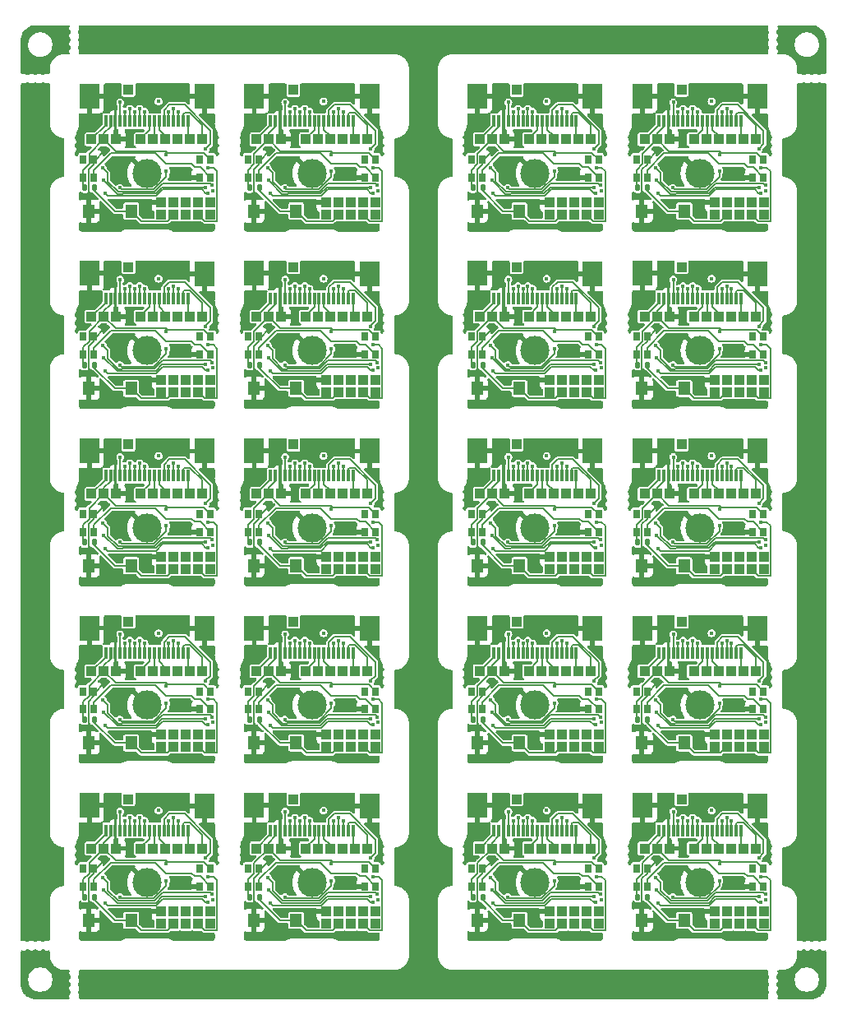
<source format=gbr>
%TF.GenerationSoftware,KiCad,Pcbnew,8.0.1-unknown-202403172319~81f55dfc9c~ubuntu22.04.1*%
%TF.CreationDate,2024-06-20T10:51:26+01:00*%
%TF.ProjectId,PANEL_COM_MOD,50414e45-4c5f-4434-9f4d-5f4d4f442e6b,1.0*%
%TF.SameCoordinates,Original*%
%TF.FileFunction,Copper,L4,Bot*%
%TF.FilePolarity,Positive*%
%FSLAX46Y46*%
G04 Gerber Fmt 4.6, Leading zero omitted, Abs format (unit mm)*
G04 Created by KiCad (PCBNEW 8.0.1-unknown-202403172319~81f55dfc9c~ubuntu22.04.1) date 2024-06-20 10:51:26*
%MOMM*%
%LPD*%
G01*
G04 APERTURE LIST*
G04 Aperture macros list*
%AMRoundRect*
0 Rectangle with rounded corners*
0 $1 Rounding radius*
0 $2 $3 $4 $5 $6 $7 $8 $9 X,Y pos of 4 corners*
0 Add a 4 corners polygon primitive as box body*
4,1,4,$2,$3,$4,$5,$6,$7,$8,$9,$2,$3,0*
0 Add four circle primitives for the rounded corners*
1,1,$1+$1,$2,$3*
1,1,$1+$1,$4,$5*
1,1,$1+$1,$6,$7*
1,1,$1+$1,$8,$9*
0 Add four rect primitives between the rounded corners*
20,1,$1+$1,$2,$3,$4,$5,0*
20,1,$1+$1,$4,$5,$6,$7,0*
20,1,$1+$1,$6,$7,$8,$9,0*
20,1,$1+$1,$8,$9,$2,$3,0*%
G04 Aperture macros list end*
%TA.AperFunction,SMDPad,CuDef*%
%ADD10C,3.000000*%
%TD*%
%TA.AperFunction,SMDPad,CuDef*%
%ADD11R,0.700000X0.900000*%
%TD*%
%TA.AperFunction,SMDPad,CuDef*%
%ADD12RoundRect,0.135000X-0.135000X-0.185000X0.135000X-0.185000X0.135000X0.185000X-0.135000X0.185000X0*%
%TD*%
%TA.AperFunction,SMDPad,CuDef*%
%ADD13R,1.230000X1.360000*%
%TD*%
%TA.AperFunction,SMDPad,CuDef*%
%ADD14R,0.300000X1.250000*%
%TD*%
%TA.AperFunction,SMDPad,CuDef*%
%ADD15R,2.000000X2.500000*%
%TD*%
%TA.AperFunction,ComponentPad*%
%ADD16R,1.000000X1.000000*%
%TD*%
%TA.AperFunction,ViaPad*%
%ADD17C,0.400000*%
%TD*%
%TA.AperFunction,Conductor*%
%ADD18C,0.127000*%
%TD*%
G04 APERTURE END LIST*
D10*
%TO.P,I1,1,conn*%
%TO.N,Board_7-GND*%
X70499999Y-34000001D03*
%TD*%
D11*
%TO.P,LED2,1,DO*%
%TO.N,Board_6-/LED_OUT*%
X46950000Y-32580001D03*
%TO.P,LED2,2,GND*%
%TO.N,Board_6-GND*%
X48050000Y-32580001D03*
%TO.P,LED2,3,DI*%
%TO.N,Board_6-Net-(LED1-DO)*%
X48050000Y-34420001D03*
%TO.P,LED2,4,VDD*%
%TO.N,Board_6-+3.3V*%
X46950000Y-34420001D03*
%TD*%
D12*
%TO.P,R1,1*%
%TO.N,Board_5-+3.3V*%
X24089999Y-35500001D03*
%TO.P,R1,2*%
%TO.N,Board_5-/GPIO*%
X25109999Y-35500001D03*
%TD*%
D11*
%TO.P,LED2,1,DO*%
%TO.N,Board_9-/LED_OUT*%
X23950000Y-50830002D03*
%TO.P,LED2,2,GND*%
%TO.N,Board_9-GND*%
X25050000Y-50830002D03*
%TO.P,LED2,3,DI*%
%TO.N,Board_9-Net-(LED1-DO)*%
X25050000Y-52670002D03*
%TO.P,LED2,4,VDD*%
%TO.N,Board_9-+3.3V*%
X23950000Y-52670002D03*
%TD*%
D13*
%TO.P,SW1,1,1*%
%TO.N,Board_12-/GPIO*%
X11879999Y-74400003D03*
%TO.P,SW1,2,2*%
%TO.N,Board_12-GND*%
X7519999Y-74400003D03*
%TD*%
D11*
%TO.P,LED1,1,DO*%
%TO.N,Board_8-Net-(LED1-DO)*%
X20050000Y-52670002D03*
%TO.P,LED1,2,GND*%
%TO.N,Board_8-GND*%
X18950000Y-52670002D03*
%TO.P,LED1,3,DI*%
%TO.N,Board_8-/LED_IN*%
X18950000Y-50830002D03*
%TO.P,LED1,4,VDD*%
%TO.N,Board_8-+3.3V*%
X20050000Y-50830002D03*
%TD*%
D10*
%TO.P,I1,1,conn*%
%TO.N,Board_14-GND*%
X53499999Y-70500003D03*
%TD*%
D13*
%TO.P,SW1,1,1*%
%TO.N,Board_19-/GPIO*%
X68879999Y-92650004D03*
%TO.P,SW1,2,2*%
%TO.N,Board_19-GND*%
X64519999Y-92650004D03*
%TD*%
D12*
%TO.P,R1,1*%
%TO.N,Board_1-+3.3V*%
X24089999Y-17250000D03*
%TO.P,R1,2*%
%TO.N,Board_1-/GPIO*%
X25109999Y-17250000D03*
%TD*%
%TO.P,R1,1*%
%TO.N,Board_19-+3.3V*%
X64089999Y-90250004D03*
%TO.P,R1,2*%
%TO.N,Board_19-/GPIO*%
X65109999Y-90250004D03*
%TD*%
%TO.P,R1,1*%
%TO.N,Board_3-+3.3V*%
X64089999Y-17250000D03*
%TO.P,R1,2*%
%TO.N,Board_3-/GPIO*%
X65109999Y-17250000D03*
%TD*%
D11*
%TO.P,LED1,1,DO*%
%TO.N,Board_5-Net-(LED1-DO)*%
X37050000Y-34420001D03*
%TO.P,LED1,2,GND*%
%TO.N,Board_5-GND*%
X35950000Y-34420001D03*
%TO.P,LED1,3,DI*%
%TO.N,Board_5-/LED_IN*%
X35950000Y-32580001D03*
%TO.P,LED1,4,VDD*%
%TO.N,Board_5-+3.3V*%
X37050000Y-32580001D03*
%TD*%
D12*
%TO.P,R1,1*%
%TO.N,Board_6-+3.3V*%
X47089999Y-35500001D03*
%TO.P,R1,2*%
%TO.N,Board_6-/GPIO*%
X48109999Y-35500001D03*
%TD*%
D11*
%TO.P,LED2,1,DO*%
%TO.N,Board_1-/LED_OUT*%
X23950000Y-14330000D03*
%TO.P,LED2,2,GND*%
%TO.N,Board_1-GND*%
X25050000Y-14330000D03*
%TO.P,LED2,3,DI*%
%TO.N,Board_1-Net-(LED1-DO)*%
X25050000Y-16170000D03*
%TO.P,LED2,4,VDD*%
%TO.N,Board_1-+3.3V*%
X23950000Y-16170000D03*
%TD*%
%TO.P,LED2,1,DO*%
%TO.N,Board_11-/LED_OUT*%
X63950000Y-50830002D03*
%TO.P,LED2,2,GND*%
%TO.N,Board_11-GND*%
X65050000Y-50830002D03*
%TO.P,LED2,3,DI*%
%TO.N,Board_11-Net-(LED1-DO)*%
X65050000Y-52670002D03*
%TO.P,LED2,4,VDD*%
%TO.N,Board_11-+3.3V*%
X63950000Y-52670002D03*
%TD*%
D14*
%TO.P,FPC1,1,1*%
%TO.N,Board_18-/AUX1*%
X49250000Y-83390004D03*
%TO.P,FPC1,2,2*%
%TO.N,Board_18-+3.3V*%
X49750000Y-83390004D03*
%TO.P,FPC1,3,3*%
%TO.N,Board_18-GND*%
X50250000Y-83390004D03*
%TO.P,FPC1,4,4*%
%TO.N,Board_18-/AUX3*%
X50750000Y-83390004D03*
%TO.P,FPC1,5,5*%
%TO.N,Board_18-/addr_bus_0*%
X51250000Y-83390004D03*
%TO.P,FPC1,6,6*%
%TO.N,Board_18-/addr_bus_1*%
X51750000Y-83390004D03*
%TO.P,FPC1,7,7*%
%TO.N,Board_18-/addr_bus_2*%
X52250000Y-83390004D03*
%TO.P,FPC1,8,8*%
%TO.N,Board_18-/addr_bus_3*%
X52750000Y-83390004D03*
%TO.P,FPC1,9,9*%
%TO.N,Board_18-/addr_bus_4*%
X53250000Y-83390004D03*
%TO.P,FPC1,10,10*%
%TO.N,Board_18-/POCI*%
X53750000Y-83390004D03*
%TO.P,FPC1,11,11*%
%TO.N,Board_18-/PICO*%
X54250000Y-83390004D03*
%TO.P,FPC1,12,12*%
%TO.N,Board_18-/SCLK*%
X54750000Y-83390004D03*
%TO.P,FPC1,13,13*%
%TO.N,Board_18-/IO1_in*%
X55250000Y-83390004D03*
%TO.P,FPC1,14,14*%
%TO.N,Board_18-/IO2*%
X55750000Y-83390004D03*
%TO.P,FPC1,15,15*%
%TO.N,Board_18-/I2C_SDA*%
X56250000Y-83390004D03*
%TO.P,FPC1,16,16*%
%TO.N,Board_18-/i2C_SCL*%
X56750000Y-83390004D03*
%TO.P,FPC1,17,17*%
%TO.N,Board_18-/AUX2*%
X57250000Y-83390004D03*
%TO.P,FPC1,18,18*%
%TO.N,Board_18-/extRef*%
X57750000Y-83390004D03*
D15*
%TO.P,FPC1,19,19*%
%TO.N,Board_18-GND*%
X47560000Y-80810004D03*
%TO.P,FPC1,20,20*%
X59440000Y-80850004D03*
%TD*%
D12*
%TO.P,R1,1*%
%TO.N,Board_18-+3.3V*%
X47089999Y-90250004D03*
%TO.P,R1,2*%
%TO.N,Board_18-/GPIO*%
X48109999Y-90250004D03*
%TD*%
%TO.P,R1,1*%
%TO.N,Board_2-+3.3V*%
X47089999Y-17250000D03*
%TO.P,R1,2*%
%TO.N,Board_2-/GPIO*%
X48109999Y-17250000D03*
%TD*%
D11*
%TO.P,LED2,1,DO*%
%TO.N,Board_2-/LED_OUT*%
X46950000Y-14330000D03*
%TO.P,LED2,2,GND*%
%TO.N,Board_2-GND*%
X48050000Y-14330000D03*
%TO.P,LED2,3,DI*%
%TO.N,Board_2-Net-(LED1-DO)*%
X48050000Y-16170000D03*
%TO.P,LED2,4,VDD*%
%TO.N,Board_2-+3.3V*%
X46950000Y-16170000D03*
%TD*%
D14*
%TO.P,FPC1,1,1*%
%TO.N,Board_6-/AUX1*%
X49250000Y-28640001D03*
%TO.P,FPC1,2,2*%
%TO.N,Board_6-+3.3V*%
X49750000Y-28640001D03*
%TO.P,FPC1,3,3*%
%TO.N,Board_6-GND*%
X50250000Y-28640001D03*
%TO.P,FPC1,4,4*%
%TO.N,Board_6-/AUX3*%
X50750000Y-28640001D03*
%TO.P,FPC1,5,5*%
%TO.N,Board_6-/addr_bus_0*%
X51250000Y-28640001D03*
%TO.P,FPC1,6,6*%
%TO.N,Board_6-/addr_bus_1*%
X51750000Y-28640001D03*
%TO.P,FPC1,7,7*%
%TO.N,Board_6-/addr_bus_2*%
X52250000Y-28640001D03*
%TO.P,FPC1,8,8*%
%TO.N,Board_6-/addr_bus_3*%
X52750000Y-28640001D03*
%TO.P,FPC1,9,9*%
%TO.N,Board_6-/addr_bus_4*%
X53250000Y-28640001D03*
%TO.P,FPC1,10,10*%
%TO.N,Board_6-/POCI*%
X53750000Y-28640001D03*
%TO.P,FPC1,11,11*%
%TO.N,Board_6-/PICO*%
X54250000Y-28640001D03*
%TO.P,FPC1,12,12*%
%TO.N,Board_6-/SCLK*%
X54750000Y-28640001D03*
%TO.P,FPC1,13,13*%
%TO.N,Board_6-/IO1_in*%
X55250000Y-28640001D03*
%TO.P,FPC1,14,14*%
%TO.N,Board_6-/IO2*%
X55750000Y-28640001D03*
%TO.P,FPC1,15,15*%
%TO.N,Board_6-/I2C_SDA*%
X56250000Y-28640001D03*
%TO.P,FPC1,16,16*%
%TO.N,Board_6-/i2C_SCL*%
X56750000Y-28640001D03*
%TO.P,FPC1,17,17*%
%TO.N,Board_6-/AUX2*%
X57250000Y-28640001D03*
%TO.P,FPC1,18,18*%
%TO.N,Board_6-/extRef*%
X57750000Y-28640001D03*
D15*
%TO.P,FPC1,19,19*%
%TO.N,Board_6-GND*%
X47560000Y-26060001D03*
%TO.P,FPC1,20,20*%
X59440000Y-26100001D03*
%TD*%
D11*
%TO.P,LED2,1,DO*%
%TO.N,Board_13-/LED_OUT*%
X23950000Y-69080003D03*
%TO.P,LED2,2,GND*%
%TO.N,Board_13-GND*%
X25050000Y-69080003D03*
%TO.P,LED2,3,DI*%
%TO.N,Board_13-Net-(LED1-DO)*%
X25050000Y-70920003D03*
%TO.P,LED2,4,VDD*%
%TO.N,Board_13-+3.3V*%
X23950000Y-70920003D03*
%TD*%
D10*
%TO.P,I1,1,conn*%
%TO.N,Board_17-GND*%
X30499999Y-88750004D03*
%TD*%
%TO.P,I1,1,conn*%
%TO.N,Board_19-GND*%
X70499999Y-88750004D03*
%TD*%
D13*
%TO.P,SW1,1,1*%
%TO.N,Board_15-/GPIO*%
X68879999Y-74400003D03*
%TO.P,SW1,2,2*%
%TO.N,Board_15-GND*%
X64519999Y-74400003D03*
%TD*%
D12*
%TO.P,R1,1*%
%TO.N,Board_12-+3.3V*%
X7089999Y-72000003D03*
%TO.P,R1,2*%
%TO.N,Board_12-/GPIO*%
X8109999Y-72000003D03*
%TD*%
D11*
%TO.P,LED2,1,DO*%
%TO.N,Board_0-/LED_OUT*%
X6950000Y-14330000D03*
%TO.P,LED2,2,GND*%
%TO.N,Board_0-GND*%
X8050000Y-14330000D03*
%TO.P,LED2,3,DI*%
%TO.N,Board_0-Net-(LED1-DO)*%
X8050000Y-16170000D03*
%TO.P,LED2,4,VDD*%
%TO.N,Board_0-+3.3V*%
X6950000Y-16170000D03*
%TD*%
D10*
%TO.P,I1,1,conn*%
%TO.N,Board_15-GND*%
X70499999Y-70500003D03*
%TD*%
D11*
%TO.P,LED2,1,DO*%
%TO.N,Board_10-/LED_OUT*%
X46950000Y-50830002D03*
%TO.P,LED2,2,GND*%
%TO.N,Board_10-GND*%
X48050000Y-50830002D03*
%TO.P,LED2,3,DI*%
%TO.N,Board_10-Net-(LED1-DO)*%
X48050000Y-52670002D03*
%TO.P,LED2,4,VDD*%
%TO.N,Board_10-+3.3V*%
X46950000Y-52670002D03*
%TD*%
D13*
%TO.P,SW1,1,1*%
%TO.N,Board_14-/GPIO*%
X51879999Y-74400003D03*
%TO.P,SW1,2,2*%
%TO.N,Board_14-GND*%
X47519999Y-74400003D03*
%TD*%
D11*
%TO.P,LED2,1,DO*%
%TO.N,Board_4-/LED_OUT*%
X6950000Y-32580001D03*
%TO.P,LED2,2,GND*%
%TO.N,Board_4-GND*%
X8050000Y-32580001D03*
%TO.P,LED2,3,DI*%
%TO.N,Board_4-Net-(LED1-DO)*%
X8050000Y-34420001D03*
%TO.P,LED2,4,VDD*%
%TO.N,Board_4-+3.3V*%
X6950000Y-34420001D03*
%TD*%
D10*
%TO.P,I1,1,conn*%
%TO.N,Board_12-GND*%
X13499999Y-70500003D03*
%TD*%
D14*
%TO.P,FPC1,1,1*%
%TO.N,Board_2-/AUX1*%
X49250000Y-10390000D03*
%TO.P,FPC1,2,2*%
%TO.N,Board_2-+3.3V*%
X49750000Y-10390000D03*
%TO.P,FPC1,3,3*%
%TO.N,Board_2-GND*%
X50250000Y-10390000D03*
%TO.P,FPC1,4,4*%
%TO.N,Board_2-/AUX3*%
X50750000Y-10390000D03*
%TO.P,FPC1,5,5*%
%TO.N,Board_2-/addr_bus_0*%
X51250000Y-10390000D03*
%TO.P,FPC1,6,6*%
%TO.N,Board_2-/addr_bus_1*%
X51750000Y-10390000D03*
%TO.P,FPC1,7,7*%
%TO.N,Board_2-/addr_bus_2*%
X52250000Y-10390000D03*
%TO.P,FPC1,8,8*%
%TO.N,Board_2-/addr_bus_3*%
X52750000Y-10390000D03*
%TO.P,FPC1,9,9*%
%TO.N,Board_2-/addr_bus_4*%
X53250000Y-10390000D03*
%TO.P,FPC1,10,10*%
%TO.N,Board_2-/POCI*%
X53750000Y-10390000D03*
%TO.P,FPC1,11,11*%
%TO.N,Board_2-/PICO*%
X54250000Y-10390000D03*
%TO.P,FPC1,12,12*%
%TO.N,Board_2-/SCLK*%
X54750000Y-10390000D03*
%TO.P,FPC1,13,13*%
%TO.N,Board_2-/IO1_in*%
X55250000Y-10390000D03*
%TO.P,FPC1,14,14*%
%TO.N,Board_2-/IO2*%
X55750000Y-10390000D03*
%TO.P,FPC1,15,15*%
%TO.N,Board_2-/I2C_SDA*%
X56250000Y-10390000D03*
%TO.P,FPC1,16,16*%
%TO.N,Board_2-/i2C_SCL*%
X56750000Y-10390000D03*
%TO.P,FPC1,17,17*%
%TO.N,Board_2-/AUX2*%
X57250000Y-10390000D03*
%TO.P,FPC1,18,18*%
%TO.N,Board_2-/extRef*%
X57750000Y-10390000D03*
D15*
%TO.P,FPC1,19,19*%
%TO.N,Board_2-GND*%
X47560000Y-7810000D03*
%TO.P,FPC1,20,20*%
X59440000Y-7850000D03*
%TD*%
D11*
%TO.P,LED1,1,DO*%
%TO.N,Board_6-Net-(LED1-DO)*%
X60050000Y-34420001D03*
%TO.P,LED1,2,GND*%
%TO.N,Board_6-GND*%
X58950000Y-34420001D03*
%TO.P,LED1,3,DI*%
%TO.N,Board_6-/LED_IN*%
X58950000Y-32580001D03*
%TO.P,LED1,4,VDD*%
%TO.N,Board_6-+3.3V*%
X60050000Y-32580001D03*
%TD*%
%TO.P,LED2,1,DO*%
%TO.N,Board_3-/LED_OUT*%
X63950000Y-14330000D03*
%TO.P,LED2,2,GND*%
%TO.N,Board_3-GND*%
X65050000Y-14330000D03*
%TO.P,LED2,3,DI*%
%TO.N,Board_3-Net-(LED1-DO)*%
X65050000Y-16170000D03*
%TO.P,LED2,4,VDD*%
%TO.N,Board_3-+3.3V*%
X63950000Y-16170000D03*
%TD*%
D13*
%TO.P,SW1,1,1*%
%TO.N,Board_18-/GPIO*%
X51879999Y-92650004D03*
%TO.P,SW1,2,2*%
%TO.N,Board_18-GND*%
X47519999Y-92650004D03*
%TD*%
D14*
%TO.P,FPC1,1,1*%
%TO.N,Board_12-/AUX1*%
X9250000Y-65140003D03*
%TO.P,FPC1,2,2*%
%TO.N,Board_12-+3.3V*%
X9750000Y-65140003D03*
%TO.P,FPC1,3,3*%
%TO.N,Board_12-GND*%
X10250000Y-65140003D03*
%TO.P,FPC1,4,4*%
%TO.N,Board_12-/AUX3*%
X10750000Y-65140003D03*
%TO.P,FPC1,5,5*%
%TO.N,Board_12-/addr_bus_0*%
X11250000Y-65140003D03*
%TO.P,FPC1,6,6*%
%TO.N,Board_12-/addr_bus_1*%
X11750000Y-65140003D03*
%TO.P,FPC1,7,7*%
%TO.N,Board_12-/addr_bus_2*%
X12250000Y-65140003D03*
%TO.P,FPC1,8,8*%
%TO.N,Board_12-/addr_bus_3*%
X12750000Y-65140003D03*
%TO.P,FPC1,9,9*%
%TO.N,Board_12-/addr_bus_4*%
X13250000Y-65140003D03*
%TO.P,FPC1,10,10*%
%TO.N,Board_12-/POCI*%
X13750000Y-65140003D03*
%TO.P,FPC1,11,11*%
%TO.N,Board_12-/PICO*%
X14250000Y-65140003D03*
%TO.P,FPC1,12,12*%
%TO.N,Board_12-/SCLK*%
X14750000Y-65140003D03*
%TO.P,FPC1,13,13*%
%TO.N,Board_12-/IO1_in*%
X15250000Y-65140003D03*
%TO.P,FPC1,14,14*%
%TO.N,Board_12-/IO2*%
X15750000Y-65140003D03*
%TO.P,FPC1,15,15*%
%TO.N,Board_12-/I2C_SDA*%
X16250000Y-65140003D03*
%TO.P,FPC1,16,16*%
%TO.N,Board_12-/i2C_SCL*%
X16750000Y-65140003D03*
%TO.P,FPC1,17,17*%
%TO.N,Board_12-/AUX2*%
X17250000Y-65140003D03*
%TO.P,FPC1,18,18*%
%TO.N,Board_12-/extRef*%
X17750000Y-65140003D03*
D15*
%TO.P,FPC1,19,19*%
%TO.N,Board_12-GND*%
X7560000Y-62560003D03*
%TO.P,FPC1,20,20*%
X19440000Y-62600003D03*
%TD*%
D11*
%TO.P,LED2,1,DO*%
%TO.N,Board_19-/LED_OUT*%
X63950000Y-87330004D03*
%TO.P,LED2,2,GND*%
%TO.N,Board_19-GND*%
X65050000Y-87330004D03*
%TO.P,LED2,3,DI*%
%TO.N,Board_19-Net-(LED1-DO)*%
X65050000Y-89170004D03*
%TO.P,LED2,4,VDD*%
%TO.N,Board_19-+3.3V*%
X63950000Y-89170004D03*
%TD*%
%TO.P,LED1,1,DO*%
%TO.N,Board_1-Net-(LED1-DO)*%
X37050000Y-16170000D03*
%TO.P,LED1,2,GND*%
%TO.N,Board_1-GND*%
X35950000Y-16170000D03*
%TO.P,LED1,3,DI*%
%TO.N,Board_1-/LED_IN*%
X35950000Y-14330000D03*
%TO.P,LED1,4,VDD*%
%TO.N,Board_1-+3.3V*%
X37050000Y-14330000D03*
%TD*%
D13*
%TO.P,SW1,1,1*%
%TO.N,Board_3-/GPIO*%
X68879999Y-19650000D03*
%TO.P,SW1,2,2*%
%TO.N,Board_3-GND*%
X64519999Y-19650000D03*
%TD*%
D14*
%TO.P,FPC1,1,1*%
%TO.N,Board_8-/AUX1*%
X9250000Y-46890002D03*
%TO.P,FPC1,2,2*%
%TO.N,Board_8-+3.3V*%
X9750000Y-46890002D03*
%TO.P,FPC1,3,3*%
%TO.N,Board_8-GND*%
X10250000Y-46890002D03*
%TO.P,FPC1,4,4*%
%TO.N,Board_8-/AUX3*%
X10750000Y-46890002D03*
%TO.P,FPC1,5,5*%
%TO.N,Board_8-/addr_bus_0*%
X11250000Y-46890002D03*
%TO.P,FPC1,6,6*%
%TO.N,Board_8-/addr_bus_1*%
X11750000Y-46890002D03*
%TO.P,FPC1,7,7*%
%TO.N,Board_8-/addr_bus_2*%
X12250000Y-46890002D03*
%TO.P,FPC1,8,8*%
%TO.N,Board_8-/addr_bus_3*%
X12750000Y-46890002D03*
%TO.P,FPC1,9,9*%
%TO.N,Board_8-/addr_bus_4*%
X13250000Y-46890002D03*
%TO.P,FPC1,10,10*%
%TO.N,Board_8-/POCI*%
X13750000Y-46890002D03*
%TO.P,FPC1,11,11*%
%TO.N,Board_8-/PICO*%
X14250000Y-46890002D03*
%TO.P,FPC1,12,12*%
%TO.N,Board_8-/SCLK*%
X14750000Y-46890002D03*
%TO.P,FPC1,13,13*%
%TO.N,Board_8-/IO1_in*%
X15250000Y-46890002D03*
%TO.P,FPC1,14,14*%
%TO.N,Board_8-/IO2*%
X15750000Y-46890002D03*
%TO.P,FPC1,15,15*%
%TO.N,Board_8-/I2C_SDA*%
X16250000Y-46890002D03*
%TO.P,FPC1,16,16*%
%TO.N,Board_8-/i2C_SCL*%
X16750000Y-46890002D03*
%TO.P,FPC1,17,17*%
%TO.N,Board_8-/AUX2*%
X17250000Y-46890002D03*
%TO.P,FPC1,18,18*%
%TO.N,Board_8-/extRef*%
X17750000Y-46890002D03*
D15*
%TO.P,FPC1,19,19*%
%TO.N,Board_8-GND*%
X7560000Y-44310002D03*
%TO.P,FPC1,20,20*%
X19440000Y-44350002D03*
%TD*%
D14*
%TO.P,FPC1,1,1*%
%TO.N,Board_4-/AUX1*%
X9250000Y-28640001D03*
%TO.P,FPC1,2,2*%
%TO.N,Board_4-+3.3V*%
X9750000Y-28640001D03*
%TO.P,FPC1,3,3*%
%TO.N,Board_4-GND*%
X10250000Y-28640001D03*
%TO.P,FPC1,4,4*%
%TO.N,Board_4-/AUX3*%
X10750000Y-28640001D03*
%TO.P,FPC1,5,5*%
%TO.N,Board_4-/addr_bus_0*%
X11250000Y-28640001D03*
%TO.P,FPC1,6,6*%
%TO.N,Board_4-/addr_bus_1*%
X11750000Y-28640001D03*
%TO.P,FPC1,7,7*%
%TO.N,Board_4-/addr_bus_2*%
X12250000Y-28640001D03*
%TO.P,FPC1,8,8*%
%TO.N,Board_4-/addr_bus_3*%
X12750000Y-28640001D03*
%TO.P,FPC1,9,9*%
%TO.N,Board_4-/addr_bus_4*%
X13250000Y-28640001D03*
%TO.P,FPC1,10,10*%
%TO.N,Board_4-/POCI*%
X13750000Y-28640001D03*
%TO.P,FPC1,11,11*%
%TO.N,Board_4-/PICO*%
X14250000Y-28640001D03*
%TO.P,FPC1,12,12*%
%TO.N,Board_4-/SCLK*%
X14750000Y-28640001D03*
%TO.P,FPC1,13,13*%
%TO.N,Board_4-/IO1_in*%
X15250000Y-28640001D03*
%TO.P,FPC1,14,14*%
%TO.N,Board_4-/IO2*%
X15750000Y-28640001D03*
%TO.P,FPC1,15,15*%
%TO.N,Board_4-/I2C_SDA*%
X16250000Y-28640001D03*
%TO.P,FPC1,16,16*%
%TO.N,Board_4-/i2C_SCL*%
X16750000Y-28640001D03*
%TO.P,FPC1,17,17*%
%TO.N,Board_4-/AUX2*%
X17250000Y-28640001D03*
%TO.P,FPC1,18,18*%
%TO.N,Board_4-/extRef*%
X17750000Y-28640001D03*
D15*
%TO.P,FPC1,19,19*%
%TO.N,Board_4-GND*%
X7560000Y-26060001D03*
%TO.P,FPC1,20,20*%
X19440000Y-26100001D03*
%TD*%
D10*
%TO.P,I1,1,conn*%
%TO.N,Board_16-GND*%
X13499999Y-88750004D03*
%TD*%
D11*
%TO.P,LED1,1,DO*%
%TO.N,Board_13-Net-(LED1-DO)*%
X37050000Y-70920003D03*
%TO.P,LED1,2,GND*%
%TO.N,Board_13-GND*%
X35950000Y-70920003D03*
%TO.P,LED1,3,DI*%
%TO.N,Board_13-/LED_IN*%
X35950000Y-69080003D03*
%TO.P,LED1,4,VDD*%
%TO.N,Board_13-+3.3V*%
X37050000Y-69080003D03*
%TD*%
D10*
%TO.P,I1,1,conn*%
%TO.N,Board_11-GND*%
X70499999Y-52250002D03*
%TD*%
D11*
%TO.P,LED1,1,DO*%
%TO.N,Board_14-Net-(LED1-DO)*%
X60050000Y-70920003D03*
%TO.P,LED1,2,GND*%
%TO.N,Board_14-GND*%
X58950000Y-70920003D03*
%TO.P,LED1,3,DI*%
%TO.N,Board_14-/LED_IN*%
X58950000Y-69080003D03*
%TO.P,LED1,4,VDD*%
%TO.N,Board_14-+3.3V*%
X60050000Y-69080003D03*
%TD*%
%TO.P,LED1,1,DO*%
%TO.N,Board_15-Net-(LED1-DO)*%
X77050000Y-70920003D03*
%TO.P,LED1,2,GND*%
%TO.N,Board_15-GND*%
X75950000Y-70920003D03*
%TO.P,LED1,3,DI*%
%TO.N,Board_15-/LED_IN*%
X75950000Y-69080003D03*
%TO.P,LED1,4,VDD*%
%TO.N,Board_15-+3.3V*%
X77050000Y-69080003D03*
%TD*%
D10*
%TO.P,I1,1,conn*%
%TO.N,Board_9-GND*%
X30499999Y-52250002D03*
%TD*%
D13*
%TO.P,SW1,1,1*%
%TO.N,Board_6-/GPIO*%
X51879999Y-37900001D03*
%TO.P,SW1,2,2*%
%TO.N,Board_6-GND*%
X47519999Y-37900001D03*
%TD*%
D14*
%TO.P,FPC1,1,1*%
%TO.N,Board_10-/AUX1*%
X49250000Y-46890002D03*
%TO.P,FPC1,2,2*%
%TO.N,Board_10-+3.3V*%
X49750000Y-46890002D03*
%TO.P,FPC1,3,3*%
%TO.N,Board_10-GND*%
X50250000Y-46890002D03*
%TO.P,FPC1,4,4*%
%TO.N,Board_10-/AUX3*%
X50750000Y-46890002D03*
%TO.P,FPC1,5,5*%
%TO.N,Board_10-/addr_bus_0*%
X51250000Y-46890002D03*
%TO.P,FPC1,6,6*%
%TO.N,Board_10-/addr_bus_1*%
X51750000Y-46890002D03*
%TO.P,FPC1,7,7*%
%TO.N,Board_10-/addr_bus_2*%
X52250000Y-46890002D03*
%TO.P,FPC1,8,8*%
%TO.N,Board_10-/addr_bus_3*%
X52750000Y-46890002D03*
%TO.P,FPC1,9,9*%
%TO.N,Board_10-/addr_bus_4*%
X53250000Y-46890002D03*
%TO.P,FPC1,10,10*%
%TO.N,Board_10-/POCI*%
X53750000Y-46890002D03*
%TO.P,FPC1,11,11*%
%TO.N,Board_10-/PICO*%
X54250000Y-46890002D03*
%TO.P,FPC1,12,12*%
%TO.N,Board_10-/SCLK*%
X54750000Y-46890002D03*
%TO.P,FPC1,13,13*%
%TO.N,Board_10-/IO1_in*%
X55250000Y-46890002D03*
%TO.P,FPC1,14,14*%
%TO.N,Board_10-/IO2*%
X55750000Y-46890002D03*
%TO.P,FPC1,15,15*%
%TO.N,Board_10-/I2C_SDA*%
X56250000Y-46890002D03*
%TO.P,FPC1,16,16*%
%TO.N,Board_10-/i2C_SCL*%
X56750000Y-46890002D03*
%TO.P,FPC1,17,17*%
%TO.N,Board_10-/AUX2*%
X57250000Y-46890002D03*
%TO.P,FPC1,18,18*%
%TO.N,Board_10-/extRef*%
X57750000Y-46890002D03*
D15*
%TO.P,FPC1,19,19*%
%TO.N,Board_10-GND*%
X47560000Y-44310002D03*
%TO.P,FPC1,20,20*%
X59440000Y-44350002D03*
%TD*%
D12*
%TO.P,R1,1*%
%TO.N,Board_13-+3.3V*%
X24089999Y-72000003D03*
%TO.P,R1,2*%
%TO.N,Board_13-/GPIO*%
X25109999Y-72000003D03*
%TD*%
D10*
%TO.P,I1,1,conn*%
%TO.N,Board_3-GND*%
X70499999Y-15750000D03*
%TD*%
D13*
%TO.P,SW1,1,1*%
%TO.N,Board_2-/GPIO*%
X51879999Y-19650000D03*
%TO.P,SW1,2,2*%
%TO.N,Board_2-GND*%
X47519999Y-19650000D03*
%TD*%
D11*
%TO.P,LED2,1,DO*%
%TO.N,Board_12-/LED_OUT*%
X6950000Y-69080003D03*
%TO.P,LED2,2,GND*%
%TO.N,Board_12-GND*%
X8050000Y-69080003D03*
%TO.P,LED2,3,DI*%
%TO.N,Board_12-Net-(LED1-DO)*%
X8050000Y-70920003D03*
%TO.P,LED2,4,VDD*%
%TO.N,Board_12-+3.3V*%
X6950000Y-70920003D03*
%TD*%
%TO.P,LED1,1,DO*%
%TO.N,Board_18-Net-(LED1-DO)*%
X60050000Y-89170004D03*
%TO.P,LED1,2,GND*%
%TO.N,Board_18-GND*%
X58950000Y-89170004D03*
%TO.P,LED1,3,DI*%
%TO.N,Board_18-/LED_IN*%
X58950000Y-87330004D03*
%TO.P,LED1,4,VDD*%
%TO.N,Board_18-+3.3V*%
X60050000Y-87330004D03*
%TD*%
D12*
%TO.P,R1,1*%
%TO.N,Board_0-+3.3V*%
X7089999Y-17250000D03*
%TO.P,R1,2*%
%TO.N,Board_0-/GPIO*%
X8109999Y-17250000D03*
%TD*%
D13*
%TO.P,SW1,1,1*%
%TO.N,Board_0-/GPIO*%
X11879999Y-19650000D03*
%TO.P,SW1,2,2*%
%TO.N,Board_0-GND*%
X7519999Y-19650000D03*
%TD*%
%TO.P,SW1,1,1*%
%TO.N,Board_5-/GPIO*%
X28879999Y-37900001D03*
%TO.P,SW1,2,2*%
%TO.N,Board_5-GND*%
X24519999Y-37900001D03*
%TD*%
D14*
%TO.P,FPC1,1,1*%
%TO.N,Board_7-/AUX1*%
X66250000Y-28640001D03*
%TO.P,FPC1,2,2*%
%TO.N,Board_7-+3.3V*%
X66750000Y-28640001D03*
%TO.P,FPC1,3,3*%
%TO.N,Board_7-GND*%
X67250000Y-28640001D03*
%TO.P,FPC1,4,4*%
%TO.N,Board_7-/AUX3*%
X67750000Y-28640001D03*
%TO.P,FPC1,5,5*%
%TO.N,Board_7-/addr_bus_0*%
X68250000Y-28640001D03*
%TO.P,FPC1,6,6*%
%TO.N,Board_7-/addr_bus_1*%
X68750000Y-28640001D03*
%TO.P,FPC1,7,7*%
%TO.N,Board_7-/addr_bus_2*%
X69250000Y-28640001D03*
%TO.P,FPC1,8,8*%
%TO.N,Board_7-/addr_bus_3*%
X69750000Y-28640001D03*
%TO.P,FPC1,9,9*%
%TO.N,Board_7-/addr_bus_4*%
X70250000Y-28640001D03*
%TO.P,FPC1,10,10*%
%TO.N,Board_7-/POCI*%
X70750000Y-28640001D03*
%TO.P,FPC1,11,11*%
%TO.N,Board_7-/PICO*%
X71250000Y-28640001D03*
%TO.P,FPC1,12,12*%
%TO.N,Board_7-/SCLK*%
X71750000Y-28640001D03*
%TO.P,FPC1,13,13*%
%TO.N,Board_7-/IO1_in*%
X72250000Y-28640001D03*
%TO.P,FPC1,14,14*%
%TO.N,Board_7-/IO2*%
X72750000Y-28640001D03*
%TO.P,FPC1,15,15*%
%TO.N,Board_7-/I2C_SDA*%
X73250000Y-28640001D03*
%TO.P,FPC1,16,16*%
%TO.N,Board_7-/i2C_SCL*%
X73750000Y-28640001D03*
%TO.P,FPC1,17,17*%
%TO.N,Board_7-/AUX2*%
X74250000Y-28640001D03*
%TO.P,FPC1,18,18*%
%TO.N,Board_7-/extRef*%
X74750000Y-28640001D03*
D15*
%TO.P,FPC1,19,19*%
%TO.N,Board_7-GND*%
X64560000Y-26060001D03*
%TO.P,FPC1,20,20*%
X76440000Y-26100001D03*
%TD*%
D13*
%TO.P,SW1,1,1*%
%TO.N,Board_4-/GPIO*%
X11879999Y-37900001D03*
%TO.P,SW1,2,2*%
%TO.N,Board_4-GND*%
X7519999Y-37900001D03*
%TD*%
D11*
%TO.P,LED1,1,DO*%
%TO.N,Board_12-Net-(LED1-DO)*%
X20050000Y-70920003D03*
%TO.P,LED1,2,GND*%
%TO.N,Board_12-GND*%
X18950000Y-70920003D03*
%TO.P,LED1,3,DI*%
%TO.N,Board_12-/LED_IN*%
X18950000Y-69080003D03*
%TO.P,LED1,4,VDD*%
%TO.N,Board_12-+3.3V*%
X20050000Y-69080003D03*
%TD*%
D13*
%TO.P,SW1,1,1*%
%TO.N,Board_8-/GPIO*%
X11879999Y-56150002D03*
%TO.P,SW1,2,2*%
%TO.N,Board_8-GND*%
X7519999Y-56150002D03*
%TD*%
D11*
%TO.P,LED1,1,DO*%
%TO.N,Board_9-Net-(LED1-DO)*%
X37050000Y-52670002D03*
%TO.P,LED1,2,GND*%
%TO.N,Board_9-GND*%
X35950000Y-52670002D03*
%TO.P,LED1,3,DI*%
%TO.N,Board_9-/LED_IN*%
X35950000Y-50830002D03*
%TO.P,LED1,4,VDD*%
%TO.N,Board_9-+3.3V*%
X37050000Y-50830002D03*
%TD*%
D12*
%TO.P,R1,1*%
%TO.N,Board_8-+3.3V*%
X7089999Y-53750002D03*
%TO.P,R1,2*%
%TO.N,Board_8-/GPIO*%
X8109999Y-53750002D03*
%TD*%
D11*
%TO.P,LED2,1,DO*%
%TO.N,Board_14-/LED_OUT*%
X46950000Y-69080003D03*
%TO.P,LED2,2,GND*%
%TO.N,Board_14-GND*%
X48050000Y-69080003D03*
%TO.P,LED2,3,DI*%
%TO.N,Board_14-Net-(LED1-DO)*%
X48050000Y-70920003D03*
%TO.P,LED2,4,VDD*%
%TO.N,Board_14-+3.3V*%
X46950000Y-70920003D03*
%TD*%
D12*
%TO.P,R1,1*%
%TO.N,Board_16-+3.3V*%
X7089999Y-90250004D03*
%TO.P,R1,2*%
%TO.N,Board_16-/GPIO*%
X8109999Y-90250004D03*
%TD*%
D14*
%TO.P,FPC1,1,1*%
%TO.N,Board_14-/AUX1*%
X49250000Y-65140003D03*
%TO.P,FPC1,2,2*%
%TO.N,Board_14-+3.3V*%
X49750000Y-65140003D03*
%TO.P,FPC1,3,3*%
%TO.N,Board_14-GND*%
X50250000Y-65140003D03*
%TO.P,FPC1,4,4*%
%TO.N,Board_14-/AUX3*%
X50750000Y-65140003D03*
%TO.P,FPC1,5,5*%
%TO.N,Board_14-/addr_bus_0*%
X51250000Y-65140003D03*
%TO.P,FPC1,6,6*%
%TO.N,Board_14-/addr_bus_1*%
X51750000Y-65140003D03*
%TO.P,FPC1,7,7*%
%TO.N,Board_14-/addr_bus_2*%
X52250000Y-65140003D03*
%TO.P,FPC1,8,8*%
%TO.N,Board_14-/addr_bus_3*%
X52750000Y-65140003D03*
%TO.P,FPC1,9,9*%
%TO.N,Board_14-/addr_bus_4*%
X53250000Y-65140003D03*
%TO.P,FPC1,10,10*%
%TO.N,Board_14-/POCI*%
X53750000Y-65140003D03*
%TO.P,FPC1,11,11*%
%TO.N,Board_14-/PICO*%
X54250000Y-65140003D03*
%TO.P,FPC1,12,12*%
%TO.N,Board_14-/SCLK*%
X54750000Y-65140003D03*
%TO.P,FPC1,13,13*%
%TO.N,Board_14-/IO1_in*%
X55250000Y-65140003D03*
%TO.P,FPC1,14,14*%
%TO.N,Board_14-/IO2*%
X55750000Y-65140003D03*
%TO.P,FPC1,15,15*%
%TO.N,Board_14-/I2C_SDA*%
X56250000Y-65140003D03*
%TO.P,FPC1,16,16*%
%TO.N,Board_14-/i2C_SCL*%
X56750000Y-65140003D03*
%TO.P,FPC1,17,17*%
%TO.N,Board_14-/AUX2*%
X57250000Y-65140003D03*
%TO.P,FPC1,18,18*%
%TO.N,Board_14-/extRef*%
X57750000Y-65140003D03*
D15*
%TO.P,FPC1,19,19*%
%TO.N,Board_14-GND*%
X47560000Y-62560003D03*
%TO.P,FPC1,20,20*%
X59440000Y-62600003D03*
%TD*%
D12*
%TO.P,R1,1*%
%TO.N,Board_9-+3.3V*%
X24089999Y-53750002D03*
%TO.P,R1,2*%
%TO.N,Board_9-/GPIO*%
X25109999Y-53750002D03*
%TD*%
D10*
%TO.P,I1,1,conn*%
%TO.N,Board_10-GND*%
X53499999Y-52250002D03*
%TD*%
%TO.P,I1,1,conn*%
%TO.N,Board_6-GND*%
X53499999Y-34000001D03*
%TD*%
D11*
%TO.P,LED1,1,DO*%
%TO.N,Board_2-Net-(LED1-DO)*%
X60050000Y-16170000D03*
%TO.P,LED1,2,GND*%
%TO.N,Board_2-GND*%
X58950000Y-16170000D03*
%TO.P,LED1,3,DI*%
%TO.N,Board_2-/LED_IN*%
X58950000Y-14330000D03*
%TO.P,LED1,4,VDD*%
%TO.N,Board_2-+3.3V*%
X60050000Y-14330000D03*
%TD*%
%TO.P,LED2,1,DO*%
%TO.N,Board_15-/LED_OUT*%
X63950000Y-69080003D03*
%TO.P,LED2,2,GND*%
%TO.N,Board_15-GND*%
X65050000Y-69080003D03*
%TO.P,LED2,3,DI*%
%TO.N,Board_15-Net-(LED1-DO)*%
X65050000Y-70920003D03*
%TO.P,LED2,4,VDD*%
%TO.N,Board_15-+3.3V*%
X63950000Y-70920003D03*
%TD*%
D12*
%TO.P,R1,1*%
%TO.N,Board_14-+3.3V*%
X47089999Y-72000003D03*
%TO.P,R1,2*%
%TO.N,Board_14-/GPIO*%
X48109999Y-72000003D03*
%TD*%
D11*
%TO.P,LED1,1,DO*%
%TO.N,Board_16-Net-(LED1-DO)*%
X20050000Y-89170004D03*
%TO.P,LED1,2,GND*%
%TO.N,Board_16-GND*%
X18950000Y-89170004D03*
%TO.P,LED1,3,DI*%
%TO.N,Board_16-/LED_IN*%
X18950000Y-87330004D03*
%TO.P,LED1,4,VDD*%
%TO.N,Board_16-+3.3V*%
X20050000Y-87330004D03*
%TD*%
%TO.P,LED1,1,DO*%
%TO.N,Board_11-Net-(LED1-DO)*%
X77050000Y-52670002D03*
%TO.P,LED1,2,GND*%
%TO.N,Board_11-GND*%
X75950000Y-52670002D03*
%TO.P,LED1,3,DI*%
%TO.N,Board_11-/LED_IN*%
X75950000Y-50830002D03*
%TO.P,LED1,4,VDD*%
%TO.N,Board_11-+3.3V*%
X77050000Y-50830002D03*
%TD*%
D10*
%TO.P,I1,1,conn*%
%TO.N,Board_1-GND*%
X30499999Y-15750000D03*
%TD*%
D13*
%TO.P,SW1,1,1*%
%TO.N,Board_1-/GPIO*%
X28879999Y-19650000D03*
%TO.P,SW1,2,2*%
%TO.N,Board_1-GND*%
X24519999Y-19650000D03*
%TD*%
D11*
%TO.P,LED1,1,DO*%
%TO.N,Board_4-Net-(LED1-DO)*%
X20050000Y-34420001D03*
%TO.P,LED1,2,GND*%
%TO.N,Board_4-GND*%
X18950000Y-34420001D03*
%TO.P,LED1,3,DI*%
%TO.N,Board_4-/LED_IN*%
X18950000Y-32580001D03*
%TO.P,LED1,4,VDD*%
%TO.N,Board_4-+3.3V*%
X20050000Y-32580001D03*
%TD*%
D12*
%TO.P,R1,1*%
%TO.N,Board_10-+3.3V*%
X47089999Y-53750002D03*
%TO.P,R1,2*%
%TO.N,Board_10-/GPIO*%
X48109999Y-53750002D03*
%TD*%
D11*
%TO.P,LED2,1,DO*%
%TO.N,Board_7-/LED_OUT*%
X63950000Y-32580001D03*
%TO.P,LED2,2,GND*%
%TO.N,Board_7-GND*%
X65050000Y-32580001D03*
%TO.P,LED2,3,DI*%
%TO.N,Board_7-Net-(LED1-DO)*%
X65050000Y-34420001D03*
%TO.P,LED2,4,VDD*%
%TO.N,Board_7-+3.3V*%
X63950000Y-34420001D03*
%TD*%
D14*
%TO.P,FPC1,1,1*%
%TO.N,Board_0-/AUX1*%
X9250000Y-10390000D03*
%TO.P,FPC1,2,2*%
%TO.N,Board_0-+3.3V*%
X9750000Y-10390000D03*
%TO.P,FPC1,3,3*%
%TO.N,Board_0-GND*%
X10250000Y-10390000D03*
%TO.P,FPC1,4,4*%
%TO.N,Board_0-/AUX3*%
X10750000Y-10390000D03*
%TO.P,FPC1,5,5*%
%TO.N,Board_0-/addr_bus_0*%
X11250000Y-10390000D03*
%TO.P,FPC1,6,6*%
%TO.N,Board_0-/addr_bus_1*%
X11750000Y-10390000D03*
%TO.P,FPC1,7,7*%
%TO.N,Board_0-/addr_bus_2*%
X12250000Y-10390000D03*
%TO.P,FPC1,8,8*%
%TO.N,Board_0-/addr_bus_3*%
X12750000Y-10390000D03*
%TO.P,FPC1,9,9*%
%TO.N,Board_0-/addr_bus_4*%
X13250000Y-10390000D03*
%TO.P,FPC1,10,10*%
%TO.N,Board_0-/POCI*%
X13750000Y-10390000D03*
%TO.P,FPC1,11,11*%
%TO.N,Board_0-/PICO*%
X14250000Y-10390000D03*
%TO.P,FPC1,12,12*%
%TO.N,Board_0-/SCLK*%
X14750000Y-10390000D03*
%TO.P,FPC1,13,13*%
%TO.N,Board_0-/IO1_in*%
X15250000Y-10390000D03*
%TO.P,FPC1,14,14*%
%TO.N,Board_0-/IO2*%
X15750000Y-10390000D03*
%TO.P,FPC1,15,15*%
%TO.N,Board_0-/I2C_SDA*%
X16250000Y-10390000D03*
%TO.P,FPC1,16,16*%
%TO.N,Board_0-/i2C_SCL*%
X16750000Y-10390000D03*
%TO.P,FPC1,17,17*%
%TO.N,Board_0-/AUX2*%
X17250000Y-10390000D03*
%TO.P,FPC1,18,18*%
%TO.N,Board_0-/extRef*%
X17750000Y-10390000D03*
D15*
%TO.P,FPC1,19,19*%
%TO.N,Board_0-GND*%
X7560000Y-7810000D03*
%TO.P,FPC1,20,20*%
X19440000Y-7850000D03*
%TD*%
D14*
%TO.P,FPC1,1,1*%
%TO.N,Board_19-/AUX1*%
X66250000Y-83390004D03*
%TO.P,FPC1,2,2*%
%TO.N,Board_19-+3.3V*%
X66750000Y-83390004D03*
%TO.P,FPC1,3,3*%
%TO.N,Board_19-GND*%
X67250000Y-83390004D03*
%TO.P,FPC1,4,4*%
%TO.N,Board_19-/AUX3*%
X67750000Y-83390004D03*
%TO.P,FPC1,5,5*%
%TO.N,Board_19-/addr_bus_0*%
X68250000Y-83390004D03*
%TO.P,FPC1,6,6*%
%TO.N,Board_19-/addr_bus_1*%
X68750000Y-83390004D03*
%TO.P,FPC1,7,7*%
%TO.N,Board_19-/addr_bus_2*%
X69250000Y-83390004D03*
%TO.P,FPC1,8,8*%
%TO.N,Board_19-/addr_bus_3*%
X69750000Y-83390004D03*
%TO.P,FPC1,9,9*%
%TO.N,Board_19-/addr_bus_4*%
X70250000Y-83390004D03*
%TO.P,FPC1,10,10*%
%TO.N,Board_19-/POCI*%
X70750000Y-83390004D03*
%TO.P,FPC1,11,11*%
%TO.N,Board_19-/PICO*%
X71250000Y-83390004D03*
%TO.P,FPC1,12,12*%
%TO.N,Board_19-/SCLK*%
X71750000Y-83390004D03*
%TO.P,FPC1,13,13*%
%TO.N,Board_19-/IO1_in*%
X72250000Y-83390004D03*
%TO.P,FPC1,14,14*%
%TO.N,Board_19-/IO2*%
X72750000Y-83390004D03*
%TO.P,FPC1,15,15*%
%TO.N,Board_19-/I2C_SDA*%
X73250000Y-83390004D03*
%TO.P,FPC1,16,16*%
%TO.N,Board_19-/i2C_SCL*%
X73750000Y-83390004D03*
%TO.P,FPC1,17,17*%
%TO.N,Board_19-/AUX2*%
X74250000Y-83390004D03*
%TO.P,FPC1,18,18*%
%TO.N,Board_19-/extRef*%
X74750000Y-83390004D03*
D15*
%TO.P,FPC1,19,19*%
%TO.N,Board_19-GND*%
X64560000Y-80810004D03*
%TO.P,FPC1,20,20*%
X76440000Y-80850004D03*
%TD*%
D14*
%TO.P,FPC1,1,1*%
%TO.N,Board_16-/AUX1*%
X9250000Y-83390004D03*
%TO.P,FPC1,2,2*%
%TO.N,Board_16-+3.3V*%
X9750000Y-83390004D03*
%TO.P,FPC1,3,3*%
%TO.N,Board_16-GND*%
X10250000Y-83390004D03*
%TO.P,FPC1,4,4*%
%TO.N,Board_16-/AUX3*%
X10750000Y-83390004D03*
%TO.P,FPC1,5,5*%
%TO.N,Board_16-/addr_bus_0*%
X11250000Y-83390004D03*
%TO.P,FPC1,6,6*%
%TO.N,Board_16-/addr_bus_1*%
X11750000Y-83390004D03*
%TO.P,FPC1,7,7*%
%TO.N,Board_16-/addr_bus_2*%
X12250000Y-83390004D03*
%TO.P,FPC1,8,8*%
%TO.N,Board_16-/addr_bus_3*%
X12750000Y-83390004D03*
%TO.P,FPC1,9,9*%
%TO.N,Board_16-/addr_bus_4*%
X13250000Y-83390004D03*
%TO.P,FPC1,10,10*%
%TO.N,Board_16-/POCI*%
X13750000Y-83390004D03*
%TO.P,FPC1,11,11*%
%TO.N,Board_16-/PICO*%
X14250000Y-83390004D03*
%TO.P,FPC1,12,12*%
%TO.N,Board_16-/SCLK*%
X14750000Y-83390004D03*
%TO.P,FPC1,13,13*%
%TO.N,Board_16-/IO1_in*%
X15250000Y-83390004D03*
%TO.P,FPC1,14,14*%
%TO.N,Board_16-/IO2*%
X15750000Y-83390004D03*
%TO.P,FPC1,15,15*%
%TO.N,Board_16-/I2C_SDA*%
X16250000Y-83390004D03*
%TO.P,FPC1,16,16*%
%TO.N,Board_16-/i2C_SCL*%
X16750000Y-83390004D03*
%TO.P,FPC1,17,17*%
%TO.N,Board_16-/AUX2*%
X17250000Y-83390004D03*
%TO.P,FPC1,18,18*%
%TO.N,Board_16-/extRef*%
X17750000Y-83390004D03*
D15*
%TO.P,FPC1,19,19*%
%TO.N,Board_16-GND*%
X7560000Y-80810004D03*
%TO.P,FPC1,20,20*%
X19440000Y-80850004D03*
%TD*%
D11*
%TO.P,LED2,1,DO*%
%TO.N,Board_5-/LED_OUT*%
X23950000Y-32580001D03*
%TO.P,LED2,2,GND*%
%TO.N,Board_5-GND*%
X25050000Y-32580001D03*
%TO.P,LED2,3,DI*%
%TO.N,Board_5-Net-(LED1-DO)*%
X25050000Y-34420001D03*
%TO.P,LED2,4,VDD*%
%TO.N,Board_5-+3.3V*%
X23950000Y-34420001D03*
%TD*%
%TO.P,LED1,1,DO*%
%TO.N,Board_19-Net-(LED1-DO)*%
X77050000Y-89170004D03*
%TO.P,LED1,2,GND*%
%TO.N,Board_19-GND*%
X75950000Y-89170004D03*
%TO.P,LED1,3,DI*%
%TO.N,Board_19-/LED_IN*%
X75950000Y-87330004D03*
%TO.P,LED1,4,VDD*%
%TO.N,Board_19-+3.3V*%
X77050000Y-87330004D03*
%TD*%
%TO.P,LED1,1,DO*%
%TO.N,Board_10-Net-(LED1-DO)*%
X60050000Y-52670002D03*
%TO.P,LED1,2,GND*%
%TO.N,Board_10-GND*%
X58950000Y-52670002D03*
%TO.P,LED1,3,DI*%
%TO.N,Board_10-/LED_IN*%
X58950000Y-50830002D03*
%TO.P,LED1,4,VDD*%
%TO.N,Board_10-+3.3V*%
X60050000Y-50830002D03*
%TD*%
D12*
%TO.P,R1,1*%
%TO.N,Board_7-+3.3V*%
X64089999Y-35500001D03*
%TO.P,R1,2*%
%TO.N,Board_7-/GPIO*%
X65109999Y-35500001D03*
%TD*%
D14*
%TO.P,FPC1,1,1*%
%TO.N,Board_17-/AUX1*%
X26250000Y-83390004D03*
%TO.P,FPC1,2,2*%
%TO.N,Board_17-+3.3V*%
X26750000Y-83390004D03*
%TO.P,FPC1,3,3*%
%TO.N,Board_17-GND*%
X27250000Y-83390004D03*
%TO.P,FPC1,4,4*%
%TO.N,Board_17-/AUX3*%
X27750000Y-83390004D03*
%TO.P,FPC1,5,5*%
%TO.N,Board_17-/addr_bus_0*%
X28250000Y-83390004D03*
%TO.P,FPC1,6,6*%
%TO.N,Board_17-/addr_bus_1*%
X28750000Y-83390004D03*
%TO.P,FPC1,7,7*%
%TO.N,Board_17-/addr_bus_2*%
X29250000Y-83390004D03*
%TO.P,FPC1,8,8*%
%TO.N,Board_17-/addr_bus_3*%
X29750000Y-83390004D03*
%TO.P,FPC1,9,9*%
%TO.N,Board_17-/addr_bus_4*%
X30250000Y-83390004D03*
%TO.P,FPC1,10,10*%
%TO.N,Board_17-/POCI*%
X30750000Y-83390004D03*
%TO.P,FPC1,11,11*%
%TO.N,Board_17-/PICO*%
X31250000Y-83390004D03*
%TO.P,FPC1,12,12*%
%TO.N,Board_17-/SCLK*%
X31750000Y-83390004D03*
%TO.P,FPC1,13,13*%
%TO.N,Board_17-/IO1_in*%
X32250000Y-83390004D03*
%TO.P,FPC1,14,14*%
%TO.N,Board_17-/IO2*%
X32750000Y-83390004D03*
%TO.P,FPC1,15,15*%
%TO.N,Board_17-/I2C_SDA*%
X33250000Y-83390004D03*
%TO.P,FPC1,16,16*%
%TO.N,Board_17-/i2C_SCL*%
X33750000Y-83390004D03*
%TO.P,FPC1,17,17*%
%TO.N,Board_17-/AUX2*%
X34250000Y-83390004D03*
%TO.P,FPC1,18,18*%
%TO.N,Board_17-/extRef*%
X34750000Y-83390004D03*
D15*
%TO.P,FPC1,19,19*%
%TO.N,Board_17-GND*%
X24560000Y-80810004D03*
%TO.P,FPC1,20,20*%
X36440000Y-80850004D03*
%TD*%
D13*
%TO.P,SW1,1,1*%
%TO.N,Board_13-/GPIO*%
X28879999Y-74400003D03*
%TO.P,SW1,2,2*%
%TO.N,Board_13-GND*%
X24519999Y-74400003D03*
%TD*%
D14*
%TO.P,FPC1,1,1*%
%TO.N,Board_5-/AUX1*%
X26250000Y-28640001D03*
%TO.P,FPC1,2,2*%
%TO.N,Board_5-+3.3V*%
X26750000Y-28640001D03*
%TO.P,FPC1,3,3*%
%TO.N,Board_5-GND*%
X27250000Y-28640001D03*
%TO.P,FPC1,4,4*%
%TO.N,Board_5-/AUX3*%
X27750000Y-28640001D03*
%TO.P,FPC1,5,5*%
%TO.N,Board_5-/addr_bus_0*%
X28250000Y-28640001D03*
%TO.P,FPC1,6,6*%
%TO.N,Board_5-/addr_bus_1*%
X28750000Y-28640001D03*
%TO.P,FPC1,7,7*%
%TO.N,Board_5-/addr_bus_2*%
X29250000Y-28640001D03*
%TO.P,FPC1,8,8*%
%TO.N,Board_5-/addr_bus_3*%
X29750000Y-28640001D03*
%TO.P,FPC1,9,9*%
%TO.N,Board_5-/addr_bus_4*%
X30250000Y-28640001D03*
%TO.P,FPC1,10,10*%
%TO.N,Board_5-/POCI*%
X30750000Y-28640001D03*
%TO.P,FPC1,11,11*%
%TO.N,Board_5-/PICO*%
X31250000Y-28640001D03*
%TO.P,FPC1,12,12*%
%TO.N,Board_5-/SCLK*%
X31750000Y-28640001D03*
%TO.P,FPC1,13,13*%
%TO.N,Board_5-/IO1_in*%
X32250000Y-28640001D03*
%TO.P,FPC1,14,14*%
%TO.N,Board_5-/IO2*%
X32750000Y-28640001D03*
%TO.P,FPC1,15,15*%
%TO.N,Board_5-/I2C_SDA*%
X33250000Y-28640001D03*
%TO.P,FPC1,16,16*%
%TO.N,Board_5-/i2C_SCL*%
X33750000Y-28640001D03*
%TO.P,FPC1,17,17*%
%TO.N,Board_5-/AUX2*%
X34250000Y-28640001D03*
%TO.P,FPC1,18,18*%
%TO.N,Board_5-/extRef*%
X34750000Y-28640001D03*
D15*
%TO.P,FPC1,19,19*%
%TO.N,Board_5-GND*%
X24560000Y-26060001D03*
%TO.P,FPC1,20,20*%
X36440000Y-26100001D03*
%TD*%
D14*
%TO.P,FPC1,1,1*%
%TO.N,Board_1-/AUX1*%
X26250000Y-10390000D03*
%TO.P,FPC1,2,2*%
%TO.N,Board_1-+3.3V*%
X26750000Y-10390000D03*
%TO.P,FPC1,3,3*%
%TO.N,Board_1-GND*%
X27250000Y-10390000D03*
%TO.P,FPC1,4,4*%
%TO.N,Board_1-/AUX3*%
X27750000Y-10390000D03*
%TO.P,FPC1,5,5*%
%TO.N,Board_1-/addr_bus_0*%
X28250000Y-10390000D03*
%TO.P,FPC1,6,6*%
%TO.N,Board_1-/addr_bus_1*%
X28750000Y-10390000D03*
%TO.P,FPC1,7,7*%
%TO.N,Board_1-/addr_bus_2*%
X29250000Y-10390000D03*
%TO.P,FPC1,8,8*%
%TO.N,Board_1-/addr_bus_3*%
X29750000Y-10390000D03*
%TO.P,FPC1,9,9*%
%TO.N,Board_1-/addr_bus_4*%
X30250000Y-10390000D03*
%TO.P,FPC1,10,10*%
%TO.N,Board_1-/POCI*%
X30750000Y-10390000D03*
%TO.P,FPC1,11,11*%
%TO.N,Board_1-/PICO*%
X31250000Y-10390000D03*
%TO.P,FPC1,12,12*%
%TO.N,Board_1-/SCLK*%
X31750000Y-10390000D03*
%TO.P,FPC1,13,13*%
%TO.N,Board_1-/IO1_in*%
X32250000Y-10390000D03*
%TO.P,FPC1,14,14*%
%TO.N,Board_1-/IO2*%
X32750000Y-10390000D03*
%TO.P,FPC1,15,15*%
%TO.N,Board_1-/I2C_SDA*%
X33250000Y-10390000D03*
%TO.P,FPC1,16,16*%
%TO.N,Board_1-/i2C_SCL*%
X33750000Y-10390000D03*
%TO.P,FPC1,17,17*%
%TO.N,Board_1-/AUX2*%
X34250000Y-10390000D03*
%TO.P,FPC1,18,18*%
%TO.N,Board_1-/extRef*%
X34750000Y-10390000D03*
D15*
%TO.P,FPC1,19,19*%
%TO.N,Board_1-GND*%
X24560000Y-7810000D03*
%TO.P,FPC1,20,20*%
X36440000Y-7850000D03*
%TD*%
D14*
%TO.P,FPC1,1,1*%
%TO.N,Board_9-/AUX1*%
X26250000Y-46890002D03*
%TO.P,FPC1,2,2*%
%TO.N,Board_9-+3.3V*%
X26750000Y-46890002D03*
%TO.P,FPC1,3,3*%
%TO.N,Board_9-GND*%
X27250000Y-46890002D03*
%TO.P,FPC1,4,4*%
%TO.N,Board_9-/AUX3*%
X27750000Y-46890002D03*
%TO.P,FPC1,5,5*%
%TO.N,Board_9-/addr_bus_0*%
X28250000Y-46890002D03*
%TO.P,FPC1,6,6*%
%TO.N,Board_9-/addr_bus_1*%
X28750000Y-46890002D03*
%TO.P,FPC1,7,7*%
%TO.N,Board_9-/addr_bus_2*%
X29250000Y-46890002D03*
%TO.P,FPC1,8,8*%
%TO.N,Board_9-/addr_bus_3*%
X29750000Y-46890002D03*
%TO.P,FPC1,9,9*%
%TO.N,Board_9-/addr_bus_4*%
X30250000Y-46890002D03*
%TO.P,FPC1,10,10*%
%TO.N,Board_9-/POCI*%
X30750000Y-46890002D03*
%TO.P,FPC1,11,11*%
%TO.N,Board_9-/PICO*%
X31250000Y-46890002D03*
%TO.P,FPC1,12,12*%
%TO.N,Board_9-/SCLK*%
X31750000Y-46890002D03*
%TO.P,FPC1,13,13*%
%TO.N,Board_9-/IO1_in*%
X32250000Y-46890002D03*
%TO.P,FPC1,14,14*%
%TO.N,Board_9-/IO2*%
X32750000Y-46890002D03*
%TO.P,FPC1,15,15*%
%TO.N,Board_9-/I2C_SDA*%
X33250000Y-46890002D03*
%TO.P,FPC1,16,16*%
%TO.N,Board_9-/i2C_SCL*%
X33750000Y-46890002D03*
%TO.P,FPC1,17,17*%
%TO.N,Board_9-/AUX2*%
X34250000Y-46890002D03*
%TO.P,FPC1,18,18*%
%TO.N,Board_9-/extRef*%
X34750000Y-46890002D03*
D15*
%TO.P,FPC1,19,19*%
%TO.N,Board_9-GND*%
X24560000Y-44310002D03*
%TO.P,FPC1,20,20*%
X36440000Y-44350002D03*
%TD*%
D13*
%TO.P,SW1,1,1*%
%TO.N,Board_16-/GPIO*%
X11879999Y-92650004D03*
%TO.P,SW1,2,2*%
%TO.N,Board_16-GND*%
X7519999Y-92650004D03*
%TD*%
D14*
%TO.P,FPC1,1,1*%
%TO.N,Board_15-/AUX1*%
X66250000Y-65140003D03*
%TO.P,FPC1,2,2*%
%TO.N,Board_15-+3.3V*%
X66750000Y-65140003D03*
%TO.P,FPC1,3,3*%
%TO.N,Board_15-GND*%
X67250000Y-65140003D03*
%TO.P,FPC1,4,4*%
%TO.N,Board_15-/AUX3*%
X67750000Y-65140003D03*
%TO.P,FPC1,5,5*%
%TO.N,Board_15-/addr_bus_0*%
X68250000Y-65140003D03*
%TO.P,FPC1,6,6*%
%TO.N,Board_15-/addr_bus_1*%
X68750000Y-65140003D03*
%TO.P,FPC1,7,7*%
%TO.N,Board_15-/addr_bus_2*%
X69250000Y-65140003D03*
%TO.P,FPC1,8,8*%
%TO.N,Board_15-/addr_bus_3*%
X69750000Y-65140003D03*
%TO.P,FPC1,9,9*%
%TO.N,Board_15-/addr_bus_4*%
X70250000Y-65140003D03*
%TO.P,FPC1,10,10*%
%TO.N,Board_15-/POCI*%
X70750000Y-65140003D03*
%TO.P,FPC1,11,11*%
%TO.N,Board_15-/PICO*%
X71250000Y-65140003D03*
%TO.P,FPC1,12,12*%
%TO.N,Board_15-/SCLK*%
X71750000Y-65140003D03*
%TO.P,FPC1,13,13*%
%TO.N,Board_15-/IO1_in*%
X72250000Y-65140003D03*
%TO.P,FPC1,14,14*%
%TO.N,Board_15-/IO2*%
X72750000Y-65140003D03*
%TO.P,FPC1,15,15*%
%TO.N,Board_15-/I2C_SDA*%
X73250000Y-65140003D03*
%TO.P,FPC1,16,16*%
%TO.N,Board_15-/i2C_SCL*%
X73750000Y-65140003D03*
%TO.P,FPC1,17,17*%
%TO.N,Board_15-/AUX2*%
X74250000Y-65140003D03*
%TO.P,FPC1,18,18*%
%TO.N,Board_15-/extRef*%
X74750000Y-65140003D03*
D15*
%TO.P,FPC1,19,19*%
%TO.N,Board_15-GND*%
X64560000Y-62560003D03*
%TO.P,FPC1,20,20*%
X76440000Y-62600003D03*
%TD*%
D11*
%TO.P,LED2,1,DO*%
%TO.N,Board_17-/LED_OUT*%
X23950000Y-87330004D03*
%TO.P,LED2,2,GND*%
%TO.N,Board_17-GND*%
X25050000Y-87330004D03*
%TO.P,LED2,3,DI*%
%TO.N,Board_17-Net-(LED1-DO)*%
X25050000Y-89170004D03*
%TO.P,LED2,4,VDD*%
%TO.N,Board_17-+3.3V*%
X23950000Y-89170004D03*
%TD*%
D12*
%TO.P,R1,1*%
%TO.N,Board_17-+3.3V*%
X24089999Y-90250004D03*
%TO.P,R1,2*%
%TO.N,Board_17-/GPIO*%
X25109999Y-90250004D03*
%TD*%
D10*
%TO.P,I1,1,conn*%
%TO.N,Board_13-GND*%
X30499999Y-70500003D03*
%TD*%
%TO.P,I1,1,conn*%
%TO.N,Board_4-GND*%
X13499999Y-34000001D03*
%TD*%
D11*
%TO.P,LED2,1,DO*%
%TO.N,Board_16-/LED_OUT*%
X6950000Y-87330004D03*
%TO.P,LED2,2,GND*%
%TO.N,Board_16-GND*%
X8050000Y-87330004D03*
%TO.P,LED2,3,DI*%
%TO.N,Board_16-Net-(LED1-DO)*%
X8050000Y-89170004D03*
%TO.P,LED2,4,VDD*%
%TO.N,Board_16-+3.3V*%
X6950000Y-89170004D03*
%TD*%
D14*
%TO.P,FPC1,1,1*%
%TO.N,Board_3-/AUX1*%
X66250000Y-10390000D03*
%TO.P,FPC1,2,2*%
%TO.N,Board_3-+3.3V*%
X66750000Y-10390000D03*
%TO.P,FPC1,3,3*%
%TO.N,Board_3-GND*%
X67250000Y-10390000D03*
%TO.P,FPC1,4,4*%
%TO.N,Board_3-/AUX3*%
X67750000Y-10390000D03*
%TO.P,FPC1,5,5*%
%TO.N,Board_3-/addr_bus_0*%
X68250000Y-10390000D03*
%TO.P,FPC1,6,6*%
%TO.N,Board_3-/addr_bus_1*%
X68750000Y-10390000D03*
%TO.P,FPC1,7,7*%
%TO.N,Board_3-/addr_bus_2*%
X69250000Y-10390000D03*
%TO.P,FPC1,8,8*%
%TO.N,Board_3-/addr_bus_3*%
X69750000Y-10390000D03*
%TO.P,FPC1,9,9*%
%TO.N,Board_3-/addr_bus_4*%
X70250000Y-10390000D03*
%TO.P,FPC1,10,10*%
%TO.N,Board_3-/POCI*%
X70750000Y-10390000D03*
%TO.P,FPC1,11,11*%
%TO.N,Board_3-/PICO*%
X71250000Y-10390000D03*
%TO.P,FPC1,12,12*%
%TO.N,Board_3-/SCLK*%
X71750000Y-10390000D03*
%TO.P,FPC1,13,13*%
%TO.N,Board_3-/IO1_in*%
X72250000Y-10390000D03*
%TO.P,FPC1,14,14*%
%TO.N,Board_3-/IO2*%
X72750000Y-10390000D03*
%TO.P,FPC1,15,15*%
%TO.N,Board_3-/I2C_SDA*%
X73250000Y-10390000D03*
%TO.P,FPC1,16,16*%
%TO.N,Board_3-/i2C_SCL*%
X73750000Y-10390000D03*
%TO.P,FPC1,17,17*%
%TO.N,Board_3-/AUX2*%
X74250000Y-10390000D03*
%TO.P,FPC1,18,18*%
%TO.N,Board_3-/extRef*%
X74750000Y-10390000D03*
D15*
%TO.P,FPC1,19,19*%
%TO.N,Board_3-GND*%
X64560000Y-7810000D03*
%TO.P,FPC1,20,20*%
X76440000Y-7850000D03*
%TD*%
D13*
%TO.P,SW1,1,1*%
%TO.N,Board_17-/GPIO*%
X28879999Y-92650004D03*
%TO.P,SW1,2,2*%
%TO.N,Board_17-GND*%
X24519999Y-92650004D03*
%TD*%
D11*
%TO.P,LED1,1,DO*%
%TO.N,Board_0-Net-(LED1-DO)*%
X20050000Y-16170000D03*
%TO.P,LED1,2,GND*%
%TO.N,Board_0-GND*%
X18950000Y-16170000D03*
%TO.P,LED1,3,DI*%
%TO.N,Board_0-/LED_IN*%
X18950000Y-14330000D03*
%TO.P,LED1,4,VDD*%
%TO.N,Board_0-+3.3V*%
X20050000Y-14330000D03*
%TD*%
%TO.P,LED1,1,DO*%
%TO.N,Board_7-Net-(LED1-DO)*%
X77050000Y-34420001D03*
%TO.P,LED1,2,GND*%
%TO.N,Board_7-GND*%
X75950000Y-34420001D03*
%TO.P,LED1,3,DI*%
%TO.N,Board_7-/LED_IN*%
X75950000Y-32580001D03*
%TO.P,LED1,4,VDD*%
%TO.N,Board_7-+3.3V*%
X77050000Y-32580001D03*
%TD*%
D14*
%TO.P,FPC1,1,1*%
%TO.N,Board_11-/AUX1*%
X66250000Y-46890002D03*
%TO.P,FPC1,2,2*%
%TO.N,Board_11-+3.3V*%
X66750000Y-46890002D03*
%TO.P,FPC1,3,3*%
%TO.N,Board_11-GND*%
X67250000Y-46890002D03*
%TO.P,FPC1,4,4*%
%TO.N,Board_11-/AUX3*%
X67750000Y-46890002D03*
%TO.P,FPC1,5,5*%
%TO.N,Board_11-/addr_bus_0*%
X68250000Y-46890002D03*
%TO.P,FPC1,6,6*%
%TO.N,Board_11-/addr_bus_1*%
X68750000Y-46890002D03*
%TO.P,FPC1,7,7*%
%TO.N,Board_11-/addr_bus_2*%
X69250000Y-46890002D03*
%TO.P,FPC1,8,8*%
%TO.N,Board_11-/addr_bus_3*%
X69750000Y-46890002D03*
%TO.P,FPC1,9,9*%
%TO.N,Board_11-/addr_bus_4*%
X70250000Y-46890002D03*
%TO.P,FPC1,10,10*%
%TO.N,Board_11-/POCI*%
X70750000Y-46890002D03*
%TO.P,FPC1,11,11*%
%TO.N,Board_11-/PICO*%
X71250000Y-46890002D03*
%TO.P,FPC1,12,12*%
%TO.N,Board_11-/SCLK*%
X71750000Y-46890002D03*
%TO.P,FPC1,13,13*%
%TO.N,Board_11-/IO1_in*%
X72250000Y-46890002D03*
%TO.P,FPC1,14,14*%
%TO.N,Board_11-/IO2*%
X72750000Y-46890002D03*
%TO.P,FPC1,15,15*%
%TO.N,Board_11-/I2C_SDA*%
X73250000Y-46890002D03*
%TO.P,FPC1,16,16*%
%TO.N,Board_11-/i2C_SCL*%
X73750000Y-46890002D03*
%TO.P,FPC1,17,17*%
%TO.N,Board_11-/AUX2*%
X74250000Y-46890002D03*
%TO.P,FPC1,18,18*%
%TO.N,Board_11-/extRef*%
X74750000Y-46890002D03*
D15*
%TO.P,FPC1,19,19*%
%TO.N,Board_11-GND*%
X64560000Y-44310002D03*
%TO.P,FPC1,20,20*%
X76440000Y-44350002D03*
%TD*%
D11*
%TO.P,LED1,1,DO*%
%TO.N,Board_3-Net-(LED1-DO)*%
X77050000Y-16170000D03*
%TO.P,LED1,2,GND*%
%TO.N,Board_3-GND*%
X75950000Y-16170000D03*
%TO.P,LED1,3,DI*%
%TO.N,Board_3-/LED_IN*%
X75950000Y-14330000D03*
%TO.P,LED1,4,VDD*%
%TO.N,Board_3-+3.3V*%
X77050000Y-14330000D03*
%TD*%
D12*
%TO.P,R1,1*%
%TO.N,Board_15-+3.3V*%
X64089999Y-72000003D03*
%TO.P,R1,2*%
%TO.N,Board_15-/GPIO*%
X65109999Y-72000003D03*
%TD*%
D11*
%TO.P,LED2,1,DO*%
%TO.N,Board_18-/LED_OUT*%
X46950000Y-87330004D03*
%TO.P,LED2,2,GND*%
%TO.N,Board_18-GND*%
X48050000Y-87330004D03*
%TO.P,LED2,3,DI*%
%TO.N,Board_18-Net-(LED1-DO)*%
X48050000Y-89170004D03*
%TO.P,LED2,4,VDD*%
%TO.N,Board_18-+3.3V*%
X46950000Y-89170004D03*
%TD*%
%TO.P,LED2,1,DO*%
%TO.N,Board_8-/LED_OUT*%
X6950000Y-50830002D03*
%TO.P,LED2,2,GND*%
%TO.N,Board_8-GND*%
X8050000Y-50830002D03*
%TO.P,LED2,3,DI*%
%TO.N,Board_8-Net-(LED1-DO)*%
X8050000Y-52670002D03*
%TO.P,LED2,4,VDD*%
%TO.N,Board_8-+3.3V*%
X6950000Y-52670002D03*
%TD*%
D13*
%TO.P,SW1,1,1*%
%TO.N,Board_7-/GPIO*%
X68879999Y-37900001D03*
%TO.P,SW1,2,2*%
%TO.N,Board_7-GND*%
X64519999Y-37900001D03*
%TD*%
D10*
%TO.P,I1,1,conn*%
%TO.N,Board_5-GND*%
X30499999Y-34000001D03*
%TD*%
D12*
%TO.P,R1,1*%
%TO.N,Board_11-+3.3V*%
X64089999Y-53750002D03*
%TO.P,R1,2*%
%TO.N,Board_11-/GPIO*%
X65109999Y-53750002D03*
%TD*%
D13*
%TO.P,SW1,1,1*%
%TO.N,Board_9-/GPIO*%
X28879999Y-56150002D03*
%TO.P,SW1,2,2*%
%TO.N,Board_9-GND*%
X24519999Y-56150002D03*
%TD*%
D10*
%TO.P,I1,1,conn*%
%TO.N,Board_8-GND*%
X13499999Y-52250002D03*
%TD*%
D13*
%TO.P,SW1,1,1*%
%TO.N,Board_10-/GPIO*%
X51879999Y-56150002D03*
%TO.P,SW1,2,2*%
%TO.N,Board_10-GND*%
X47519999Y-56150002D03*
%TD*%
D10*
%TO.P,I1,1,conn*%
%TO.N,Board_18-GND*%
X53499999Y-88750004D03*
%TD*%
D11*
%TO.P,LED1,1,DO*%
%TO.N,Board_17-Net-(LED1-DO)*%
X37050000Y-89170004D03*
%TO.P,LED1,2,GND*%
%TO.N,Board_17-GND*%
X35950000Y-89170004D03*
%TO.P,LED1,3,DI*%
%TO.N,Board_17-/LED_IN*%
X35950000Y-87330004D03*
%TO.P,LED1,4,VDD*%
%TO.N,Board_17-+3.3V*%
X37050000Y-87330004D03*
%TD*%
D14*
%TO.P,FPC1,1,1*%
%TO.N,Board_13-/AUX1*%
X26250000Y-65140003D03*
%TO.P,FPC1,2,2*%
%TO.N,Board_13-+3.3V*%
X26750000Y-65140003D03*
%TO.P,FPC1,3,3*%
%TO.N,Board_13-GND*%
X27250000Y-65140003D03*
%TO.P,FPC1,4,4*%
%TO.N,Board_13-/AUX3*%
X27750000Y-65140003D03*
%TO.P,FPC1,5,5*%
%TO.N,Board_13-/addr_bus_0*%
X28250000Y-65140003D03*
%TO.P,FPC1,6,6*%
%TO.N,Board_13-/addr_bus_1*%
X28750000Y-65140003D03*
%TO.P,FPC1,7,7*%
%TO.N,Board_13-/addr_bus_2*%
X29250000Y-65140003D03*
%TO.P,FPC1,8,8*%
%TO.N,Board_13-/addr_bus_3*%
X29750000Y-65140003D03*
%TO.P,FPC1,9,9*%
%TO.N,Board_13-/addr_bus_4*%
X30250000Y-65140003D03*
%TO.P,FPC1,10,10*%
%TO.N,Board_13-/POCI*%
X30750000Y-65140003D03*
%TO.P,FPC1,11,11*%
%TO.N,Board_13-/PICO*%
X31250000Y-65140003D03*
%TO.P,FPC1,12,12*%
%TO.N,Board_13-/SCLK*%
X31750000Y-65140003D03*
%TO.P,FPC1,13,13*%
%TO.N,Board_13-/IO1_in*%
X32250000Y-65140003D03*
%TO.P,FPC1,14,14*%
%TO.N,Board_13-/IO2*%
X32750000Y-65140003D03*
%TO.P,FPC1,15,15*%
%TO.N,Board_13-/I2C_SDA*%
X33250000Y-65140003D03*
%TO.P,FPC1,16,16*%
%TO.N,Board_13-/i2C_SCL*%
X33750000Y-65140003D03*
%TO.P,FPC1,17,17*%
%TO.N,Board_13-/AUX2*%
X34250000Y-65140003D03*
%TO.P,FPC1,18,18*%
%TO.N,Board_13-/extRef*%
X34750000Y-65140003D03*
D15*
%TO.P,FPC1,19,19*%
%TO.N,Board_13-GND*%
X24560000Y-62560003D03*
%TO.P,FPC1,20,20*%
X36440000Y-62600003D03*
%TD*%
D13*
%TO.P,SW1,1,1*%
%TO.N,Board_11-/GPIO*%
X68879999Y-56150002D03*
%TO.P,SW1,2,2*%
%TO.N,Board_11-GND*%
X64519999Y-56150002D03*
%TD*%
D12*
%TO.P,R1,1*%
%TO.N,Board_4-+3.3V*%
X7089999Y-35500001D03*
%TO.P,R1,2*%
%TO.N,Board_4-/GPIO*%
X8109999Y-35500001D03*
%TD*%
D10*
%TO.P,I1,1,conn*%
%TO.N,Board_0-GND*%
X13499999Y-15750000D03*
%TD*%
%TO.P,I1,1,conn*%
%TO.N,Board_2-GND*%
X53499999Y-15750000D03*
%TD*%
D16*
%TO.P,J22,1,Pin_1*%
%TO.N,Board_11-GND*%
X71994999Y-55250002D03*
%TD*%
%TO.P,J5,1,Pin_1*%
%TO.N,Board_0-/POCI*%
X12865000Y-12250000D03*
%TD*%
%TO.P,J16,1,Pin_1*%
%TO.N,Board_1-/i2C_SCL*%
X35804999Y-20020000D03*
%TD*%
%TO.P,J19,1,Pin_1*%
%TO.N,Board_17-/AUX1*%
X24785000Y-85250004D03*
%TD*%
%TO.P,J16,1,Pin_1*%
%TO.N,Board_4-/i2C_SCL*%
X18804999Y-38270001D03*
%TD*%
%TO.P,J17,1,Pin_1*%
%TO.N,Board_9-/I2C_SDA*%
X37074999Y-56520002D03*
%TD*%
%TO.P,J8,1,Pin_1*%
%TO.N,Board_9-/CSB*%
X33675000Y-48750002D03*
%TD*%
%TO.P,J18,1,Pin_1*%
%TO.N,Board_17-/AIN0*%
X31994999Y-93020004D03*
%TD*%
%TO.P,J15,1,Pin_1*%
%TO.N,Board_17-/SPICS_ARM*%
X34534999Y-93020004D03*
%TD*%
%TO.P,J17,1,Pin_1*%
%TO.N,Board_0-/I2C_SDA*%
X20074999Y-20020000D03*
%TD*%
%TO.P,J11,1,Pin_1*%
%TO.N,Board_5-/IO1_out*%
X37074999Y-37000001D03*
%TD*%
%TO.P,J1,1,Pin_1*%
%TO.N,Board_16-+3.3V*%
X9055000Y-85250004D03*
%TD*%
%TO.P,J7,1,Pin_1*%
%TO.N,Board_5-/SCLK*%
X32405000Y-30500001D03*
%TD*%
%TO.P,J18,1,Pin_1*%
%TO.N,Board_16-/AIN0*%
X14994999Y-93020004D03*
%TD*%
%TO.P,J22,1,Pin_1*%
%TO.N,Board_8-GND*%
X14994999Y-55250002D03*
%TD*%
%TO.P,J7,1,Pin_1*%
%TO.N,Board_3-/SCLK*%
X72405000Y-12250000D03*
%TD*%
%TO.P,J9,1,Pin_1*%
%TO.N,Board_14-/extRef*%
X57945000Y-67000003D03*
%TD*%
%TO.P,J20,1,Pin_1*%
%TO.N,Board_10-/AUX2*%
X59215000Y-48750002D03*
%TD*%
%TO.P,J11,1,Pin_1*%
%TO.N,Board_13-/IO1_out*%
X37074999Y-73500003D03*
%TD*%
%TO.P,J14,1,Pin_1*%
%TO.N,Board_10-/SCLK_ARM*%
X56264999Y-55250002D03*
%TD*%
%TO.P,J8,1,Pin_1*%
%TO.N,Board_8-/CSB*%
X16675000Y-48750002D03*
%TD*%
%TO.P,J20,1,Pin_1*%
%TO.N,Board_7-/AUX2*%
X76215000Y-30500001D03*
%TD*%
%TO.P,J12,1,Pin_1*%
%TO.N,Board_11-/SWDIO{slash}POCI_ARM*%
X75804999Y-55250002D03*
%TD*%
%TO.P,J7,1,Pin_1*%
%TO.N,Board_7-/SCLK*%
X72405000Y-30500001D03*
%TD*%
%TO.P,J6,1,Pin_1*%
%TO.N,Board_10-/PICO*%
X54135000Y-48750002D03*
%TD*%
%TO.P,J21,1,Pin_1*%
%TO.N,Board_0-/GPIO*%
X16264999Y-20020000D03*
%TD*%
%TO.P,J5,1,Pin_1*%
%TO.N,Board_12-/POCI*%
X12865000Y-67000003D03*
%TD*%
%TO.P,J13,1,Pin_1*%
%TO.N,Board_19-/PICO_ARM*%
X74535000Y-91750004D03*
%TD*%
%TO.P,J21,1,Pin_1*%
%TO.N,Board_13-/GPIO*%
X33264999Y-74770003D03*
%TD*%
%TO.P,J6,1,Pin_1*%
%TO.N,Board_6-/PICO*%
X54135000Y-30500001D03*
%TD*%
%TO.P,J21,1,Pin_1*%
%TO.N,Board_4-/GPIO*%
X16264999Y-38270001D03*
%TD*%
%TO.P,J7,1,Pin_1*%
%TO.N,Board_2-/SCLK*%
X55405000Y-12250000D03*
%TD*%
%TO.P,J9,1,Pin_1*%
%TO.N,Board_12-/extRef*%
X17945000Y-67000003D03*
%TD*%
%TO.P,J1,1,Pin_1*%
%TO.N,Board_2-+3.3V*%
X49055000Y-12250000D03*
%TD*%
%TO.P,J9,1,Pin_1*%
%TO.N,Board_10-/extRef*%
X57945000Y-48750002D03*
%TD*%
%TO.P,J15,1,Pin_1*%
%TO.N,Board_8-/SPICS_ARM*%
X17534999Y-56520002D03*
%TD*%
%TO.P,J1,1,Pin_1*%
%TO.N,Board_3-+3.3V*%
X66055000Y-12250000D03*
%TD*%
%TO.P,J9,1,Pin_1*%
%TO.N,Board_9-/extRef*%
X34945000Y-48750002D03*
%TD*%
%TO.P,J14,1,Pin_1*%
%TO.N,Board_3-/SCLK_ARM*%
X73264999Y-18750000D03*
%TD*%
%TO.P,J13,1,Pin_1*%
%TO.N,Board_18-/PICO_ARM*%
X57535000Y-91750004D03*
%TD*%
%TO.P,J11,1,Pin_1*%
%TO.N,Board_15-/IO1_out*%
X77074999Y-73500003D03*
%TD*%
%TO.P,J17,1,Pin_1*%
%TO.N,Board_8-/I2C_SDA*%
X20074999Y-56520002D03*
%TD*%
%TO.P,J18,1,Pin_1*%
%TO.N,Board_15-/AIN0*%
X71994999Y-74770003D03*
%TD*%
%TO.P,J21,1,Pin_1*%
%TO.N,Board_12-/GPIO*%
X16264999Y-74770003D03*
%TD*%
%TO.P,J22,1,Pin_1*%
%TO.N,Board_3-GND*%
X71994999Y-18750000D03*
%TD*%
%TO.P,J18,1,Pin_1*%
%TO.N,Board_6-/AIN0*%
X54994999Y-38270001D03*
%TD*%
%TO.P,J19,1,Pin_1*%
%TO.N,Board_0-/AUX1*%
X7785000Y-12250000D03*
%TD*%
%TO.P,J1,1,Pin_1*%
%TO.N,Board_4-+3.3V*%
X9055000Y-30500001D03*
%TD*%
%TO.P,J8,1,Pin_1*%
%TO.N,Board_4-/CSB*%
X16675000Y-30500001D03*
%TD*%
%TO.P,J3,1,Pin_1*%
%TO.N,Board_6-/AUX3*%
X51595000Y-25420001D03*
%TD*%
%TO.P,J18,1,Pin_1*%
%TO.N,Board_2-/AIN0*%
X54994999Y-20020000D03*
%TD*%
%TO.P,J6,1,Pin_1*%
%TO.N,Board_9-/PICO*%
X31135000Y-48750002D03*
%TD*%
%TO.P,J12,1,Pin_1*%
%TO.N,Board_0-/SWDIO{slash}POCI_ARM*%
X18804999Y-18750000D03*
%TD*%
%TO.P,J19,1,Pin_1*%
%TO.N,Board_15-/AUX1*%
X64785000Y-67000003D03*
%TD*%
%TO.P,J20,1,Pin_1*%
%TO.N,Board_2-/AUX2*%
X59215000Y-12250000D03*
%TD*%
%TO.P,J16,1,Pin_1*%
%TO.N,Board_11-/i2C_SCL*%
X75804999Y-56520002D03*
%TD*%
%TO.P,J1,1,Pin_1*%
%TO.N,Board_1-+3.3V*%
X26055000Y-12250000D03*
%TD*%
%TO.P,J5,1,Pin_1*%
%TO.N,Board_16-/POCI*%
X12865000Y-85250004D03*
%TD*%
%TO.P,J20,1,Pin_1*%
%TO.N,Board_18-/AUX2*%
X59215000Y-85250004D03*
%TD*%
%TO.P,J19,1,Pin_1*%
%TO.N,Board_10-/AUX1*%
X47785000Y-48750002D03*
%TD*%
%TO.P,J9,1,Pin_1*%
%TO.N,Board_0-/extRef*%
X17945000Y-12250000D03*
%TD*%
%TO.P,J14,1,Pin_1*%
%TO.N,Board_6-/SCLK_ARM*%
X56264999Y-37000001D03*
%TD*%
%TO.P,J2,1,Pin_1*%
%TO.N,Board_17-GND*%
X27325000Y-85250004D03*
%TD*%
%TO.P,J2,1,Pin_1*%
%TO.N,Board_10-GND*%
X50325000Y-48750002D03*
%TD*%
%TO.P,J2,1,Pin_1*%
%TO.N,Board_1-GND*%
X27325000Y-12250000D03*
%TD*%
%TO.P,J12,1,Pin_1*%
%TO.N,Board_19-/SWDIO{slash}POCI_ARM*%
X75804999Y-91750004D03*
%TD*%
%TO.P,J13,1,Pin_1*%
%TO.N,Board_11-/PICO_ARM*%
X74535000Y-55250002D03*
%TD*%
%TO.P,J6,1,Pin_1*%
%TO.N,Board_5-/PICO*%
X31135000Y-30500001D03*
%TD*%
%TO.P,J15,1,Pin_1*%
%TO.N,Board_15-/SPICS_ARM*%
X74534999Y-74770003D03*
%TD*%
%TO.P,J2,1,Pin_1*%
%TO.N,Board_0-GND*%
X10325000Y-12250000D03*
%TD*%
%TO.P,J12,1,Pin_1*%
%TO.N,Board_6-/SWDIO{slash}POCI_ARM*%
X58804999Y-37000001D03*
%TD*%
%TO.P,J13,1,Pin_1*%
%TO.N,Board_5-/PICO_ARM*%
X34535000Y-37000001D03*
%TD*%
%TO.P,J6,1,Pin_1*%
%TO.N,Board_12-/PICO*%
X14135000Y-67000003D03*
%TD*%
%TO.P,J17,1,Pin_1*%
%TO.N,Board_18-/I2C_SDA*%
X60074999Y-93020004D03*
%TD*%
%TO.P,J14,1,Pin_1*%
%TO.N,Board_13-/SCLK_ARM*%
X33264999Y-73500003D03*
%TD*%
%TO.P,J3,1,Pin_1*%
%TO.N,Board_11-/AUX3*%
X68595000Y-43670002D03*
%TD*%
%TO.P,J11,1,Pin_1*%
%TO.N,Board_18-/IO1_out*%
X60074999Y-91750004D03*
%TD*%
%TO.P,J17,1,Pin_1*%
%TO.N,Board_7-/I2C_SDA*%
X77074999Y-38270001D03*
%TD*%
%TO.P,J12,1,Pin_1*%
%TO.N,Board_13-/SWDIO{slash}POCI_ARM*%
X35804999Y-73500003D03*
%TD*%
%TO.P,J11,1,Pin_1*%
%TO.N,Board_14-/IO1_out*%
X60074999Y-73500003D03*
%TD*%
%TO.P,J22,1,Pin_1*%
%TO.N,Board_1-GND*%
X31994999Y-18750000D03*
%TD*%
%TO.P,J12,1,Pin_1*%
%TO.N,Board_17-/SWDIO{slash}POCI_ARM*%
X35804999Y-91750004D03*
%TD*%
%TO.P,J12,1,Pin_1*%
%TO.N,Board_5-/SWDIO{slash}POCI_ARM*%
X35804999Y-37000001D03*
%TD*%
%TO.P,J9,1,Pin_1*%
%TO.N,Board_13-/extRef*%
X34945000Y-67000003D03*
%TD*%
%TO.P,J7,1,Pin_1*%
%TO.N,Board_15-/SCLK*%
X72405000Y-67000003D03*
%TD*%
%TO.P,J15,1,Pin_1*%
%TO.N,Board_19-/SPICS_ARM*%
X74534999Y-93020004D03*
%TD*%
%TO.P,J20,1,Pin_1*%
%TO.N,Board_15-/AUX2*%
X76215000Y-67000003D03*
%TD*%
%TO.P,J2,1,Pin_1*%
%TO.N,Board_12-GND*%
X10325000Y-67000003D03*
%TD*%
%TO.P,J14,1,Pin_1*%
%TO.N,Board_18-/SCLK_ARM*%
X56264999Y-91750004D03*
%TD*%
%TO.P,J2,1,Pin_1*%
%TO.N,Board_7-GND*%
X67325000Y-30500001D03*
%TD*%
%TO.P,J5,1,Pin_1*%
%TO.N,Board_5-/POCI*%
X29865000Y-30500001D03*
%TD*%
%TO.P,J8,1,Pin_1*%
%TO.N,Board_10-/CSB*%
X56675000Y-48750002D03*
%TD*%
%TO.P,J12,1,Pin_1*%
%TO.N,Board_1-/SWDIO{slash}POCI_ARM*%
X35804999Y-18750000D03*
%TD*%
%TO.P,J6,1,Pin_1*%
%TO.N,Board_7-/PICO*%
X71135000Y-30500001D03*
%TD*%
%TO.P,J15,1,Pin_1*%
%TO.N,Board_14-/SPICS_ARM*%
X57534999Y-74770003D03*
%TD*%
%TO.P,J7,1,Pin_1*%
%TO.N,Board_17-/SCLK*%
X32405000Y-85250004D03*
%TD*%
%TO.P,J17,1,Pin_1*%
%TO.N,Board_3-/I2C_SDA*%
X77074999Y-20020000D03*
%TD*%
%TO.P,J11,1,Pin_1*%
%TO.N,Board_10-/IO1_out*%
X60074999Y-55250002D03*
%TD*%
%TO.P,J7,1,Pin_1*%
%TO.N,Board_6-/SCLK*%
X55405000Y-30500001D03*
%TD*%
%TO.P,J2,1,Pin_1*%
%TO.N,Board_5-GND*%
X27325000Y-30500001D03*
%TD*%
%TO.P,J16,1,Pin_1*%
%TO.N,Board_10-/i2C_SCL*%
X58804999Y-56520002D03*
%TD*%
%TO.P,J13,1,Pin_1*%
%TO.N,Board_6-/PICO_ARM*%
X57535000Y-37000001D03*
%TD*%
%TO.P,J5,1,Pin_1*%
%TO.N,Board_19-/POCI*%
X69865000Y-85250004D03*
%TD*%
%TO.P,J18,1,Pin_1*%
%TO.N,Board_12-/AIN0*%
X14994999Y-74770003D03*
%TD*%
%TO.P,J9,1,Pin_1*%
%TO.N,Board_8-/extRef*%
X17945000Y-48750002D03*
%TD*%
%TO.P,J12,1,Pin_1*%
%TO.N,Board_9-/SWDIO{slash}POCI_ARM*%
X35804999Y-55250002D03*
%TD*%
%TO.P,J13,1,Pin_1*%
%TO.N,Board_15-/PICO_ARM*%
X74535000Y-73500003D03*
%TD*%
%TO.P,J20,1,Pin_1*%
%TO.N,Board_9-/AUX2*%
X36215000Y-48750002D03*
%TD*%
%TO.P,J19,1,Pin_1*%
%TO.N,Board_16-/AUX1*%
X7785000Y-85250004D03*
%TD*%
%TO.P,J11,1,Pin_1*%
%TO.N,Board_2-/IO1_out*%
X60074999Y-18750000D03*
%TD*%
%TO.P,J17,1,Pin_1*%
%TO.N,Board_16-/I2C_SDA*%
X20074999Y-93020004D03*
%TD*%
%TO.P,J15,1,Pin_1*%
%TO.N,Board_2-/SPICS_ARM*%
X57534999Y-20020000D03*
%TD*%
%TO.P,J22,1,Pin_1*%
%TO.N,Board_10-GND*%
X54994999Y-55250002D03*
%TD*%
%TO.P,J19,1,Pin_1*%
%TO.N,Board_9-/AUX1*%
X24785000Y-48750002D03*
%TD*%
%TO.P,J22,1,Pin_1*%
%TO.N,Board_17-GND*%
X31994999Y-91750004D03*
%TD*%
%TO.P,J19,1,Pin_1*%
%TO.N,Board_14-/AUX1*%
X47785000Y-67000003D03*
%TD*%
%TO.P,J16,1,Pin_1*%
%TO.N,Board_9-/i2C_SCL*%
X35804999Y-56520002D03*
%TD*%
%TO.P,J17,1,Pin_1*%
%TO.N,Board_4-/I2C_SDA*%
X20074999Y-38270001D03*
%TD*%
%TO.P,J21,1,Pin_1*%
%TO.N,Board_16-/GPIO*%
X16264999Y-93020004D03*
%TD*%
%TO.P,J8,1,Pin_1*%
%TO.N,Board_14-/CSB*%
X56675000Y-67000003D03*
%TD*%
%TO.P,J12,1,Pin_1*%
%TO.N,Board_16-/SWDIO{slash}POCI_ARM*%
X18804999Y-91750004D03*
%TD*%
%TO.P,J20,1,Pin_1*%
%TO.N,Board_16-/AUX2*%
X19215000Y-85250004D03*
%TD*%
%TO.P,J6,1,Pin_1*%
%TO.N,Board_13-/PICO*%
X31135000Y-67000003D03*
%TD*%
%TO.P,J20,1,Pin_1*%
%TO.N,Board_3-/AUX2*%
X76215000Y-12250000D03*
%TD*%
%TO.P,J19,1,Pin_1*%
%TO.N,Board_1-/AUX1*%
X24785000Y-12250000D03*
%TD*%
%TO.P,J6,1,Pin_1*%
%TO.N,Board_3-/PICO*%
X71135000Y-12250000D03*
%TD*%
%TO.P,J12,1,Pin_1*%
%TO.N,Board_2-/SWDIO{slash}POCI_ARM*%
X58804999Y-18750000D03*
%TD*%
%TO.P,J21,1,Pin_1*%
%TO.N,Board_10-/GPIO*%
X56264999Y-56520002D03*
%TD*%
%TO.P,J9,1,Pin_1*%
%TO.N,Board_3-/extRef*%
X74945000Y-12250000D03*
%TD*%
%TO.P,J11,1,Pin_1*%
%TO.N,Board_4-/IO1_out*%
X20074999Y-37000001D03*
%TD*%
%TO.P,J1,1,Pin_1*%
%TO.N,Board_10-+3.3V*%
X49055000Y-48750002D03*
%TD*%
%TO.P,J14,1,Pin_1*%
%TO.N,Board_19-/SCLK_ARM*%
X73264999Y-91750004D03*
%TD*%
%TO.P,J11,1,Pin_1*%
%TO.N,Board_17-/IO1_out*%
X37074999Y-91750004D03*
%TD*%
%TO.P,J1,1,Pin_1*%
%TO.N,Board_15-+3.3V*%
X66055000Y-67000003D03*
%TD*%
%TO.P,J16,1,Pin_1*%
%TO.N,Board_15-/i2C_SCL*%
X75804999Y-74770003D03*
%TD*%
%TO.P,J22,1,Pin_1*%
%TO.N,Board_15-GND*%
X71994999Y-73500003D03*
%TD*%
%TO.P,J8,1,Pin_1*%
%TO.N,Board_5-/CSB*%
X33675000Y-30500001D03*
%TD*%
%TO.P,J20,1,Pin_1*%
%TO.N,Board_5-/AUX2*%
X36215000Y-30500001D03*
%TD*%
%TO.P,J1,1,Pin_1*%
%TO.N,Board_14-+3.3V*%
X49055000Y-67000003D03*
%TD*%
%TO.P,J13,1,Pin_1*%
%TO.N,Board_0-/PICO_ARM*%
X17535000Y-18750000D03*
%TD*%
%TO.P,J1,1,Pin_1*%
%TO.N,Board_8-+3.3V*%
X9055000Y-48750002D03*
%TD*%
%TO.P,J15,1,Pin_1*%
%TO.N,Board_9-/SPICS_ARM*%
X34534999Y-56520002D03*
%TD*%
%TO.P,J5,1,Pin_1*%
%TO.N,Board_1-/POCI*%
X29865000Y-12250000D03*
%TD*%
%TO.P,J18,1,Pin_1*%
%TO.N,Board_3-/AIN0*%
X71994999Y-20020000D03*
%TD*%
%TO.P,J19,1,Pin_1*%
%TO.N,Board_7-/AUX1*%
X64785000Y-30500001D03*
%TD*%
%TO.P,J8,1,Pin_1*%
%TO.N,Board_6-/CSB*%
X56675000Y-30500001D03*
%TD*%
%TO.P,J6,1,Pin_1*%
%TO.N,Board_18-/PICO*%
X54135000Y-85250004D03*
%TD*%
%TO.P,J12,1,Pin_1*%
%TO.N,Board_4-/SWDIO{slash}POCI_ARM*%
X18804999Y-37000001D03*
%TD*%
%TO.P,J16,1,Pin_1*%
%TO.N,Board_3-/i2C_SCL*%
X75804999Y-20020000D03*
%TD*%
%TO.P,J17,1,Pin_1*%
%TO.N,Board_10-/I2C_SDA*%
X60074999Y-56520002D03*
%TD*%
%TO.P,J9,1,Pin_1*%
%TO.N,Board_16-/extRef*%
X17945000Y-85250004D03*
%TD*%
%TO.P,J19,1,Pin_1*%
%TO.N,Board_8-/AUX1*%
X7785000Y-48750002D03*
%TD*%
%TO.P,J20,1,Pin_1*%
%TO.N,Board_19-/AUX2*%
X76215000Y-85250004D03*
%TD*%
%TO.P,J7,1,Pin_1*%
%TO.N,Board_9-/SCLK*%
X32405000Y-48750002D03*
%TD*%
%TO.P,J3,1,Pin_1*%
%TO.N,Board_18-/AUX3*%
X51595000Y-80170004D03*
%TD*%
%TO.P,J21,1,Pin_1*%
%TO.N,Board_9-/GPIO*%
X33264999Y-56520002D03*
%TD*%
%TO.P,J3,1,Pin_1*%
%TO.N,Board_10-/AUX3*%
X51595000Y-43670002D03*
%TD*%
%TO.P,J5,1,Pin_1*%
%TO.N,Board_9-/POCI*%
X29865000Y-48750002D03*
%TD*%
%TO.P,J21,1,Pin_1*%
%TO.N,Board_5-/GPIO*%
X33264999Y-38270001D03*
%TD*%
%TO.P,J14,1,Pin_1*%
%TO.N,Board_11-/SCLK_ARM*%
X73264999Y-55250002D03*
%TD*%
%TO.P,J13,1,Pin_1*%
%TO.N,Board_16-/PICO_ARM*%
X17535000Y-91750004D03*
%TD*%
%TO.P,J18,1,Pin_1*%
%TO.N,Board_14-/AIN0*%
X54994999Y-74770003D03*
%TD*%
%TO.P,J22,1,Pin_1*%
%TO.N,Board_2-GND*%
X54994999Y-18750000D03*
%TD*%
%TO.P,J1,1,Pin_1*%
%TO.N,Board_9-+3.3V*%
X26055000Y-48750002D03*
%TD*%
%TO.P,J5,1,Pin_1*%
%TO.N,Board_7-/POCI*%
X69865000Y-30500001D03*
%TD*%
%TO.P,J20,1,Pin_1*%
%TO.N,Board_8-/AUX2*%
X19215000Y-48750002D03*
%TD*%
%TO.P,J11,1,Pin_1*%
%TO.N,Board_9-/IO1_out*%
X37074999Y-55250002D03*
%TD*%
%TO.P,J3,1,Pin_1*%
%TO.N,Board_7-/AUX3*%
X68595000Y-25420001D03*
%TD*%
%TO.P,J19,1,Pin_1*%
%TO.N,Board_5-/AUX1*%
X24785000Y-30500001D03*
%TD*%
%TO.P,J8,1,Pin_1*%
%TO.N,Board_7-/CSB*%
X73675000Y-30500001D03*
%TD*%
%TO.P,J9,1,Pin_1*%
%TO.N,Board_17-/extRef*%
X34945000Y-85250004D03*
%TD*%
%TO.P,J20,1,Pin_1*%
%TO.N,Board_12-/AUX2*%
X19215000Y-67000003D03*
%TD*%
%TO.P,J6,1,Pin_1*%
%TO.N,Board_15-/PICO*%
X71135000Y-67000003D03*
%TD*%
%TO.P,J7,1,Pin_1*%
%TO.N,Board_19-/SCLK*%
X72405000Y-85250004D03*
%TD*%
%TO.P,J11,1,Pin_1*%
%TO.N,Board_7-/IO1_out*%
X77074999Y-37000001D03*
%TD*%
%TO.P,J13,1,Pin_1*%
%TO.N,Board_9-/PICO_ARM*%
X34535000Y-55250002D03*
%TD*%
%TO.P,J21,1,Pin_1*%
%TO.N,Board_14-/GPIO*%
X56264999Y-74770003D03*
%TD*%
%TO.P,J13,1,Pin_1*%
%TO.N,Board_13-/PICO_ARM*%
X34535000Y-73500003D03*
%TD*%
%TO.P,J14,1,Pin_1*%
%TO.N,Board_17-/SCLK_ARM*%
X33264999Y-91750004D03*
%TD*%
%TO.P,J2,1,Pin_1*%
%TO.N,Board_13-GND*%
X27325000Y-67000003D03*
%TD*%
%TO.P,J19,1,Pin_1*%
%TO.N,Board_11-/AUX1*%
X64785000Y-48750002D03*
%TD*%
%TO.P,J18,1,Pin_1*%
%TO.N,Board_0-/AIN0*%
X14994999Y-20020000D03*
%TD*%
%TO.P,J3,1,Pin_1*%
%TO.N,Board_13-/AUX3*%
X28595000Y-61920003D03*
%TD*%
%TO.P,J9,1,Pin_1*%
%TO.N,Board_2-/extRef*%
X57945000Y-12250000D03*
%TD*%
%TO.P,J16,1,Pin_1*%
%TO.N,Board_19-/i2C_SCL*%
X75804999Y-93020004D03*
%TD*%
%TO.P,J11,1,Pin_1*%
%TO.N,Board_3-/IO1_out*%
X77074999Y-18750000D03*
%TD*%
%TO.P,J9,1,Pin_1*%
%TO.N,Board_6-/extRef*%
X57945000Y-30500001D03*
%TD*%
%TO.P,J9,1,Pin_1*%
%TO.N,Board_15-/extRef*%
X74945000Y-67000003D03*
%TD*%
%TO.P,J1,1,Pin_1*%
%TO.N,Board_5-+3.3V*%
X26055000Y-30500001D03*
%TD*%
%TO.P,J15,1,Pin_1*%
%TO.N,Board_16-/SPICS_ARM*%
X17534999Y-93020004D03*
%TD*%
%TO.P,J14,1,Pin_1*%
%TO.N,Board_4-/SCLK_ARM*%
X16264999Y-37000001D03*
%TD*%
%TO.P,J18,1,Pin_1*%
%TO.N,Board_11-/AIN0*%
X71994999Y-56520002D03*
%TD*%
%TO.P,J5,1,Pin_1*%
%TO.N,Board_10-/POCI*%
X52865000Y-48750002D03*
%TD*%
%TO.P,J20,1,Pin_1*%
%TO.N,Board_6-/AUX2*%
X59215000Y-30500001D03*
%TD*%
%TO.P,J2,1,Pin_1*%
%TO.N,Board_8-GND*%
X10325000Y-48750002D03*
%TD*%
%TO.P,J22,1,Pin_1*%
%TO.N,Board_18-GND*%
X54994999Y-91750004D03*
%TD*%
%TO.P,J3,1,Pin_1*%
%TO.N,Board_3-/AUX3*%
X68595000Y-7170000D03*
%TD*%
%TO.P,J3,1,Pin_1*%
%TO.N,Board_2-/AUX3*%
X51595000Y-7170000D03*
%TD*%
%TO.P,J14,1,Pin_1*%
%TO.N,Board_9-/SCLK_ARM*%
X33264999Y-55250002D03*
%TD*%
%TO.P,J9,1,Pin_1*%
%TO.N,Board_11-/extRef*%
X74945000Y-48750002D03*
%TD*%
%TO.P,J7,1,Pin_1*%
%TO.N,Board_1-/SCLK*%
X32405000Y-12250000D03*
%TD*%
%TO.P,J21,1,Pin_1*%
%TO.N,Board_7-/GPIO*%
X73264999Y-38270001D03*
%TD*%
%TO.P,J20,1,Pin_1*%
%TO.N,Board_0-/AUX2*%
X19215000Y-12250000D03*
%TD*%
%TO.P,J22,1,Pin_1*%
%TO.N,Board_7-GND*%
X71994999Y-37000001D03*
%TD*%
%TO.P,J6,1,Pin_1*%
%TO.N,Board_16-/PICO*%
X14135000Y-85250004D03*
%TD*%
%TO.P,J9,1,Pin_1*%
%TO.N,Board_5-/extRef*%
X34945000Y-30500001D03*
%TD*%
%TO.P,J13,1,Pin_1*%
%TO.N,Board_8-/PICO_ARM*%
X17535000Y-55250002D03*
%TD*%
%TO.P,J1,1,Pin_1*%
%TO.N,Board_18-+3.3V*%
X49055000Y-85250004D03*
%TD*%
%TO.P,J2,1,Pin_1*%
%TO.N,Board_9-GND*%
X27325000Y-48750002D03*
%TD*%
%TO.P,J7,1,Pin_1*%
%TO.N,Board_12-/SCLK*%
X15405000Y-67000003D03*
%TD*%
%TO.P,J11,1,Pin_1*%
%TO.N,Board_19-/IO1_out*%
X77074999Y-91750004D03*
%TD*%
%TO.P,J17,1,Pin_1*%
%TO.N,Board_5-/I2C_SDA*%
X37074999Y-38270001D03*
%TD*%
%TO.P,J14,1,Pin_1*%
%TO.N,Board_16-/SCLK_ARM*%
X16264999Y-91750004D03*
%TD*%
%TO.P,J19,1,Pin_1*%
%TO.N,Board_12-/AUX1*%
X7785000Y-67000003D03*
%TD*%
%TO.P,J18,1,Pin_1*%
%TO.N,Board_18-/AIN0*%
X54994999Y-93020004D03*
%TD*%
%TO.P,J21,1,Pin_1*%
%TO.N,Board_18-/GPIO*%
X56264999Y-93020004D03*
%TD*%
%TO.P,J21,1,Pin_1*%
%TO.N,Board_17-/GPIO*%
X33264999Y-93020004D03*
%TD*%
%TO.P,J16,1,Pin_1*%
%TO.N,Board_6-/i2C_SCL*%
X58804999Y-38270001D03*
%TD*%
%TO.P,J6,1,Pin_1*%
%TO.N,Board_11-/PICO*%
X71135000Y-48750002D03*
%TD*%
%TO.P,J8,1,Pin_1*%
%TO.N,Board_1-/CSB*%
X33675000Y-12250000D03*
%TD*%
%TO.P,J20,1,Pin_1*%
%TO.N,Board_11-/AUX2*%
X76215000Y-48750002D03*
%TD*%
%TO.P,J16,1,Pin_1*%
%TO.N,Board_8-/i2C_SCL*%
X18804999Y-56520002D03*
%TD*%
%TO.P,J3,1,Pin_1*%
%TO.N,Board_19-/AUX3*%
X68595000Y-80170004D03*
%TD*%
%TO.P,J18,1,Pin_1*%
%TO.N,Board_7-/AIN0*%
X71994999Y-38270001D03*
%TD*%
%TO.P,J5,1,Pin_1*%
%TO.N,Board_15-/POCI*%
X69865000Y-67000003D03*
%TD*%
%TO.P,J22,1,Pin_1*%
%TO.N,Board_4-GND*%
X14994999Y-37000001D03*
%TD*%
%TO.P,J3,1,Pin_1*%
%TO.N,Board_0-/AUX3*%
X11595000Y-7170000D03*
%TD*%
%TO.P,J15,1,Pin_1*%
%TO.N,Board_3-/SPICS_ARM*%
X74534999Y-20020000D03*
%TD*%
%TO.P,J2,1,Pin_1*%
%TO.N,Board_11-GND*%
X67325000Y-48750002D03*
%TD*%
%TO.P,J2,1,Pin_1*%
%TO.N,Board_3-GND*%
X67325000Y-12250000D03*
%TD*%
%TO.P,J14,1,Pin_1*%
%TO.N,Board_5-/SCLK_ARM*%
X33264999Y-37000001D03*
%TD*%
%TO.P,J21,1,Pin_1*%
%TO.N,Board_3-/GPIO*%
X73264999Y-20020000D03*
%TD*%
%TO.P,J19,1,Pin_1*%
%TO.N,Board_2-/AUX1*%
X47785000Y-12250000D03*
%TD*%
%TO.P,J13,1,Pin_1*%
%TO.N,Board_4-/PICO_ARM*%
X17535000Y-37000001D03*
%TD*%
%TO.P,J22,1,Pin_1*%
%TO.N,Board_16-GND*%
X14994999Y-91750004D03*
%TD*%
%TO.P,J6,1,Pin_1*%
%TO.N,Board_17-/PICO*%
X31135000Y-85250004D03*
%TD*%
%TO.P,J13,1,Pin_1*%
%TO.N,Board_17-/PICO_ARM*%
X34535000Y-91750004D03*
%TD*%
%TO.P,J12,1,Pin_1*%
%TO.N,Board_10-/SWDIO{slash}POCI_ARM*%
X58804999Y-55250002D03*
%TD*%
%TO.P,J3,1,Pin_1*%
%TO.N,Board_9-/AUX3*%
X28595000Y-43670002D03*
%TD*%
%TO.P,J18,1,Pin_1*%
%TO.N,Board_5-/AIN0*%
X31994999Y-38270001D03*
%TD*%
%TO.P,J9,1,Pin_1*%
%TO.N,Board_1-/extRef*%
X34945000Y-12250000D03*
%TD*%
%TO.P,J18,1,Pin_1*%
%TO.N,Board_9-/AIN0*%
X31994999Y-56520002D03*
%TD*%
%TO.P,J21,1,Pin_1*%
%TO.N,Board_2-/GPIO*%
X56264999Y-20020000D03*
%TD*%
%TO.P,J2,1,Pin_1*%
%TO.N,Board_14-GND*%
X50325000Y-67000003D03*
%TD*%
%TO.P,J6,1,Pin_1*%
%TO.N,Board_19-/PICO*%
X71135000Y-85250004D03*
%TD*%
%TO.P,J22,1,Pin_1*%
%TO.N,Board_5-GND*%
X31994999Y-37000001D03*
%TD*%
%TO.P,J3,1,Pin_1*%
%TO.N,Board_15-/AUX3*%
X68595000Y-61920003D03*
%TD*%
%TO.P,J3,1,Pin_1*%
%TO.N,Board_12-/AUX3*%
X11595000Y-61920003D03*
%TD*%
%TO.P,J19,1,Pin_1*%
%TO.N,Board_3-/AUX1*%
X64785000Y-12250000D03*
%TD*%
%TO.P,J21,1,Pin_1*%
%TO.N,Board_1-/GPIO*%
X33264999Y-20020000D03*
%TD*%
%TO.P,J8,1,Pin_1*%
%TO.N,Board_13-/CSB*%
X33675000Y-67000003D03*
%TD*%
%TO.P,J3,1,Pin_1*%
%TO.N,Board_4-/AUX3*%
X11595000Y-25420001D03*
%TD*%
%TO.P,J7,1,Pin_1*%
%TO.N,Board_10-/SCLK*%
X55405000Y-48750002D03*
%TD*%
%TO.P,J16,1,Pin_1*%
%TO.N,Board_12-/i2C_SCL*%
X18804999Y-74770003D03*
%TD*%
%TO.P,J15,1,Pin_1*%
%TO.N,Board_7-/SPICS_ARM*%
X74534999Y-38270001D03*
%TD*%
%TO.P,J2,1,Pin_1*%
%TO.N,Board_2-GND*%
X50325000Y-12250000D03*
%TD*%
%TO.P,J12,1,Pin_1*%
%TO.N,Board_15-/SWDIO{slash}POCI_ARM*%
X75804999Y-73500003D03*
%TD*%
%TO.P,J5,1,Pin_1*%
%TO.N,Board_17-/POCI*%
X29865000Y-85250004D03*
%TD*%
%TO.P,J21,1,Pin_1*%
%TO.N,Board_6-/GPIO*%
X56264999Y-38270001D03*
%TD*%
%TO.P,J7,1,Pin_1*%
%TO.N,Board_16-/SCLK*%
X15405000Y-85250004D03*
%TD*%
%TO.P,J15,1,Pin_1*%
%TO.N,Board_13-/SPICS_ARM*%
X34534999Y-74770003D03*
%TD*%
%TO.P,J17,1,Pin_1*%
%TO.N,Board_1-/I2C_SDA*%
X37074999Y-20020000D03*
%TD*%
%TO.P,J22,1,Pin_1*%
%TO.N,Board_12-GND*%
X14994999Y-73500003D03*
%TD*%
%TO.P,J20,1,Pin_1*%
%TO.N,Board_1-/AUX2*%
X36215000Y-12250000D03*
%TD*%
%TO.P,J20,1,Pin_1*%
%TO.N,Board_4-/AUX2*%
X19215000Y-30500001D03*
%TD*%
%TO.P,J17,1,Pin_1*%
%TO.N,Board_11-/I2C_SDA*%
X77074999Y-56520002D03*
%TD*%
%TO.P,J8,1,Pin_1*%
%TO.N,Board_16-/CSB*%
X16675000Y-85250004D03*
%TD*%
%TO.P,J22,1,Pin_1*%
%TO.N,Board_0-GND*%
X14994999Y-18750000D03*
%TD*%
%TO.P,J8,1,Pin_1*%
%TO.N,Board_17-/CSB*%
X33675000Y-85250004D03*
%TD*%
%TO.P,J14,1,Pin_1*%
%TO.N,Board_7-/SCLK_ARM*%
X73264999Y-37000001D03*
%TD*%
%TO.P,J11,1,Pin_1*%
%TO.N,Board_12-/IO1_out*%
X20074999Y-73500003D03*
%TD*%
%TO.P,J22,1,Pin_1*%
%TO.N,Board_6-GND*%
X54994999Y-37000001D03*
%TD*%
%TO.P,J7,1,Pin_1*%
%TO.N,Board_4-/SCLK*%
X15405000Y-30500001D03*
%TD*%
%TO.P,J16,1,Pin_1*%
%TO.N,Board_16-/i2C_SCL*%
X18804999Y-93020004D03*
%TD*%
%TO.P,J18,1,Pin_1*%
%TO.N,Board_1-/AIN0*%
X31994999Y-20020000D03*
%TD*%
%TO.P,J19,1,Pin_1*%
%TO.N,Board_6-/AUX1*%
X47785000Y-30500001D03*
%TD*%
%TO.P,J17,1,Pin_1*%
%TO.N,Board_15-/I2C_SDA*%
X77074999Y-74770003D03*
%TD*%
%TO.P,J1,1,Pin_1*%
%TO.N,Board_13-+3.3V*%
X26055000Y-67000003D03*
%TD*%
%TO.P,J13,1,Pin_1*%
%TO.N,Board_12-/PICO_ARM*%
X17535000Y-73500003D03*
%TD*%
%TO.P,J17,1,Pin_1*%
%TO.N,Board_2-/I2C_SDA*%
X60074999Y-20020000D03*
%TD*%
%TO.P,J17,1,Pin_1*%
%TO.N,Board_6-/I2C_SDA*%
X60074999Y-38270001D03*
%TD*%
%TO.P,J16,1,Pin_1*%
%TO.N,Board_0-/i2C_SCL*%
X18804999Y-20020000D03*
%TD*%
%TO.P,J5,1,Pin_1*%
%TO.N,Board_6-/POCI*%
X52865000Y-30500001D03*
%TD*%
%TO.P,J11,1,Pin_1*%
%TO.N,Board_16-/IO1_out*%
X20074999Y-91750004D03*
%TD*%
%TO.P,J1,1,Pin_1*%
%TO.N,Board_6-+3.3V*%
X49055000Y-30500001D03*
%TD*%
%TO.P,J15,1,Pin_1*%
%TO.N,Board_4-/SPICS_ARM*%
X17534999Y-38270001D03*
%TD*%
%TO.P,J16,1,Pin_1*%
%TO.N,Board_2-/i2C_SCL*%
X58804999Y-20020000D03*
%TD*%
%TO.P,J16,1,Pin_1*%
%TO.N,Board_7-/i2C_SCL*%
X75804999Y-38270001D03*
%TD*%
%TO.P,J7,1,Pin_1*%
%TO.N,Board_14-/SCLK*%
X55405000Y-67000003D03*
%TD*%
%TO.P,J1,1,Pin_1*%
%TO.N,Board_19-+3.3V*%
X66055000Y-85250004D03*
%TD*%
%TO.P,J13,1,Pin_1*%
%TO.N,Board_3-/PICO_ARM*%
X74535000Y-18750000D03*
%TD*%
%TO.P,J11,1,Pin_1*%
%TO.N,Board_6-/IO1_out*%
X60074999Y-37000001D03*
%TD*%
%TO.P,J2,1,Pin_1*%
%TO.N,Board_18-GND*%
X50325000Y-85250004D03*
%TD*%
%TO.P,J21,1,Pin_1*%
%TO.N,Board_15-/GPIO*%
X73264999Y-74770003D03*
%TD*%
%TO.P,J19,1,Pin_1*%
%TO.N,Board_18-/AUX1*%
X47785000Y-85250004D03*
%TD*%
%TO.P,J14,1,Pin_1*%
%TO.N,Board_2-/SCLK_ARM*%
X56264999Y-18750000D03*
%TD*%
%TO.P,J7,1,Pin_1*%
%TO.N,Board_0-/SCLK*%
X15405000Y-12250000D03*
%TD*%
%TO.P,J19,1,Pin_1*%
%TO.N,Board_4-/AUX1*%
X7785000Y-30500001D03*
%TD*%
%TO.P,J15,1,Pin_1*%
%TO.N,Board_18-/SPICS_ARM*%
X57534999Y-93020004D03*
%TD*%
%TO.P,J2,1,Pin_1*%
%TO.N,Board_6-GND*%
X50325000Y-30500001D03*
%TD*%
%TO.P,J1,1,Pin_1*%
%TO.N,Board_17-+3.3V*%
X26055000Y-85250004D03*
%TD*%
%TO.P,J15,1,Pin_1*%
%TO.N,Board_5-/SPICS_ARM*%
X34534999Y-38270001D03*
%TD*%
%TO.P,J15,1,Pin_1*%
%TO.N,Board_10-/SPICS_ARM*%
X57534999Y-56520002D03*
%TD*%
%TO.P,J5,1,Pin_1*%
%TO.N,Board_4-/POCI*%
X12865000Y-30500001D03*
%TD*%
%TO.P,J3,1,Pin_1*%
%TO.N,Board_17-/AUX3*%
X28595000Y-80170004D03*
%TD*%
%TO.P,J18,1,Pin_1*%
%TO.N,Board_13-/AIN0*%
X31994999Y-74770003D03*
%TD*%
%TO.P,J1,1,Pin_1*%
%TO.N,Board_0-+3.3V*%
X9055000Y-12250000D03*
%TD*%
%TO.P,J14,1,Pin_1*%
%TO.N,Board_8-/SCLK_ARM*%
X16264999Y-55250002D03*
%TD*%
%TO.P,J7,1,Pin_1*%
%TO.N,Board_11-/SCLK*%
X72405000Y-48750002D03*
%TD*%
%TO.P,J8,1,Pin_1*%
%TO.N,Board_0-/CSB*%
X16675000Y-12250000D03*
%TD*%
%TO.P,J13,1,Pin_1*%
%TO.N,Board_14-/PICO_ARM*%
X57535000Y-73500003D03*
%TD*%
%TO.P,J16,1,Pin_1*%
%TO.N,Board_5-/i2C_SCL*%
X35804999Y-38270001D03*
%TD*%
%TO.P,J11,1,Pin_1*%
%TO.N,Board_1-/IO1_out*%
X37074999Y-18750000D03*
%TD*%
%TO.P,J6,1,Pin_1*%
%TO.N,Board_14-/PICO*%
X54135000Y-67000003D03*
%TD*%
%TO.P,J20,1,Pin_1*%
%TO.N,Board_17-/AUX2*%
X36215000Y-85250004D03*
%TD*%
%TO.P,J19,1,Pin_1*%
%TO.N,Board_19-/AUX1*%
X64785000Y-85250004D03*
%TD*%
%TO.P,J17,1,Pin_1*%
%TO.N,Board_13-/I2C_SDA*%
X37074999Y-74770003D03*
%TD*%
%TO.P,J18,1,Pin_1*%
%TO.N,Board_19-/AIN0*%
X71994999Y-93020004D03*
%TD*%
%TO.P,J1,1,Pin_1*%
%TO.N,Board_7-+3.3V*%
X66055000Y-30500001D03*
%TD*%
%TO.P,J17,1,Pin_1*%
%TO.N,Board_19-/I2C_SDA*%
X77074999Y-93020004D03*
%TD*%
%TO.P,J6,1,Pin_1*%
%TO.N,Board_8-/PICO*%
X14135000Y-48750002D03*
%TD*%
%TO.P,J5,1,Pin_1*%
%TO.N,Board_18-/POCI*%
X52865000Y-85250004D03*
%TD*%
%TO.P,J12,1,Pin_1*%
%TO.N,Board_12-/SWDIO{slash}POCI_ARM*%
X18804999Y-73500003D03*
%TD*%
%TO.P,J22,1,Pin_1*%
%TO.N,Board_9-GND*%
X31994999Y-55250002D03*
%TD*%
%TO.P,J3,1,Pin_1*%
%TO.N,Board_14-/AUX3*%
X51595000Y-61920003D03*
%TD*%
%TO.P,J19,1,Pin_1*%
%TO.N,Board_13-/AUX1*%
X24785000Y-67000003D03*
%TD*%
%TO.P,J3,1,Pin_1*%
%TO.N,Board_8-/AUX3*%
X11595000Y-43670002D03*
%TD*%
%TO.P,J8,1,Pin_1*%
%TO.N,Board_18-/CSB*%
X56675000Y-85250004D03*
%TD*%
%TO.P,J14,1,Pin_1*%
%TO.N,Board_0-/SCLK_ARM*%
X16264999Y-18750000D03*
%TD*%
%TO.P,J22,1,Pin_1*%
%TO.N,Board_13-GND*%
X31994999Y-73500003D03*
%TD*%
%TO.P,J12,1,Pin_1*%
%TO.N,Board_18-/SWDIO{slash}POCI_ARM*%
X58804999Y-91750004D03*
%TD*%
%TO.P,J9,1,Pin_1*%
%TO.N,Board_4-/extRef*%
X17945000Y-30500001D03*
%TD*%
%TO.P,J2,1,Pin_1*%
%TO.N,Board_16-GND*%
X10325000Y-85250004D03*
%TD*%
%TO.P,J8,1,Pin_1*%
%TO.N,Board_19-/CSB*%
X73675000Y-85250004D03*
%TD*%
%TO.P,J7,1,Pin_1*%
%TO.N,Board_8-/SCLK*%
X15405000Y-48750002D03*
%TD*%
%TO.P,J18,1,Pin_1*%
%TO.N,Board_4-/AIN0*%
X14994999Y-38270001D03*
%TD*%
%TO.P,J5,1,Pin_1*%
%TO.N,Board_3-/POCI*%
X69865000Y-12250000D03*
%TD*%
%TO.P,J16,1,Pin_1*%
%TO.N,Board_13-/i2C_SCL*%
X35804999Y-74770003D03*
%TD*%
%TO.P,J5,1,Pin_1*%
%TO.N,Board_2-/POCI*%
X52865000Y-12250000D03*
%TD*%
%TO.P,J2,1,Pin_1*%
%TO.N,Board_19-GND*%
X67325000Y-85250004D03*
%TD*%
%TO.P,J6,1,Pin_1*%
%TO.N,Board_4-/PICO*%
X14135000Y-30500001D03*
%TD*%
%TO.P,J5,1,Pin_1*%
%TO.N,Board_8-/POCI*%
X12865000Y-48750002D03*
%TD*%
%TO.P,J14,1,Pin_1*%
%TO.N,Board_14-/SCLK_ARM*%
X56264999Y-73500003D03*
%TD*%
%TO.P,J8,1,Pin_1*%
%TO.N,Board_2-/CSB*%
X56675000Y-12250000D03*
%TD*%
%TO.P,J12,1,Pin_1*%
%TO.N,Board_14-/SWDIO{slash}POCI_ARM*%
X58804999Y-73500003D03*
%TD*%
%TO.P,J1,1,Pin_1*%
%TO.N,Board_11-+3.3V*%
X66055000Y-48750002D03*
%TD*%
%TO.P,J6,1,Pin_1*%
%TO.N,Board_1-/PICO*%
X31135000Y-12250000D03*
%TD*%
%TO.P,J7,1,Pin_1*%
%TO.N,Board_18-/SCLK*%
X55405000Y-85250004D03*
%TD*%
%TO.P,J8,1,Pin_1*%
%TO.N,Board_12-/CSB*%
X16675000Y-67000003D03*
%TD*%
%TO.P,J15,1,Pin_1*%
%TO.N,Board_1-/SPICS_ARM*%
X34534999Y-20020000D03*
%TD*%
%TO.P,J9,1,Pin_1*%
%TO.N,Board_7-/extRef*%
X74945000Y-30500001D03*
%TD*%
%TO.P,J20,1,Pin_1*%
%TO.N,Board_14-/AUX2*%
X59215000Y-67000003D03*
%TD*%
%TO.P,J15,1,Pin_1*%
%TO.N,Board_11-/SPICS_ARM*%
X74534999Y-56520002D03*
%TD*%
%TO.P,J14,1,Pin_1*%
%TO.N,Board_12-/SCLK_ARM*%
X16264999Y-73500003D03*
%TD*%
%TO.P,J15,1,Pin_1*%
%TO.N,Board_0-/SPICS_ARM*%
X17534999Y-20020000D03*
%TD*%
%TO.P,J3,1,Pin_1*%
%TO.N,Board_1-/AUX3*%
X28595000Y-7170000D03*
%TD*%
%TO.P,J13,1,Pin_1*%
%TO.N,Board_10-/PICO_ARM*%
X57535000Y-55250002D03*
%TD*%
%TO.P,J3,1,Pin_1*%
%TO.N,Board_16-/AUX3*%
X11595000Y-80170004D03*
%TD*%
%TO.P,J11,1,Pin_1*%
%TO.N,Board_11-/IO1_out*%
X77074999Y-55250002D03*
%TD*%
%TO.P,J15,1,Pin_1*%
%TO.N,Board_12-/SPICS_ARM*%
X17534999Y-74770003D03*
%TD*%
%TO.P,J5,1,Pin_1*%
%TO.N,Board_14-/POCI*%
X52865000Y-67000003D03*
%TD*%
%TO.P,J5,1,Pin_1*%
%TO.N,Board_11-/POCI*%
X69865000Y-48750002D03*
%TD*%
%TO.P,J21,1,Pin_1*%
%TO.N,Board_11-/GPIO*%
X73264999Y-56520002D03*
%TD*%
%TO.P,J6,1,Pin_1*%
%TO.N,Board_0-/PICO*%
X14135000Y-12250000D03*
%TD*%
%TO.P,J21,1,Pin_1*%
%TO.N,Board_19-/GPIO*%
X73264999Y-93020004D03*
%TD*%
%TO.P,J2,1,Pin_1*%
%TO.N,Board_15-GND*%
X67325000Y-67000003D03*
%TD*%
%TO.P,J3,1,Pin_1*%
%TO.N,Board_5-/AUX3*%
X28595000Y-25420001D03*
%TD*%
%TO.P,J12,1,Pin_1*%
%TO.N,Board_7-/SWDIO{slash}POCI_ARM*%
X75804999Y-37000001D03*
%TD*%
%TO.P,J13,1,Pin_1*%
%TO.N,Board_1-/PICO_ARM*%
X34535000Y-18750000D03*
%TD*%
%TO.P,J21,1,Pin_1*%
%TO.N,Board_8-/GPIO*%
X16264999Y-56520002D03*
%TD*%
%TO.P,J22,1,Pin_1*%
%TO.N,Board_19-GND*%
X71994999Y-91750004D03*
%TD*%
%TO.P,J16,1,Pin_1*%
%TO.N,Board_17-/i2C_SCL*%
X35804999Y-93020004D03*
%TD*%
%TO.P,J8,1,Pin_1*%
%TO.N,Board_3-/CSB*%
X73675000Y-12250000D03*
%TD*%
%TO.P,J13,1,Pin_1*%
%TO.N,Board_2-/PICO_ARM*%
X57535000Y-18750000D03*
%TD*%
%TO.P,J11,1,Pin_1*%
%TO.N,Board_0-/IO1_out*%
X20074999Y-18750000D03*
%TD*%
%TO.P,J22,1,Pin_1*%
%TO.N,Board_14-GND*%
X54994999Y-73500003D03*
%TD*%
%TO.P,J1,1,Pin_1*%
%TO.N,Board_12-+3.3V*%
X9055000Y-67000003D03*
%TD*%
%TO.P,J18,1,Pin_1*%
%TO.N,Board_8-/AIN0*%
X14994999Y-56520002D03*
%TD*%
%TO.P,J20,1,Pin_1*%
%TO.N,Board_13-/AUX2*%
X36215000Y-67000003D03*
%TD*%
%TO.P,J17,1,Pin_1*%
%TO.N,Board_14-/I2C_SDA*%
X60074999Y-74770003D03*
%TD*%
%TO.P,J9,1,Pin_1*%
%TO.N,Board_19-/extRef*%
X74945000Y-85250004D03*
%TD*%
%TO.P,J12,1,Pin_1*%
%TO.N,Board_8-/SWDIO{slash}POCI_ARM*%
X18804999Y-55250002D03*
%TD*%
%TO.P,J12,1,Pin_1*%
%TO.N,Board_3-/SWDIO{slash}POCI_ARM*%
X75804999Y-18750000D03*
%TD*%
%TO.P,J17,1,Pin_1*%
%TO.N,Board_17-/I2C_SDA*%
X37074999Y-93020004D03*
%TD*%
%TO.P,J17,1,Pin_1*%
%TO.N,Board_12-/I2C_SDA*%
X20074999Y-74770003D03*
%TD*%
%TO.P,J14,1,Pin_1*%
%TO.N,Board_15-/SCLK_ARM*%
X73264999Y-73500003D03*
%TD*%
%TO.P,J15,1,Pin_1*%
%TO.N,Board_6-/SPICS_ARM*%
X57534999Y-38270001D03*
%TD*%
%TO.P,J18,1,Pin_1*%
%TO.N,Board_10-/AIN0*%
X54994999Y-56520002D03*
%TD*%
%TO.P,J2,1,Pin_1*%
%TO.N,Board_4-GND*%
X10325000Y-30500001D03*
%TD*%
%TO.P,J8,1,Pin_1*%
%TO.N,Board_15-/CSB*%
X73675000Y-67000003D03*
%TD*%
%TO.P,J6,1,Pin_1*%
%TO.N,Board_2-/PICO*%
X54135000Y-12250000D03*
%TD*%
%TO.P,J8,1,Pin_1*%
%TO.N,Board_11-/CSB*%
X73675000Y-48750002D03*
%TD*%
%TO.P,J16,1,Pin_1*%
%TO.N,Board_18-/i2C_SCL*%
X58804999Y-93020004D03*
%TD*%
%TO.P,J11,1,Pin_1*%
%TO.N,Board_8-/IO1_out*%
X20074999Y-55250002D03*
%TD*%
%TO.P,J14,1,Pin_1*%
%TO.N,Board_1-/SCLK_ARM*%
X33264999Y-18750000D03*
%TD*%
%TO.P,J5,1,Pin_1*%
%TO.N,Board_13-/POCI*%
X29865000Y-67000003D03*
%TD*%
%TO.P,J9,1,Pin_1*%
%TO.N,Board_18-/extRef*%
X57945000Y-85250004D03*
%TD*%
%TO.P,J16,1,Pin_1*%
%TO.N,Board_14-/i2C_SCL*%
X58804999Y-74770003D03*
%TD*%
%TO.P,J13,1,Pin_1*%
%TO.N,Board_7-/PICO_ARM*%
X74535000Y-37000001D03*
%TD*%
%TO.P,J7,1,Pin_1*%
%TO.N,Board_13-/SCLK*%
X32405000Y-67000003D03*
%TD*%
D17*
%TO.N,Board_19-GND*%
X63949999Y-80000004D03*
X71199999Y-89250004D03*
X65149999Y-81700004D03*
X68099999Y-93650004D03*
X71699999Y-88950004D03*
X67699999Y-87850004D03*
X65962499Y-86612504D03*
X64560000Y-80850004D03*
X74249999Y-89350004D03*
X65799999Y-93450004D03*
X63599999Y-86450004D03*
X74249999Y-88600004D03*
X69749999Y-89500004D03*
X75849999Y-81700004D03*
X70499999Y-89000004D03*
X74949999Y-88600004D03*
X75849999Y-80000004D03*
X77049999Y-81700004D03*
X71199999Y-88650004D03*
X77049999Y-80000004D03*
X76440000Y-80850004D03*
X67699999Y-89350004D03*
X74949999Y-89350004D03*
X65149999Y-80000004D03*
X67699999Y-88650004D03*
X71199999Y-88050004D03*
X63949999Y-81700004D03*
%TO.N,Board_19-/i2C_SCL*%
X73749999Y-82400004D03*
X76789999Y-88160004D03*
%TO.N,Board_19-/addr_mod_3*%
X67699999Y-90250004D03*
X72499999Y-88550004D03*
%TO.N,Board_19-/addr_mod_2*%
X66199999Y-90850004D03*
X76759999Y-90780004D03*
%TO.N,Board_19-/addr_mod_1*%
X76549999Y-90200004D03*
X66039999Y-89490004D03*
%TO.N,Board_19-/addr_mod_0*%
X65939999Y-88220004D03*
X77229999Y-89980004D03*
%TO.N,Board_19-/addr_bus_4*%
X70249999Y-82400004D03*
%TO.N,Board_19-/addr_bus_3*%
X69749999Y-82100004D03*
%TO.N,Board_19-/addr_bus_2*%
X69249999Y-82400004D03*
%TO.N,Board_19-/addr_bus_1*%
X68749999Y-82100004D03*
%TO.N,Board_19-/addr_bus_0*%
X68249999Y-82400004D03*
%TO.N,Board_19-/LED_IN*%
X75950000Y-87335004D03*
%TO.N,Board_19-/IO2*%
X72749999Y-82400004D03*
%TO.N,Board_19-/IO1_out*%
X71699999Y-81350004D03*
X77299999Y-90540004D03*
%TO.N,Board_19-/IO1_in*%
X76560000Y-86250004D03*
%TO.N,Board_19-/I2C_SDA*%
X73249999Y-82100004D03*
%TO.N,Board_19-/AUX3*%
X67749999Y-81450004D03*
%TO.N,Board_19-+3.3V*%
X72499999Y-86800004D03*
%TO.N,Board_18-GND*%
X59440000Y-80850004D03*
X50699999Y-88650004D03*
X58849999Y-81700004D03*
X50699999Y-89350004D03*
X51099999Y-93650004D03*
X53499999Y-89000004D03*
X57949999Y-88600004D03*
X48799999Y-93450004D03*
X48962499Y-86612504D03*
X60049999Y-81700004D03*
X58849999Y-80000004D03*
X54199999Y-88650004D03*
X50699999Y-87850004D03*
X54199999Y-89250004D03*
X54199999Y-88050004D03*
X48149999Y-81700004D03*
X57949999Y-89350004D03*
X57249999Y-88600004D03*
X57249999Y-89350004D03*
X52749999Y-89500004D03*
X54699999Y-88950004D03*
X46949999Y-81700004D03*
X46949999Y-80000004D03*
X60049999Y-80000004D03*
X47560000Y-80850004D03*
X46599999Y-86450004D03*
X48149999Y-80000004D03*
%TO.N,Board_18-/i2C_SCL*%
X56749999Y-82400004D03*
X59789999Y-88160004D03*
%TO.N,Board_18-/addr_mod_3*%
X50699999Y-90250004D03*
X55499999Y-88550004D03*
%TO.N,Board_18-/addr_mod_2*%
X59759999Y-90780004D03*
X49199999Y-90850004D03*
%TO.N,Board_18-/addr_mod_1*%
X49039999Y-89490004D03*
X59549999Y-90200004D03*
%TO.N,Board_18-/addr_mod_0*%
X60229999Y-89980004D03*
X48939999Y-88220004D03*
%TO.N,Board_18-/addr_bus_4*%
X53249999Y-82400004D03*
%TO.N,Board_18-/addr_bus_3*%
X52749999Y-82100004D03*
%TO.N,Board_18-/addr_bus_2*%
X52249999Y-82400004D03*
%TO.N,Board_18-/addr_bus_1*%
X51749999Y-82100004D03*
%TO.N,Board_18-/addr_bus_0*%
X51249999Y-82400004D03*
%TO.N,Board_18-/LED_IN*%
X58950000Y-87335004D03*
%TO.N,Board_18-/IO2*%
X55749999Y-82400004D03*
%TO.N,Board_18-/IO1_out*%
X54699999Y-81350004D03*
X60299999Y-90540004D03*
%TO.N,Board_18-/IO1_in*%
X59560000Y-86250004D03*
%TO.N,Board_18-/I2C_SDA*%
X56249999Y-82100004D03*
%TO.N,Board_18-/AUX3*%
X50749999Y-81450004D03*
%TO.N,Board_18-+3.3V*%
X55499999Y-86800004D03*
%TO.N,Board_17-GND*%
X23949999Y-81700004D03*
X34949999Y-89350004D03*
X34249999Y-88600004D03*
X37049999Y-81700004D03*
X25962499Y-86612504D03*
X30499999Y-89000004D03*
X29749999Y-89500004D03*
X25149999Y-80000004D03*
X35849999Y-81700004D03*
X25799999Y-93450004D03*
X24560000Y-80850004D03*
X23949999Y-80000004D03*
X27699999Y-89350004D03*
X31199999Y-88650004D03*
X34249999Y-89350004D03*
X27699999Y-87850004D03*
X35849999Y-80000004D03*
X37049999Y-80000004D03*
X25149999Y-81700004D03*
X36440000Y-80850004D03*
X34949999Y-88600004D03*
X27699999Y-88650004D03*
X31199999Y-89250004D03*
X31699999Y-88950004D03*
X31199999Y-88050004D03*
X23599999Y-86450004D03*
X28099999Y-93650004D03*
%TO.N,Board_17-/i2C_SCL*%
X33749999Y-82400004D03*
X36789999Y-88160004D03*
%TO.N,Board_17-/addr_mod_3*%
X32499999Y-88550004D03*
X27699999Y-90250004D03*
%TO.N,Board_17-/addr_mod_2*%
X36759999Y-90780004D03*
X26199999Y-90850004D03*
%TO.N,Board_17-/addr_mod_1*%
X36549999Y-90200004D03*
X26039999Y-89490004D03*
%TO.N,Board_17-/addr_mod_0*%
X37229999Y-89980004D03*
X25939999Y-88220004D03*
%TO.N,Board_17-/addr_bus_4*%
X30249999Y-82400004D03*
%TO.N,Board_17-/addr_bus_3*%
X29749999Y-82100004D03*
%TO.N,Board_17-/addr_bus_2*%
X29249999Y-82400004D03*
%TO.N,Board_17-/addr_bus_1*%
X28749999Y-82100004D03*
%TO.N,Board_17-/addr_bus_0*%
X28249999Y-82400004D03*
%TO.N,Board_17-/LED_IN*%
X35950000Y-87335004D03*
%TO.N,Board_17-/IO2*%
X32749999Y-82400004D03*
%TO.N,Board_17-/IO1_out*%
X31699999Y-81350004D03*
X37299999Y-90540004D03*
%TO.N,Board_17-/IO1_in*%
X36560000Y-86250004D03*
%TO.N,Board_17-/I2C_SDA*%
X33249999Y-82100004D03*
%TO.N,Board_17-/AUX3*%
X27749999Y-81450004D03*
%TO.N,Board_17-+3.3V*%
X32499999Y-86800004D03*
%TO.N,Board_16-GND*%
X20049999Y-80000004D03*
X17949999Y-89350004D03*
X10699999Y-87850004D03*
X17949999Y-88600004D03*
X14199999Y-88050004D03*
X8149999Y-80000004D03*
X18849999Y-80000004D03*
X6949999Y-81700004D03*
X14699999Y-88950004D03*
X11099999Y-93650004D03*
X18849999Y-81700004D03*
X8962499Y-86612504D03*
X10699999Y-89350004D03*
X14199999Y-89250004D03*
X17249999Y-89350004D03*
X13499999Y-89000004D03*
X6599999Y-86450004D03*
X6949999Y-80000004D03*
X20049999Y-81700004D03*
X10699999Y-88650004D03*
X14199999Y-88650004D03*
X7560000Y-80850004D03*
X8799999Y-93450004D03*
X8149999Y-81700004D03*
X19440000Y-80850004D03*
X12749999Y-89500004D03*
X17249999Y-88600004D03*
%TO.N,Board_16-/i2C_SCL*%
X16749999Y-82400004D03*
X19789999Y-88160004D03*
%TO.N,Board_16-/addr_mod_3*%
X15499999Y-88550004D03*
X10699999Y-90250004D03*
%TO.N,Board_16-/addr_mod_2*%
X9199999Y-90850004D03*
X19759999Y-90780004D03*
%TO.N,Board_16-/addr_mod_1*%
X9039999Y-89490004D03*
X19549999Y-90200004D03*
%TO.N,Board_16-/addr_mod_0*%
X8939999Y-88220004D03*
X20229999Y-89980004D03*
%TO.N,Board_16-/addr_bus_4*%
X13249999Y-82400004D03*
%TO.N,Board_16-/addr_bus_3*%
X12749999Y-82100004D03*
%TO.N,Board_16-/addr_bus_2*%
X12249999Y-82400004D03*
%TO.N,Board_16-/addr_bus_1*%
X11749999Y-82100004D03*
%TO.N,Board_16-/addr_bus_0*%
X11249999Y-82400004D03*
%TO.N,Board_16-/LED_IN*%
X18950000Y-87335004D03*
%TO.N,Board_16-/IO2*%
X15749999Y-82400004D03*
%TO.N,Board_16-/IO1_out*%
X20299999Y-90540004D03*
X14699999Y-81350004D03*
%TO.N,Board_16-/IO1_in*%
X19560000Y-86250004D03*
%TO.N,Board_16-/I2C_SDA*%
X16249999Y-82100004D03*
%TO.N,Board_16-/AUX3*%
X10749999Y-81450004D03*
%TO.N,Board_16-+3.3V*%
X15499999Y-86800004D03*
%TO.N,Board_15-GND*%
X74249999Y-71100003D03*
X76440000Y-62600003D03*
X71199999Y-71000003D03*
X63949999Y-63450003D03*
X67699999Y-71100003D03*
X65799999Y-75200003D03*
X63949999Y-61750003D03*
X74949999Y-70350003D03*
X64560000Y-62600003D03*
X75849999Y-61750003D03*
X65149999Y-61750003D03*
X70499999Y-70750003D03*
X65149999Y-63450003D03*
X71199999Y-69800003D03*
X77049999Y-63450003D03*
X63599999Y-68200003D03*
X71699999Y-70700003D03*
X67699999Y-69600003D03*
X74949999Y-71100003D03*
X69749999Y-71250003D03*
X67699999Y-70400003D03*
X68099999Y-75400003D03*
X75849999Y-63450003D03*
X74249999Y-70350003D03*
X65962499Y-68362503D03*
X77049999Y-61750003D03*
X71199999Y-70400003D03*
%TO.N,Board_15-/i2C_SCL*%
X73749999Y-64150003D03*
X76789999Y-69910003D03*
%TO.N,Board_15-/addr_mod_3*%
X67699999Y-72000003D03*
X72499999Y-70300003D03*
%TO.N,Board_15-/addr_mod_2*%
X76759999Y-72530003D03*
X66199999Y-72600003D03*
%TO.N,Board_15-/addr_mod_1*%
X66039999Y-71240003D03*
X76549999Y-71950003D03*
%TO.N,Board_15-/addr_mod_0*%
X77229999Y-71730003D03*
X65939999Y-69970003D03*
%TO.N,Board_15-/addr_bus_4*%
X70249999Y-64150003D03*
%TO.N,Board_15-/addr_bus_3*%
X69749999Y-63850003D03*
%TO.N,Board_15-/addr_bus_2*%
X69249999Y-64150003D03*
%TO.N,Board_15-/addr_bus_1*%
X68749999Y-63850003D03*
%TO.N,Board_15-/addr_bus_0*%
X68249999Y-64150003D03*
%TO.N,Board_15-/LED_IN*%
X75950000Y-69085003D03*
%TO.N,Board_15-/IO2*%
X72749999Y-64150003D03*
%TO.N,Board_15-/IO1_out*%
X71699999Y-63100003D03*
X77299999Y-72290003D03*
%TO.N,Board_15-/IO1_in*%
X76560000Y-68000003D03*
%TO.N,Board_15-/I2C_SDA*%
X73249999Y-63850003D03*
%TO.N,Board_15-/AUX3*%
X67749999Y-63200003D03*
%TO.N,Board_15-+3.3V*%
X72499999Y-68550003D03*
%TO.N,Board_14-GND*%
X58849999Y-63450003D03*
X57949999Y-70350003D03*
X54199999Y-70400003D03*
X46949999Y-61750003D03*
X60049999Y-63450003D03*
X48149999Y-63450003D03*
X46949999Y-63450003D03*
X47560000Y-62600003D03*
X50699999Y-69600003D03*
X57249999Y-71100003D03*
X54199999Y-71000003D03*
X51099999Y-75400003D03*
X54199999Y-69800003D03*
X60049999Y-61750003D03*
X48799999Y-75200003D03*
X52749999Y-71250003D03*
X53499999Y-70750003D03*
X48149999Y-61750003D03*
X57249999Y-70350003D03*
X54699999Y-70700003D03*
X50699999Y-70400003D03*
X59440000Y-62600003D03*
X48962499Y-68362503D03*
X50699999Y-71100003D03*
X58849999Y-61750003D03*
X57949999Y-71100003D03*
X46599999Y-68200003D03*
%TO.N,Board_14-/i2C_SCL*%
X56749999Y-64150003D03*
X59789999Y-69910003D03*
%TO.N,Board_14-/addr_mod_3*%
X50699999Y-72000003D03*
X55499999Y-70300003D03*
%TO.N,Board_14-/addr_mod_2*%
X59759999Y-72530003D03*
X49199999Y-72600003D03*
%TO.N,Board_14-/addr_mod_1*%
X49039999Y-71240003D03*
X59549999Y-71950003D03*
%TO.N,Board_14-/addr_mod_0*%
X48939999Y-69970003D03*
X60229999Y-71730003D03*
%TO.N,Board_14-/addr_bus_4*%
X53249999Y-64150003D03*
%TO.N,Board_14-/addr_bus_3*%
X52749999Y-63850003D03*
%TO.N,Board_14-/addr_bus_2*%
X52249999Y-64150003D03*
%TO.N,Board_14-/addr_bus_1*%
X51749999Y-63850003D03*
%TO.N,Board_14-/addr_bus_0*%
X51249999Y-64150003D03*
%TO.N,Board_14-/LED_IN*%
X58950000Y-69085003D03*
%TO.N,Board_14-/IO2*%
X55749999Y-64150003D03*
%TO.N,Board_14-/IO1_out*%
X60299999Y-72290003D03*
X54699999Y-63100003D03*
%TO.N,Board_14-/IO1_in*%
X59560000Y-68000003D03*
%TO.N,Board_14-/I2C_SDA*%
X56249999Y-63850003D03*
%TO.N,Board_14-/AUX3*%
X50749999Y-63200003D03*
%TO.N,Board_14-+3.3V*%
X55499999Y-68550003D03*
%TO.N,Board_13-GND*%
X23599999Y-68200003D03*
X35849999Y-61750003D03*
X27699999Y-71100003D03*
X25962499Y-68362503D03*
X31699999Y-70700003D03*
X34249999Y-71100003D03*
X29749999Y-71250003D03*
X24560000Y-62600003D03*
X30499999Y-70750003D03*
X25149999Y-63450003D03*
X25799999Y-75200003D03*
X31199999Y-70400003D03*
X23949999Y-63450003D03*
X27699999Y-70400003D03*
X28099999Y-75400003D03*
X23949999Y-61750003D03*
X31199999Y-71000003D03*
X34249999Y-70350003D03*
X36440000Y-62600003D03*
X37049999Y-63450003D03*
X35849999Y-63450003D03*
X25149999Y-61750003D03*
X34949999Y-71100003D03*
X34949999Y-70350003D03*
X31199999Y-69800003D03*
X27699999Y-69600003D03*
X37049999Y-61750003D03*
%TO.N,Board_13-/i2C_SCL*%
X33749999Y-64150003D03*
X36789999Y-69910003D03*
%TO.N,Board_13-/addr_mod_3*%
X32499999Y-70300003D03*
X27699999Y-72000003D03*
%TO.N,Board_13-/addr_mod_2*%
X36759999Y-72530003D03*
X26199999Y-72600003D03*
%TO.N,Board_13-/addr_mod_1*%
X26039999Y-71240003D03*
X36549999Y-71950003D03*
%TO.N,Board_13-/addr_mod_0*%
X37229999Y-71730003D03*
X25939999Y-69970003D03*
%TO.N,Board_13-/addr_bus_4*%
X30249999Y-64150003D03*
%TO.N,Board_13-/addr_bus_3*%
X29749999Y-63850003D03*
%TO.N,Board_13-/addr_bus_2*%
X29249999Y-64150003D03*
%TO.N,Board_13-/addr_bus_1*%
X28749999Y-63850003D03*
%TO.N,Board_13-/addr_bus_0*%
X28249999Y-64150003D03*
%TO.N,Board_13-/LED_IN*%
X35950000Y-69085003D03*
%TO.N,Board_13-/IO2*%
X32749999Y-64150003D03*
%TO.N,Board_13-/IO1_out*%
X31699999Y-63100003D03*
X37299999Y-72290003D03*
%TO.N,Board_13-/IO1_in*%
X36560000Y-68000003D03*
%TO.N,Board_13-/I2C_SDA*%
X33249999Y-63850003D03*
%TO.N,Board_13-/AUX3*%
X27749999Y-63200003D03*
%TO.N,Board_13-+3.3V*%
X32499999Y-68550003D03*
%TO.N,Board_12-GND*%
X14199999Y-69800003D03*
X8149999Y-61750003D03*
X18849999Y-61750003D03*
X7560000Y-62600003D03*
X17949999Y-71100003D03*
X17249999Y-70350003D03*
X6949999Y-63450003D03*
X17249999Y-71100003D03*
X10699999Y-70400003D03*
X11099999Y-75400003D03*
X13499999Y-70750003D03*
X20049999Y-61750003D03*
X17949999Y-70350003D03*
X8149999Y-63450003D03*
X14199999Y-70400003D03*
X6599999Y-68200003D03*
X12749999Y-71250003D03*
X19440000Y-62600003D03*
X8799999Y-75200003D03*
X18849999Y-63450003D03*
X20049999Y-63450003D03*
X10699999Y-69600003D03*
X14199999Y-71000003D03*
X6949999Y-61750003D03*
X8962499Y-68362503D03*
X10699999Y-71100003D03*
X14699999Y-70700003D03*
%TO.N,Board_12-/i2C_SCL*%
X16749999Y-64150003D03*
X19789999Y-69910003D03*
%TO.N,Board_12-/addr_mod_3*%
X15499999Y-70300003D03*
X10699999Y-72000003D03*
%TO.N,Board_12-/addr_mod_2*%
X9199999Y-72600003D03*
X19759999Y-72530003D03*
%TO.N,Board_12-/addr_mod_1*%
X9039999Y-71240003D03*
X19549999Y-71950003D03*
%TO.N,Board_12-/addr_mod_0*%
X20229999Y-71730003D03*
X8939999Y-69970003D03*
%TO.N,Board_12-/addr_bus_4*%
X13249999Y-64150003D03*
%TO.N,Board_12-/addr_bus_3*%
X12749999Y-63850003D03*
%TO.N,Board_12-/addr_bus_2*%
X12249999Y-64150003D03*
%TO.N,Board_12-/addr_bus_1*%
X11749999Y-63850003D03*
%TO.N,Board_12-/addr_bus_0*%
X11249999Y-64150003D03*
%TO.N,Board_12-/LED_IN*%
X18950000Y-69085003D03*
%TO.N,Board_12-/IO2*%
X15749999Y-64150003D03*
%TO.N,Board_12-/IO1_out*%
X20299999Y-72290003D03*
X14699999Y-63100003D03*
%TO.N,Board_12-/IO1_in*%
X19560000Y-68000003D03*
%TO.N,Board_12-/I2C_SDA*%
X16249999Y-63850003D03*
%TO.N,Board_12-/AUX3*%
X10749999Y-63200003D03*
%TO.N,Board_12-+3.3V*%
X15499999Y-68550003D03*
%TO.N,Board_11-GND*%
X63949999Y-45200002D03*
X74949999Y-52100002D03*
X65962499Y-50112502D03*
X69749999Y-53000002D03*
X77049999Y-45200002D03*
X65149999Y-43500002D03*
X75849999Y-45200002D03*
X63599999Y-49950002D03*
X74249999Y-52100002D03*
X70499999Y-52500002D03*
X76440000Y-44350002D03*
X71199999Y-52750002D03*
X71199999Y-52150002D03*
X67699999Y-52850002D03*
X68099999Y-57150002D03*
X71699999Y-52450002D03*
X64560000Y-44350002D03*
X71199999Y-51550002D03*
X63949999Y-43500002D03*
X65149999Y-45200002D03*
X74949999Y-52850002D03*
X74249999Y-52850002D03*
X75849999Y-43500002D03*
X77049999Y-43500002D03*
X67699999Y-52150002D03*
X65799999Y-56950002D03*
X67699999Y-51350002D03*
%TO.N,Board_11-/i2C_SCL*%
X76789999Y-51660002D03*
X73749999Y-45900002D03*
%TO.N,Board_11-/addr_mod_3*%
X67699999Y-53750002D03*
X72499999Y-52050002D03*
%TO.N,Board_11-/addr_mod_2*%
X66199999Y-54350002D03*
X76759999Y-54280002D03*
%TO.N,Board_11-/addr_mod_1*%
X66039999Y-52990002D03*
X76549999Y-53700002D03*
%TO.N,Board_11-/addr_mod_0*%
X65939999Y-51720002D03*
X77229999Y-53480002D03*
%TO.N,Board_11-/addr_bus_4*%
X70249999Y-45900002D03*
%TO.N,Board_11-/addr_bus_3*%
X69749999Y-45600002D03*
%TO.N,Board_11-/addr_bus_2*%
X69249999Y-45900002D03*
%TO.N,Board_11-/addr_bus_1*%
X68749999Y-45600002D03*
%TO.N,Board_11-/addr_bus_0*%
X68249999Y-45900002D03*
%TO.N,Board_11-/LED_IN*%
X75950000Y-50835002D03*
%TO.N,Board_11-/IO2*%
X72749999Y-45900002D03*
%TO.N,Board_11-/IO1_out*%
X71699999Y-44850002D03*
X77299999Y-54040002D03*
%TO.N,Board_11-/IO1_in*%
X76560000Y-49750002D03*
%TO.N,Board_11-/I2C_SDA*%
X73249999Y-45600002D03*
%TO.N,Board_11-/AUX3*%
X67749999Y-44950002D03*
%TO.N,Board_11-+3.3V*%
X72499999Y-50300002D03*
%TO.N,Board_10-GND*%
X48962499Y-50112502D03*
X59440000Y-44350002D03*
X54699999Y-52450002D03*
X57949999Y-52850002D03*
X58849999Y-43500002D03*
X57249999Y-52850002D03*
X54199999Y-51550002D03*
X57249999Y-52100002D03*
X48149999Y-43500002D03*
X46949999Y-45200002D03*
X48149999Y-45200002D03*
X57949999Y-52100002D03*
X46949999Y-43500002D03*
X60049999Y-43500002D03*
X46599999Y-49950002D03*
X54199999Y-52750002D03*
X53499999Y-52500002D03*
X48799999Y-56950002D03*
X60049999Y-45200002D03*
X58849999Y-45200002D03*
X52749999Y-53000002D03*
X51099999Y-57150002D03*
X50699999Y-51350002D03*
X47560000Y-44350002D03*
X54199999Y-52150002D03*
X50699999Y-52150002D03*
X50699999Y-52850002D03*
%TO.N,Board_10-/i2C_SCL*%
X59789999Y-51660002D03*
X56749999Y-45900002D03*
%TO.N,Board_10-/addr_mod_3*%
X55499999Y-52050002D03*
X50699999Y-53750002D03*
%TO.N,Board_10-/addr_mod_2*%
X49199999Y-54350002D03*
X59759999Y-54280002D03*
%TO.N,Board_10-/addr_mod_1*%
X59549999Y-53700002D03*
X49039999Y-52990002D03*
%TO.N,Board_10-/addr_mod_0*%
X60229999Y-53480002D03*
X48939999Y-51720002D03*
%TO.N,Board_10-/addr_bus_4*%
X53249999Y-45900002D03*
%TO.N,Board_10-/addr_bus_3*%
X52749999Y-45600002D03*
%TO.N,Board_10-/addr_bus_2*%
X52249999Y-45900002D03*
%TO.N,Board_10-/addr_bus_1*%
X51749999Y-45600002D03*
%TO.N,Board_10-/addr_bus_0*%
X51249999Y-45900002D03*
%TO.N,Board_10-/LED_IN*%
X58950000Y-50835002D03*
%TO.N,Board_10-/IO2*%
X55749999Y-45900002D03*
%TO.N,Board_10-/IO1_out*%
X60299999Y-54040002D03*
X54699999Y-44850002D03*
%TO.N,Board_10-/IO1_in*%
X59560000Y-49750002D03*
%TO.N,Board_10-/I2C_SDA*%
X56249999Y-45600002D03*
%TO.N,Board_10-/AUX3*%
X50749999Y-44950002D03*
%TO.N,Board_10-+3.3V*%
X55499999Y-50300002D03*
%TO.N,Board_9-GND*%
X30499999Y-52500002D03*
X35849999Y-45200002D03*
X31199999Y-51550002D03*
X34949999Y-52100002D03*
X37049999Y-45200002D03*
X34249999Y-52100002D03*
X37049999Y-43500002D03*
X27699999Y-52850002D03*
X31699999Y-52450002D03*
X25799999Y-56950002D03*
X34249999Y-52850002D03*
X25149999Y-45200002D03*
X24560000Y-44350002D03*
X36440000Y-44350002D03*
X23599999Y-49950002D03*
X35849999Y-43500002D03*
X25149999Y-43500002D03*
X27699999Y-51350002D03*
X25962499Y-50112502D03*
X23949999Y-45200002D03*
X31199999Y-52150002D03*
X28099999Y-57150002D03*
X31199999Y-52750002D03*
X23949999Y-43500002D03*
X29749999Y-53000002D03*
X34949999Y-52850002D03*
X27699999Y-52150002D03*
%TO.N,Board_9-/i2C_SCL*%
X36789999Y-51660002D03*
X33749999Y-45900002D03*
%TO.N,Board_9-/addr_mod_3*%
X27699999Y-53750002D03*
X32499999Y-52050002D03*
%TO.N,Board_9-/addr_mod_2*%
X26199999Y-54350002D03*
X36759999Y-54280002D03*
%TO.N,Board_9-/addr_mod_1*%
X26039999Y-52990002D03*
X36549999Y-53700002D03*
%TO.N,Board_9-/addr_mod_0*%
X37229999Y-53480002D03*
X25939999Y-51720002D03*
%TO.N,Board_9-/addr_bus_4*%
X30249999Y-45900002D03*
%TO.N,Board_9-/addr_bus_3*%
X29749999Y-45600002D03*
%TO.N,Board_9-/addr_bus_2*%
X29249999Y-45900002D03*
%TO.N,Board_9-/addr_bus_1*%
X28749999Y-45600002D03*
%TO.N,Board_9-/addr_bus_0*%
X28249999Y-45900002D03*
%TO.N,Board_9-/LED_IN*%
X35950000Y-50835002D03*
%TO.N,Board_9-/IO2*%
X32749999Y-45900002D03*
%TO.N,Board_9-/IO1_out*%
X37299999Y-54040002D03*
X31699999Y-44850002D03*
%TO.N,Board_9-/IO1_in*%
X36560000Y-49750002D03*
%TO.N,Board_9-/I2C_SDA*%
X33249999Y-45600002D03*
%TO.N,Board_9-/AUX3*%
X27749999Y-44950002D03*
%TO.N,Board_9-+3.3V*%
X32499999Y-50300002D03*
%TO.N,Board_8-GND*%
X6949999Y-45200002D03*
X10699999Y-51350002D03*
X17249999Y-52850002D03*
X20049999Y-43500002D03*
X13499999Y-52500002D03*
X17949999Y-52850002D03*
X12749999Y-53000002D03*
X14199999Y-51550002D03*
X7560000Y-44350002D03*
X17949999Y-52100002D03*
X8962499Y-50112502D03*
X8149999Y-45200002D03*
X14699999Y-52450002D03*
X14199999Y-52750002D03*
X8149999Y-43500002D03*
X18849999Y-45200002D03*
X19440000Y-44350002D03*
X14199999Y-52150002D03*
X10699999Y-52850002D03*
X6599999Y-49950002D03*
X11099999Y-57150002D03*
X20049999Y-45200002D03*
X6949999Y-43500002D03*
X18849999Y-43500002D03*
X17249999Y-52100002D03*
X10699999Y-52150002D03*
X8799999Y-56950002D03*
%TO.N,Board_8-/i2C_SCL*%
X19789999Y-51660002D03*
X16749999Y-45900002D03*
%TO.N,Board_8-/addr_mod_3*%
X15499999Y-52050002D03*
X10699999Y-53750002D03*
%TO.N,Board_8-/addr_mod_2*%
X9199999Y-54350002D03*
X19759999Y-54280002D03*
%TO.N,Board_8-/addr_mod_1*%
X19549999Y-53700002D03*
X9039999Y-52990002D03*
%TO.N,Board_8-/addr_mod_0*%
X20229999Y-53480002D03*
X8939999Y-51720002D03*
%TO.N,Board_8-/addr_bus_4*%
X13249999Y-45900002D03*
%TO.N,Board_8-/addr_bus_3*%
X12749999Y-45600002D03*
%TO.N,Board_8-/addr_bus_2*%
X12249999Y-45900002D03*
%TO.N,Board_8-/addr_bus_1*%
X11749999Y-45600002D03*
%TO.N,Board_8-/addr_bus_0*%
X11249999Y-45900002D03*
%TO.N,Board_8-/LED_IN*%
X18950000Y-50835002D03*
%TO.N,Board_8-/IO2*%
X15749999Y-45900002D03*
%TO.N,Board_8-/IO1_out*%
X20299999Y-54040002D03*
X14699999Y-44850002D03*
%TO.N,Board_8-/IO1_in*%
X19560000Y-49750002D03*
%TO.N,Board_8-/I2C_SDA*%
X16249999Y-45600002D03*
%TO.N,Board_8-/AUX3*%
X10749999Y-44950002D03*
%TO.N,Board_8-+3.3V*%
X15499999Y-50300002D03*
%TO.N,Board_7-GND*%
X68099999Y-38900001D03*
X65149999Y-25250001D03*
X63599999Y-31700001D03*
X75849999Y-26950001D03*
X74949999Y-34600001D03*
X71199999Y-34500001D03*
X67699999Y-33900001D03*
X69749999Y-34750001D03*
X75849999Y-25250001D03*
X71699999Y-34200001D03*
X71199999Y-33300001D03*
X65962499Y-31862501D03*
X63949999Y-26950001D03*
X74249999Y-34600001D03*
X64560000Y-26100001D03*
X67699999Y-33100001D03*
X74249999Y-33850001D03*
X71199999Y-33900001D03*
X70499999Y-34250001D03*
X77049999Y-26950001D03*
X67699999Y-34600001D03*
X65799999Y-38700001D03*
X65149999Y-26950001D03*
X63949999Y-25250001D03*
X77049999Y-25250001D03*
X76440000Y-26100001D03*
X74949999Y-33850001D03*
%TO.N,Board_7-/i2C_SCL*%
X76789999Y-33410001D03*
X73749999Y-27650001D03*
%TO.N,Board_7-/addr_mod_3*%
X72499999Y-33800001D03*
X67699999Y-35500001D03*
%TO.N,Board_7-/addr_mod_2*%
X66199999Y-36100001D03*
X76759999Y-36030001D03*
%TO.N,Board_7-/addr_mod_1*%
X76549999Y-35450001D03*
X66039999Y-34740001D03*
%TO.N,Board_7-/addr_mod_0*%
X77229999Y-35230001D03*
X65939999Y-33470001D03*
%TO.N,Board_7-/addr_bus_4*%
X70249999Y-27650001D03*
%TO.N,Board_7-/addr_bus_3*%
X69749999Y-27350001D03*
%TO.N,Board_7-/addr_bus_2*%
X69249999Y-27650001D03*
%TO.N,Board_7-/addr_bus_1*%
X68749999Y-27350001D03*
%TO.N,Board_7-/addr_bus_0*%
X68249999Y-27650001D03*
%TO.N,Board_7-/LED_IN*%
X75950000Y-32585001D03*
%TO.N,Board_7-/IO2*%
X72749999Y-27650001D03*
%TO.N,Board_7-/IO1_out*%
X77299999Y-35790001D03*
X71699999Y-26600001D03*
%TO.N,Board_7-/IO1_in*%
X76560000Y-31500001D03*
%TO.N,Board_7-/I2C_SDA*%
X73249999Y-27350001D03*
%TO.N,Board_7-/AUX3*%
X67749999Y-26700001D03*
%TO.N,Board_7-+3.3V*%
X72499999Y-32050001D03*
%TO.N,Board_6-GND*%
X48799999Y-38700001D03*
X58849999Y-26950001D03*
X54699999Y-34200001D03*
X57949999Y-33850001D03*
X57249999Y-33850001D03*
X48149999Y-25250001D03*
X60049999Y-26950001D03*
X59440000Y-26100001D03*
X58849999Y-25250001D03*
X57949999Y-34600001D03*
X53499999Y-34250001D03*
X47560000Y-26100001D03*
X50699999Y-33100001D03*
X46599999Y-31700001D03*
X46949999Y-25250001D03*
X54199999Y-33300001D03*
X54199999Y-33900001D03*
X52749999Y-34750001D03*
X50699999Y-34600001D03*
X54199999Y-34500001D03*
X60049999Y-25250001D03*
X48149999Y-26950001D03*
X50699999Y-33900001D03*
X57249999Y-34600001D03*
X46949999Y-26950001D03*
X48962499Y-31862501D03*
X51099999Y-38900001D03*
%TO.N,Board_6-/i2C_SCL*%
X56749999Y-27650001D03*
X59789999Y-33410001D03*
%TO.N,Board_6-/addr_mod_3*%
X50699999Y-35500001D03*
X55499999Y-33800001D03*
%TO.N,Board_6-/addr_mod_2*%
X49199999Y-36100001D03*
X59759999Y-36030001D03*
%TO.N,Board_6-/addr_mod_1*%
X49039999Y-34740001D03*
X59549999Y-35450001D03*
%TO.N,Board_6-/addr_mod_0*%
X48939999Y-33470001D03*
X60229999Y-35230001D03*
%TO.N,Board_6-/addr_bus_4*%
X53249999Y-27650001D03*
%TO.N,Board_6-/addr_bus_3*%
X52749999Y-27350001D03*
%TO.N,Board_6-/addr_bus_2*%
X52249999Y-27650001D03*
%TO.N,Board_6-/addr_bus_1*%
X51749999Y-27350001D03*
%TO.N,Board_6-/addr_bus_0*%
X51249999Y-27650001D03*
%TO.N,Board_6-/LED_IN*%
X58950000Y-32585001D03*
%TO.N,Board_6-/IO2*%
X55749999Y-27650001D03*
%TO.N,Board_6-/IO1_out*%
X54699999Y-26600001D03*
X60299999Y-35790001D03*
%TO.N,Board_6-/IO1_in*%
X59560000Y-31500001D03*
%TO.N,Board_6-/I2C_SDA*%
X56249999Y-27350001D03*
%TO.N,Board_6-/AUX3*%
X50749999Y-26700001D03*
%TO.N,Board_6-+3.3V*%
X55499999Y-32050001D03*
%TO.N,Board_5-GND*%
X31199999Y-33900001D03*
X34249999Y-33850001D03*
X27699999Y-34600001D03*
X30499999Y-34250001D03*
X37049999Y-25250001D03*
X31199999Y-33300001D03*
X25149999Y-26950001D03*
X28099999Y-38900001D03*
X31199999Y-34500001D03*
X34949999Y-34600001D03*
X36440000Y-26100001D03*
X25149999Y-25250001D03*
X35849999Y-26950001D03*
X24560000Y-26100001D03*
X23949999Y-26950001D03*
X23599999Y-31700001D03*
X35849999Y-25250001D03*
X27699999Y-33100001D03*
X37049999Y-26950001D03*
X25799999Y-38700001D03*
X25962499Y-31862501D03*
X23949999Y-25250001D03*
X34949999Y-33850001D03*
X34249999Y-34600001D03*
X31699999Y-34200001D03*
X29749999Y-34750001D03*
X27699999Y-33900001D03*
%TO.N,Board_5-/i2C_SCL*%
X36789999Y-33410001D03*
X33749999Y-27650001D03*
%TO.N,Board_5-/addr_mod_3*%
X27699999Y-35500001D03*
X32499999Y-33800001D03*
%TO.N,Board_5-/addr_mod_2*%
X36759999Y-36030001D03*
X26199999Y-36100001D03*
%TO.N,Board_5-/addr_mod_1*%
X26039999Y-34740001D03*
X36549999Y-35450001D03*
%TO.N,Board_5-/addr_mod_0*%
X37229999Y-35230001D03*
X25939999Y-33470001D03*
%TO.N,Board_5-/addr_bus_4*%
X30249999Y-27650001D03*
%TO.N,Board_5-/addr_bus_3*%
X29749999Y-27350001D03*
%TO.N,Board_5-/addr_bus_2*%
X29249999Y-27650001D03*
%TO.N,Board_5-/addr_bus_1*%
X28749999Y-27350001D03*
%TO.N,Board_5-/addr_bus_0*%
X28249999Y-27650001D03*
%TO.N,Board_5-/LED_IN*%
X35950000Y-32585001D03*
%TO.N,Board_5-/IO2*%
X32749999Y-27650001D03*
%TO.N,Board_5-/IO1_out*%
X37299999Y-35790001D03*
X31699999Y-26600001D03*
%TO.N,Board_5-/IO1_in*%
X36560000Y-31500001D03*
%TO.N,Board_5-/I2C_SDA*%
X33249999Y-27350001D03*
%TO.N,Board_5-/AUX3*%
X27749999Y-26700001D03*
%TO.N,Board_5-+3.3V*%
X32499999Y-32050001D03*
%TO.N,Board_4-GND*%
X20049999Y-26950001D03*
X19440000Y-26100001D03*
X8799999Y-38700001D03*
X14199999Y-33900001D03*
X18849999Y-26950001D03*
X6599999Y-31700001D03*
X14699999Y-34200001D03*
X18849999Y-25250001D03*
X8149999Y-25250001D03*
X17249999Y-33850001D03*
X13499999Y-34250001D03*
X11099999Y-38900001D03*
X20049999Y-25250001D03*
X17249999Y-34600001D03*
X6949999Y-25250001D03*
X7560000Y-26100001D03*
X8962499Y-31862501D03*
X14199999Y-33300001D03*
X10699999Y-33100001D03*
X17949999Y-34600001D03*
X10699999Y-34600001D03*
X10699999Y-33900001D03*
X12749999Y-34750001D03*
X6949999Y-26950001D03*
X8149999Y-26950001D03*
X17949999Y-33850001D03*
X14199999Y-34500001D03*
%TO.N,Board_4-/i2C_SCL*%
X16749999Y-27650001D03*
X19789999Y-33410001D03*
%TO.N,Board_4-/addr_mod_3*%
X10699999Y-35500001D03*
X15499999Y-33800001D03*
%TO.N,Board_4-/addr_mod_2*%
X9199999Y-36100001D03*
X19759999Y-36030001D03*
%TO.N,Board_4-/addr_mod_1*%
X9039999Y-34740001D03*
X19549999Y-35450001D03*
%TO.N,Board_4-/addr_mod_0*%
X20229999Y-35230001D03*
X8939999Y-33470001D03*
%TO.N,Board_4-/addr_bus_4*%
X13249999Y-27650001D03*
%TO.N,Board_4-/addr_bus_3*%
X12749999Y-27350001D03*
%TO.N,Board_4-/addr_bus_2*%
X12249999Y-27650001D03*
%TO.N,Board_4-/addr_bus_1*%
X11749999Y-27350001D03*
%TO.N,Board_4-/addr_bus_0*%
X11249999Y-27650001D03*
%TO.N,Board_4-/LED_IN*%
X18950000Y-32585001D03*
%TO.N,Board_4-/IO2*%
X15749999Y-27650001D03*
%TO.N,Board_4-/IO1_out*%
X14699999Y-26600001D03*
X20299999Y-35790001D03*
%TO.N,Board_4-/IO1_in*%
X19560000Y-31500001D03*
%TO.N,Board_4-/I2C_SDA*%
X16249999Y-27350001D03*
%TO.N,Board_4-/AUX3*%
X10749999Y-26700001D03*
%TO.N,Board_4-+3.3V*%
X15499999Y-32050001D03*
%TO.N,Board_3-GND*%
X71199999Y-16250000D03*
X75849999Y-8700000D03*
X70499999Y-16000000D03*
X71699999Y-15950000D03*
X65799999Y-20450000D03*
X65962499Y-13612500D03*
X74249999Y-15600000D03*
X63949999Y-8700000D03*
X74949999Y-15600000D03*
X67699999Y-16350000D03*
X65149999Y-7000000D03*
X67699999Y-15650000D03*
X74949999Y-16350000D03*
X67699999Y-14850000D03*
X77049999Y-8700000D03*
X76440000Y-7850000D03*
X75849999Y-7000000D03*
X74249999Y-16350000D03*
X63949999Y-7000000D03*
X71199999Y-15050000D03*
X68099999Y-20650000D03*
X71199999Y-15650000D03*
X77049999Y-7000000D03*
X65149999Y-8700000D03*
X63599999Y-13450000D03*
X69749999Y-16500000D03*
X64560000Y-7850000D03*
%TO.N,Board_3-/i2C_SCL*%
X73749999Y-9400000D03*
X76789999Y-15160000D03*
%TO.N,Board_3-/addr_mod_3*%
X67699999Y-17250000D03*
X72499999Y-15550000D03*
%TO.N,Board_3-/addr_mod_2*%
X66199999Y-17850000D03*
X76759999Y-17780000D03*
%TO.N,Board_3-/addr_mod_1*%
X66039999Y-16490000D03*
X76549999Y-17200000D03*
%TO.N,Board_3-/addr_mod_0*%
X77229999Y-16980000D03*
X65939999Y-15220000D03*
%TO.N,Board_3-/addr_bus_4*%
X70249999Y-9400000D03*
%TO.N,Board_3-/addr_bus_3*%
X69749999Y-9100000D03*
%TO.N,Board_3-/addr_bus_2*%
X69249999Y-9400000D03*
%TO.N,Board_3-/addr_bus_1*%
X68749999Y-9100000D03*
%TO.N,Board_3-/addr_bus_0*%
X68249999Y-9400000D03*
%TO.N,Board_3-/LED_IN*%
X75950000Y-14335000D03*
%TO.N,Board_3-/IO2*%
X72749999Y-9400000D03*
%TO.N,Board_3-/IO1_out*%
X71699999Y-8350000D03*
X77299999Y-17540000D03*
%TO.N,Board_3-/IO1_in*%
X76560000Y-13250000D03*
%TO.N,Board_3-/I2C_SDA*%
X73249999Y-9100000D03*
%TO.N,Board_3-/AUX3*%
X67749999Y-8450000D03*
%TO.N,Board_3-+3.3V*%
X72499999Y-13800000D03*
%TO.N,Board_2-GND*%
X60049999Y-8700000D03*
X48799999Y-20450000D03*
X57949999Y-16350000D03*
X51099999Y-20650000D03*
X58849999Y-8700000D03*
X50699999Y-15650000D03*
X54699999Y-15950000D03*
X54199999Y-15650000D03*
X46949999Y-8700000D03*
X59440000Y-7850000D03*
X53499999Y-16000000D03*
X52749999Y-16500000D03*
X47560000Y-7850000D03*
X54199999Y-15050000D03*
X50699999Y-16350000D03*
X50699999Y-14850000D03*
X46949999Y-7000000D03*
X48962499Y-13612500D03*
X60049999Y-7000000D03*
X58849999Y-7000000D03*
X54199999Y-16250000D03*
X57249999Y-15600000D03*
X57949999Y-15600000D03*
X57249999Y-16350000D03*
X48149999Y-7000000D03*
X46599999Y-13450000D03*
X48149999Y-8700000D03*
%TO.N,Board_2-/i2C_SCL*%
X59789999Y-15160000D03*
X56749999Y-9400000D03*
%TO.N,Board_2-/addr_mod_3*%
X50699999Y-17250000D03*
X55499999Y-15550000D03*
%TO.N,Board_2-/addr_mod_2*%
X59759999Y-17780000D03*
X49199999Y-17850000D03*
%TO.N,Board_2-/addr_mod_1*%
X59549999Y-17200000D03*
X49039999Y-16490000D03*
%TO.N,Board_2-/addr_mod_0*%
X60229999Y-16980000D03*
X48939999Y-15220000D03*
%TO.N,Board_2-/addr_bus_4*%
X53249999Y-9400000D03*
%TO.N,Board_2-/addr_bus_3*%
X52749999Y-9100000D03*
%TO.N,Board_2-/addr_bus_2*%
X52249999Y-9400000D03*
%TO.N,Board_2-/addr_bus_1*%
X51749999Y-9100000D03*
%TO.N,Board_2-/addr_bus_0*%
X51249999Y-9400000D03*
%TO.N,Board_2-/LED_IN*%
X58950000Y-14335000D03*
%TO.N,Board_2-/IO2*%
X55749999Y-9400000D03*
%TO.N,Board_2-/IO1_out*%
X54699999Y-8350000D03*
X60299999Y-17540000D03*
%TO.N,Board_2-/IO1_in*%
X59560000Y-13250000D03*
%TO.N,Board_2-/I2C_SDA*%
X56249999Y-9100000D03*
%TO.N,Board_2-/AUX3*%
X50749999Y-8450000D03*
%TO.N,Board_2-+3.3V*%
X55499999Y-13800000D03*
%TO.N,Board_1-GND*%
X34249999Y-15600000D03*
X31199999Y-15050000D03*
X25149999Y-7000000D03*
X27699999Y-15650000D03*
X34949999Y-16350000D03*
X36440000Y-7850000D03*
X23949999Y-7000000D03*
X30499999Y-16000000D03*
X25962499Y-13612500D03*
X37049999Y-8700000D03*
X28099999Y-20650000D03*
X31199999Y-15650000D03*
X35849999Y-7000000D03*
X34249999Y-16350000D03*
X25149999Y-8700000D03*
X25799999Y-20450000D03*
X29749999Y-16500000D03*
X31699999Y-15950000D03*
X34949999Y-15600000D03*
X24560000Y-7850000D03*
X27699999Y-16350000D03*
X23949999Y-8700000D03*
X37049999Y-7000000D03*
X23599999Y-13450000D03*
X31199999Y-16250000D03*
X35849999Y-8700000D03*
X27699999Y-14850000D03*
%TO.N,Board_1-/i2C_SCL*%
X33749999Y-9400000D03*
X36789999Y-15160000D03*
%TO.N,Board_1-/addr_mod_3*%
X27699999Y-17250000D03*
X32499999Y-15550000D03*
%TO.N,Board_1-/addr_mod_2*%
X36759999Y-17780000D03*
X26199999Y-17850000D03*
%TO.N,Board_1-/addr_mod_1*%
X26039999Y-16490000D03*
X36549999Y-17200000D03*
%TO.N,Board_1-/addr_mod_0*%
X37229999Y-16980000D03*
X25939999Y-15220000D03*
%TO.N,Board_1-/addr_bus_4*%
X30249999Y-9400000D03*
%TO.N,Board_1-/addr_bus_3*%
X29749999Y-9100000D03*
%TO.N,Board_1-/addr_bus_2*%
X29249999Y-9400000D03*
%TO.N,Board_1-/addr_bus_1*%
X28749999Y-9100000D03*
%TO.N,Board_1-/addr_bus_0*%
X28249999Y-9400000D03*
%TO.N,Board_1-/LED_IN*%
X35950000Y-14335000D03*
%TO.N,Board_1-/IO2*%
X32749999Y-9400000D03*
%TO.N,Board_1-/IO1_out*%
X31699999Y-8350000D03*
X37299999Y-17540000D03*
%TO.N,Board_1-/IO1_in*%
X36560000Y-13250000D03*
%TO.N,Board_1-/I2C_SDA*%
X33249999Y-9100000D03*
%TO.N,Board_1-/AUX3*%
X27749999Y-8450000D03*
%TO.N,Board_1-+3.3V*%
X32499999Y-13800000D03*
%TO.N,Board_0-GND*%
X17249999Y-15600000D03*
X11099999Y-20650000D03*
X20049999Y-8700000D03*
X20049999Y-7000000D03*
X17949999Y-16350000D03*
X8799999Y-20450000D03*
X18849999Y-7000000D03*
X14199999Y-15650000D03*
X8962499Y-13612500D03*
X10699999Y-14850000D03*
X8149999Y-7000000D03*
X19440000Y-7850000D03*
X14199999Y-15050000D03*
X14199999Y-16250000D03*
X13499999Y-16000000D03*
X6949999Y-8700000D03*
X8149999Y-8700000D03*
X6599999Y-13450000D03*
X12749999Y-16500000D03*
X17249999Y-16350000D03*
X6949999Y-7000000D03*
X10699999Y-16350000D03*
X18849999Y-8700000D03*
X10699999Y-15650000D03*
X14699999Y-15950000D03*
X7560000Y-7850000D03*
X17949999Y-15600000D03*
%TO.N,Board_0-/i2C_SCL*%
X19789999Y-15160000D03*
X16749999Y-9400000D03*
%TO.N,Board_0-/addr_mod_3*%
X10699999Y-17250000D03*
X15499999Y-15550000D03*
%TO.N,Board_0-/addr_mod_2*%
X9199999Y-17850000D03*
X19759999Y-17780000D03*
%TO.N,Board_0-/addr_mod_1*%
X9039999Y-16490000D03*
X19549999Y-17200000D03*
%TO.N,Board_0-/addr_mod_0*%
X20229999Y-16980000D03*
X8939999Y-15220000D03*
%TO.N,Board_0-/addr_bus_4*%
X13249999Y-9400000D03*
%TO.N,Board_0-/addr_bus_3*%
X12749999Y-9100000D03*
%TO.N,Board_0-/addr_bus_2*%
X12249999Y-9400000D03*
%TO.N,Board_0-/addr_bus_1*%
X11749999Y-9100000D03*
%TO.N,Board_0-/addr_bus_0*%
X11249999Y-9400000D03*
%TO.N,Board_0-/LED_IN*%
X18950000Y-14335000D03*
%TO.N,Board_0-/IO2*%
X15749999Y-9400000D03*
%TO.N,Board_0-/IO1_out*%
X14699999Y-8350000D03*
X20299999Y-17540000D03*
%TO.N,Board_0-/IO1_in*%
X19560000Y-13250000D03*
%TO.N,Board_0-/I2C_SDA*%
X16249999Y-9100000D03*
%TO.N,Board_0-/AUX3*%
X10749999Y-8450000D03*
%TO.N,Board_0-+3.3V*%
X15499999Y-13800000D03*
%TD*%
D18*
%TO.N,Board_19-Net-(LED1-DO)*%
X72449999Y-87800004D02*
X71349999Y-86700004D01*
X75087554Y-87800004D02*
X72449999Y-87800004D01*
X65050000Y-88440004D02*
X65050000Y-89165004D01*
X77050000Y-89165004D02*
X76008283Y-88123287D01*
X76008283Y-88123287D02*
X75410837Y-88123287D01*
X66790000Y-86700004D02*
X65050000Y-88440004D01*
X71349999Y-86700004D02*
X66790000Y-86700004D01*
X75410837Y-88123287D02*
X75087554Y-87800004D01*
%TO.N,Board_19-GND*%
X74664999Y-89165004D02*
X74764999Y-89165004D01*
X64514999Y-88347005D02*
X64514999Y-92650004D01*
X67250000Y-83425004D02*
X67250000Y-85175004D01*
X67250000Y-85175004D02*
X67325000Y-85250004D01*
X65050000Y-87812004D02*
X64514999Y-88347005D01*
X65050000Y-87335004D02*
X65050000Y-87812004D01*
X74949999Y-89350004D02*
X75134999Y-89165004D01*
X75134999Y-89165004D02*
X75950000Y-89165004D01*
X65050000Y-87335004D02*
X65239999Y-87335004D01*
X74764999Y-89165004D02*
X74949999Y-89350004D01*
X65239999Y-87335004D02*
X65962499Y-86612504D01*
%TO.N,Board_19-/i2C_SCL*%
X77350000Y-88160004D02*
X77733499Y-88543503D01*
X73749999Y-82400004D02*
X73750000Y-83425004D01*
X76789999Y-88160004D02*
X77350000Y-88160004D01*
X77733499Y-88543503D02*
X77733499Y-93673504D01*
X77733499Y-93673504D02*
X76463499Y-93673504D01*
X76463499Y-93673504D02*
X75809999Y-93020004D01*
%TO.N,Board_19-/extRef*%
X74750000Y-83425004D02*
X74750000Y-85055004D01*
X74750000Y-85055004D02*
X74945000Y-85250004D01*
%TO.N,Board_19-/addr_mod_3*%
X67699999Y-90250004D02*
X67853499Y-90403504D01*
X71184902Y-90403504D02*
X72499999Y-89088407D01*
X67853499Y-90403504D02*
X71184902Y-90403504D01*
X72499999Y-89088407D02*
X72499999Y-88550004D01*
%TO.N,Board_19-/addr_mod_2*%
X71459383Y-91097504D02*
X72139883Y-90417004D01*
X66199999Y-90850004D02*
X66447499Y-91097504D01*
X66447499Y-91097504D02*
X71459383Y-91097504D01*
X72139883Y-90417004D02*
X76182221Y-90417004D01*
X76545221Y-90780004D02*
X76759999Y-90780004D01*
X76182221Y-90417004D02*
X76545221Y-90780004D01*
%TO.N,Board_19-/addr_mod_1*%
X68004161Y-90837504D02*
X67961161Y-90880504D01*
X66039999Y-89496888D02*
X66039999Y-89490004D01*
X67423615Y-90880504D02*
X66039999Y-89496888D01*
X72049999Y-90200004D02*
X71412499Y-90837504D01*
X71412499Y-90837504D02*
X68004161Y-90837504D01*
X76549999Y-90200004D02*
X72049999Y-90200004D01*
X67961161Y-90880504D02*
X67423615Y-90880504D01*
%TO.N,Board_19-/addr_mod_0*%
X77229999Y-89980004D02*
X77029999Y-89780004D01*
X67513499Y-90663504D02*
X66453499Y-89603504D01*
X66453499Y-88733504D02*
X65939999Y-88220004D01*
X72115286Y-89780004D02*
X71274786Y-90620504D01*
X71274786Y-90620504D02*
X67914277Y-90620504D01*
X67871277Y-90663504D02*
X67513499Y-90663504D01*
X77029999Y-89780004D02*
X72115286Y-89780004D01*
X66453499Y-89603504D02*
X66453499Y-88733504D01*
X67914277Y-90620504D02*
X67871277Y-90663504D01*
%TO.N,Board_19-/addr_bus_4*%
X70250000Y-83425004D02*
X70249999Y-82400004D01*
%TO.N,Board_19-/addr_bus_3*%
X69750000Y-83425004D02*
X69749999Y-82100004D01*
%TO.N,Board_19-/addr_bus_2*%
X69250000Y-83425004D02*
X69249999Y-82400004D01*
%TO.N,Board_19-/addr_bus_1*%
X68750000Y-83425004D02*
X68749999Y-82100004D01*
%TO.N,Board_19-/addr_bus_0*%
X68250000Y-83425004D02*
X68249999Y-82400004D01*
%TO.N,Board_19-/SCLK*%
X71750000Y-84250004D02*
X72405000Y-84905004D01*
X72405000Y-84905004D02*
X72405000Y-85250004D01*
X71750000Y-83425004D02*
X71750000Y-84250004D01*
%TO.N,Board_19-/POCI*%
X70750000Y-84250004D02*
X69865000Y-85135004D01*
X70750000Y-83425004D02*
X70750000Y-84250004D01*
X69865000Y-85135004D02*
X69865000Y-85250004D01*
%TO.N,Board_19-/PICO*%
X71250000Y-83425004D02*
X71250000Y-85135004D01*
X71250000Y-85135004D02*
X71135000Y-85250004D01*
%TO.N,Board_19-/IO2*%
X72750000Y-83425004D02*
X72749999Y-82400004D01*
%TO.N,Board_19-/IO1_in*%
X72250000Y-82250003D02*
X72250000Y-83425004D01*
X76560000Y-86250004D02*
X76560000Y-86212004D01*
X77049999Y-85722005D02*
X77049999Y-84336119D01*
X72813499Y-81686504D02*
X72250000Y-82250003D01*
X74400384Y-81686504D02*
X72813499Y-81686504D01*
X76560000Y-86212004D02*
X77049999Y-85722005D01*
X77049999Y-84336119D02*
X74400384Y-81686504D01*
%TO.N,Board_19-/I2C_SDA*%
X73249999Y-82100004D02*
X73250000Y-83425004D01*
%TO.N,Board_19-/GPIO*%
X65109999Y-90250004D02*
X65109999Y-90570003D01*
X65109999Y-90570003D02*
X67190000Y-92650004D01*
X72616499Y-93673504D02*
X73269999Y-93020004D01*
X67190000Y-92650004D02*
X68884999Y-92650004D01*
X69908499Y-93673504D02*
X72616499Y-93673504D01*
X68884999Y-92650004D02*
X69908499Y-93673504D01*
%TO.N,Board_19-/AUX3*%
X67750000Y-81450005D02*
X67750000Y-83425004D01*
X67749999Y-81450004D02*
X67750000Y-81450005D01*
%TO.N,Board_19-/AUX2*%
X74957000Y-82550004D02*
X76215000Y-83808004D01*
X76215000Y-83808004D02*
X76215000Y-85250004D01*
X74250000Y-83425004D02*
X74250000Y-82673004D01*
X74250000Y-82673004D02*
X74373000Y-82550004D01*
X74373000Y-82550004D02*
X74957000Y-82550004D01*
%TO.N,Board_19-/AUX1*%
X66250000Y-83425004D02*
X66250000Y-83785004D01*
X66250000Y-83785004D02*
X64785000Y-85250004D01*
%TO.N,Board_19-+3.3V*%
X67255000Y-86450004D02*
X72499999Y-86450004D01*
X64546500Y-86758504D02*
X66055000Y-85250004D01*
X66055000Y-84660004D02*
X66750000Y-83965004D01*
X63950000Y-89165004D02*
X63950000Y-90110005D01*
X66055000Y-85250004D02*
X67255000Y-86450004D01*
X72499999Y-86450004D02*
X72499999Y-86800004D01*
X63950000Y-88400003D02*
X64546500Y-87803503D01*
X64546500Y-87803503D02*
X64546500Y-86758504D01*
X72499999Y-86450004D02*
X72669999Y-86620004D01*
X63950000Y-89165004D02*
X63950000Y-88400003D01*
X72669999Y-86620004D02*
X76335000Y-86620004D01*
X66055000Y-85250004D02*
X66055000Y-84660004D01*
X66750000Y-83965004D02*
X66750000Y-83425004D01*
X63950000Y-90110005D02*
X64089999Y-90250004D01*
X76335000Y-86620004D02*
X77050000Y-87335004D01*
%TO.N,Board_18-Net-(LED1-DO)*%
X55449999Y-87800004D02*
X54349999Y-86700004D01*
X58410837Y-88123287D02*
X58087554Y-87800004D01*
X59008283Y-88123287D02*
X58410837Y-88123287D01*
X60050000Y-89165004D02*
X59008283Y-88123287D01*
X48050000Y-88440004D02*
X48050000Y-89165004D01*
X49790000Y-86700004D02*
X48050000Y-88440004D01*
X54349999Y-86700004D02*
X49790000Y-86700004D01*
X58087554Y-87800004D02*
X55449999Y-87800004D01*
%TO.N,Board_18-GND*%
X50250000Y-85175004D02*
X50325000Y-85250004D01*
X58134999Y-89165004D02*
X58950000Y-89165004D01*
X50250000Y-83425004D02*
X50250000Y-85175004D01*
X47514999Y-88347005D02*
X47514999Y-92650004D01*
X48050000Y-87335004D02*
X48239999Y-87335004D01*
X48050000Y-87812004D02*
X47514999Y-88347005D01*
X48050000Y-87335004D02*
X48050000Y-87812004D01*
X48239999Y-87335004D02*
X48962499Y-86612504D01*
X57764999Y-89165004D02*
X57949999Y-89350004D01*
X57949999Y-89350004D02*
X58134999Y-89165004D01*
X57664999Y-89165004D02*
X57764999Y-89165004D01*
%TO.N,Board_18-/i2C_SCL*%
X60733499Y-93673504D02*
X59463499Y-93673504D01*
X56749999Y-82400004D02*
X56750000Y-83425004D01*
X59463499Y-93673504D02*
X58809999Y-93020004D01*
X60350000Y-88160004D02*
X60733499Y-88543503D01*
X60733499Y-88543503D02*
X60733499Y-93673504D01*
X59789999Y-88160004D02*
X60350000Y-88160004D01*
%TO.N,Board_18-/extRef*%
X57750000Y-83425004D02*
X57750000Y-85055004D01*
X57750000Y-85055004D02*
X57945000Y-85250004D01*
%TO.N,Board_18-/addr_mod_3*%
X50699999Y-90250004D02*
X50853499Y-90403504D01*
X50853499Y-90403504D02*
X54184902Y-90403504D01*
X54184902Y-90403504D02*
X55499999Y-89088407D01*
X55499999Y-89088407D02*
X55499999Y-88550004D01*
%TO.N,Board_18-/addr_mod_2*%
X59545221Y-90780004D02*
X59759999Y-90780004D01*
X49447499Y-91097504D02*
X54459383Y-91097504D01*
X59182221Y-90417004D02*
X59545221Y-90780004D01*
X54459383Y-91097504D02*
X55139883Y-90417004D01*
X49199999Y-90850004D02*
X49447499Y-91097504D01*
X55139883Y-90417004D02*
X59182221Y-90417004D01*
%TO.N,Board_18-/addr_mod_1*%
X50423615Y-90880504D02*
X49039999Y-89496888D01*
X51004161Y-90837504D02*
X50961161Y-90880504D01*
X50961161Y-90880504D02*
X50423615Y-90880504D01*
X59549999Y-90200004D02*
X55049999Y-90200004D01*
X49039999Y-89496888D02*
X49039999Y-89490004D01*
X55049999Y-90200004D02*
X54412499Y-90837504D01*
X54412499Y-90837504D02*
X51004161Y-90837504D01*
%TO.N,Board_18-/addr_mod_0*%
X55115286Y-89780004D02*
X54274786Y-90620504D01*
X60229999Y-89980004D02*
X60029999Y-89780004D01*
X49453499Y-89603504D02*
X49453499Y-88733504D01*
X49453499Y-88733504D02*
X48939999Y-88220004D01*
X50871277Y-90663504D02*
X50513499Y-90663504D01*
X54274786Y-90620504D02*
X50914277Y-90620504D01*
X50513499Y-90663504D02*
X49453499Y-89603504D01*
X50914277Y-90620504D02*
X50871277Y-90663504D01*
X60029999Y-89780004D02*
X55115286Y-89780004D01*
%TO.N,Board_18-/addr_bus_4*%
X53250000Y-83425004D02*
X53249999Y-82400004D01*
%TO.N,Board_18-/addr_bus_3*%
X52750000Y-83425004D02*
X52749999Y-82100004D01*
%TO.N,Board_18-/addr_bus_2*%
X52250000Y-83425004D02*
X52249999Y-82400004D01*
%TO.N,Board_18-/addr_bus_1*%
X51750000Y-83425004D02*
X51749999Y-82100004D01*
%TO.N,Board_18-/addr_bus_0*%
X51250000Y-83425004D02*
X51249999Y-82400004D01*
%TO.N,Board_18-/SCLK*%
X55405000Y-84905004D02*
X55405000Y-85250004D01*
X54750000Y-83425004D02*
X54750000Y-84250004D01*
X54750000Y-84250004D02*
X55405000Y-84905004D01*
%TO.N,Board_18-/POCI*%
X52865000Y-85135004D02*
X52865000Y-85250004D01*
X53750000Y-83425004D02*
X53750000Y-84250004D01*
X53750000Y-84250004D02*
X52865000Y-85135004D01*
%TO.N,Board_18-/PICO*%
X54250000Y-85135004D02*
X54135000Y-85250004D01*
X54250000Y-83425004D02*
X54250000Y-85135004D01*
%TO.N,Board_18-/IO2*%
X55750000Y-83425004D02*
X55749999Y-82400004D01*
%TO.N,Board_18-/IO1_in*%
X55250000Y-82250003D02*
X55250000Y-83425004D01*
X59560000Y-86250004D02*
X59560000Y-86212004D01*
X59560000Y-86212004D02*
X60049999Y-85722005D01*
X60049999Y-84336119D02*
X57400384Y-81686504D01*
X60049999Y-85722005D02*
X60049999Y-84336119D01*
X57400384Y-81686504D02*
X55813499Y-81686504D01*
X55813499Y-81686504D02*
X55250000Y-82250003D01*
%TO.N,Board_18-/I2C_SDA*%
X56249999Y-82100004D02*
X56250000Y-83425004D01*
%TO.N,Board_18-/GPIO*%
X48109999Y-90250004D02*
X48109999Y-90570003D01*
X55616499Y-93673504D02*
X56269999Y-93020004D01*
X51884999Y-92650004D02*
X52908499Y-93673504D01*
X52908499Y-93673504D02*
X55616499Y-93673504D01*
X50190000Y-92650004D02*
X51884999Y-92650004D01*
X48109999Y-90570003D02*
X50190000Y-92650004D01*
%TO.N,Board_18-/AUX3*%
X50750000Y-81450005D02*
X50750000Y-83425004D01*
X50749999Y-81450004D02*
X50750000Y-81450005D01*
%TO.N,Board_18-/AUX2*%
X57373000Y-82550004D02*
X57957000Y-82550004D01*
X57250000Y-82673004D02*
X57373000Y-82550004D01*
X59215000Y-83808004D02*
X59215000Y-85250004D01*
X57957000Y-82550004D02*
X59215000Y-83808004D01*
X57250000Y-83425004D02*
X57250000Y-82673004D01*
%TO.N,Board_18-/AUX1*%
X49250000Y-83785004D02*
X47785000Y-85250004D01*
X49250000Y-83425004D02*
X49250000Y-83785004D01*
%TO.N,Board_18-+3.3V*%
X49055000Y-85250004D02*
X49055000Y-84660004D01*
X46950000Y-89165004D02*
X46950000Y-90110005D01*
X46950000Y-88400003D02*
X47546500Y-87803503D01*
X46950000Y-90110005D02*
X47089999Y-90250004D01*
X49055000Y-84660004D02*
X49750000Y-83965004D01*
X59335000Y-86620004D02*
X60050000Y-87335004D01*
X49750000Y-83965004D02*
X49750000Y-83425004D01*
X50255000Y-86450004D02*
X55499999Y-86450004D01*
X46950000Y-89165004D02*
X46950000Y-88400003D01*
X49055000Y-85250004D02*
X50255000Y-86450004D01*
X47546500Y-87803503D02*
X47546500Y-86758504D01*
X55669999Y-86620004D02*
X59335000Y-86620004D01*
X55499999Y-86450004D02*
X55669999Y-86620004D01*
X47546500Y-86758504D02*
X49055000Y-85250004D01*
X55499999Y-86450004D02*
X55499999Y-86800004D01*
%TO.N,Board_17-Net-(LED1-DO)*%
X35087554Y-87800004D02*
X32449999Y-87800004D01*
X31349999Y-86700004D02*
X26790000Y-86700004D01*
X35410837Y-88123287D02*
X35087554Y-87800004D01*
X26790000Y-86700004D02*
X25050000Y-88440004D01*
X36008283Y-88123287D02*
X35410837Y-88123287D01*
X25050000Y-88440004D02*
X25050000Y-89165004D01*
X37050000Y-89165004D02*
X36008283Y-88123287D01*
X32449999Y-87800004D02*
X31349999Y-86700004D01*
%TO.N,Board_17-GND*%
X24514999Y-88347005D02*
X24514999Y-92650004D01*
X35134999Y-89165004D02*
X35950000Y-89165004D01*
X25050000Y-87335004D02*
X25239999Y-87335004D01*
X25239999Y-87335004D02*
X25962499Y-86612504D01*
X25050000Y-87335004D02*
X25050000Y-87812004D01*
X27250000Y-83425004D02*
X27250000Y-85175004D01*
X27250000Y-85175004D02*
X27325000Y-85250004D01*
X25050000Y-87812004D02*
X24514999Y-88347005D01*
X34664999Y-89165004D02*
X34764999Y-89165004D01*
X34764999Y-89165004D02*
X34949999Y-89350004D01*
X34949999Y-89350004D02*
X35134999Y-89165004D01*
%TO.N,Board_17-/i2C_SCL*%
X33749999Y-82400004D02*
X33750000Y-83425004D01*
X37733499Y-88543503D02*
X37733499Y-93673504D01*
X37350000Y-88160004D02*
X37733499Y-88543503D01*
X36463499Y-93673504D02*
X35809999Y-93020004D01*
X36789999Y-88160004D02*
X37350000Y-88160004D01*
X37733499Y-93673504D02*
X36463499Y-93673504D01*
%TO.N,Board_17-/extRef*%
X34750000Y-85055004D02*
X34945000Y-85250004D01*
X34750000Y-83425004D02*
X34750000Y-85055004D01*
%TO.N,Board_17-/addr_mod_3*%
X31184902Y-90403504D02*
X32499999Y-89088407D01*
X32499999Y-89088407D02*
X32499999Y-88550004D01*
X27699999Y-90250004D02*
X27853499Y-90403504D01*
X27853499Y-90403504D02*
X31184902Y-90403504D01*
%TO.N,Board_17-/addr_mod_2*%
X36545221Y-90780004D02*
X36759999Y-90780004D01*
X36182221Y-90417004D02*
X36545221Y-90780004D01*
X31459383Y-91097504D02*
X32139883Y-90417004D01*
X32139883Y-90417004D02*
X36182221Y-90417004D01*
X26447499Y-91097504D02*
X31459383Y-91097504D01*
X26199999Y-90850004D02*
X26447499Y-91097504D01*
%TO.N,Board_17-/addr_mod_1*%
X32049999Y-90200004D02*
X31412499Y-90837504D01*
X28004161Y-90837504D02*
X27961161Y-90880504D01*
X27961161Y-90880504D02*
X27423615Y-90880504D01*
X31412499Y-90837504D02*
X28004161Y-90837504D01*
X36549999Y-90200004D02*
X32049999Y-90200004D01*
X26039999Y-89496888D02*
X26039999Y-89490004D01*
X27423615Y-90880504D02*
X26039999Y-89496888D01*
%TO.N,Board_17-/addr_mod_0*%
X26453499Y-88733504D02*
X25939999Y-88220004D01*
X27871277Y-90663504D02*
X27513499Y-90663504D01*
X37229999Y-89980004D02*
X37029999Y-89780004D01*
X27914277Y-90620504D02*
X27871277Y-90663504D01*
X27513499Y-90663504D02*
X26453499Y-89603504D01*
X32115286Y-89780004D02*
X31274786Y-90620504D01*
X37029999Y-89780004D02*
X32115286Y-89780004D01*
X31274786Y-90620504D02*
X27914277Y-90620504D01*
X26453499Y-89603504D02*
X26453499Y-88733504D01*
%TO.N,Board_17-/addr_bus_4*%
X30250000Y-83425004D02*
X30249999Y-82400004D01*
%TO.N,Board_17-/addr_bus_3*%
X29750000Y-83425004D02*
X29749999Y-82100004D01*
%TO.N,Board_17-/addr_bus_2*%
X29250000Y-83425004D02*
X29249999Y-82400004D01*
%TO.N,Board_17-/addr_bus_1*%
X28750000Y-83425004D02*
X28749999Y-82100004D01*
%TO.N,Board_17-/addr_bus_0*%
X28250000Y-83425004D02*
X28249999Y-82400004D01*
%TO.N,Board_17-/SCLK*%
X32405000Y-84905004D02*
X32405000Y-85250004D01*
X31750000Y-83425004D02*
X31750000Y-84250004D01*
X31750000Y-84250004D02*
X32405000Y-84905004D01*
%TO.N,Board_17-/POCI*%
X29865000Y-85135004D02*
X29865000Y-85250004D01*
X30750000Y-83425004D02*
X30750000Y-84250004D01*
X30750000Y-84250004D02*
X29865000Y-85135004D01*
%TO.N,Board_17-/PICO*%
X31250000Y-85135004D02*
X31135000Y-85250004D01*
X31250000Y-83425004D02*
X31250000Y-85135004D01*
%TO.N,Board_17-/IO2*%
X32750000Y-83425004D02*
X32749999Y-82400004D01*
%TO.N,Board_17-/IO1_in*%
X37049999Y-84336119D02*
X34400384Y-81686504D01*
X36560000Y-86250004D02*
X36560000Y-86212004D01*
X36560000Y-86212004D02*
X37049999Y-85722005D01*
X34400384Y-81686504D02*
X32813499Y-81686504D01*
X32250000Y-82250003D02*
X32250000Y-83425004D01*
X32813499Y-81686504D02*
X32250000Y-82250003D01*
X37049999Y-85722005D02*
X37049999Y-84336119D01*
%TO.N,Board_17-/I2C_SDA*%
X33249999Y-82100004D02*
X33250000Y-83425004D01*
%TO.N,Board_17-/GPIO*%
X29908499Y-93673504D02*
X32616499Y-93673504D01*
X25109999Y-90250004D02*
X25109999Y-90570003D01*
X28884999Y-92650004D02*
X29908499Y-93673504D01*
X32616499Y-93673504D02*
X33269999Y-93020004D01*
X25109999Y-90570003D02*
X27190000Y-92650004D01*
X27190000Y-92650004D02*
X28884999Y-92650004D01*
%TO.N,Board_17-/AUX3*%
X27750000Y-81450005D02*
X27750000Y-83425004D01*
X27749999Y-81450004D02*
X27750000Y-81450005D01*
%TO.N,Board_17-/AUX2*%
X34250000Y-82673004D02*
X34373000Y-82550004D01*
X34250000Y-83425004D02*
X34250000Y-82673004D01*
X36215000Y-83808004D02*
X36215000Y-85250004D01*
X34373000Y-82550004D02*
X34957000Y-82550004D01*
X34957000Y-82550004D02*
X36215000Y-83808004D01*
%TO.N,Board_17-/AUX1*%
X26250000Y-83425004D02*
X26250000Y-83785004D01*
X26250000Y-83785004D02*
X24785000Y-85250004D01*
%TO.N,Board_17-+3.3V*%
X26055000Y-84660004D02*
X26750000Y-83965004D01*
X32499999Y-86450004D02*
X32499999Y-86800004D01*
X23950000Y-89165004D02*
X23950000Y-90110005D01*
X26750000Y-83965004D02*
X26750000Y-83425004D01*
X26055000Y-85250004D02*
X27255000Y-86450004D01*
X27255000Y-86450004D02*
X32499999Y-86450004D01*
X23950000Y-89165004D02*
X23950000Y-88400003D01*
X24546500Y-87803503D02*
X24546500Y-86758504D01*
X32669999Y-86620004D02*
X36335000Y-86620004D01*
X32499999Y-86450004D02*
X32669999Y-86620004D01*
X24546500Y-86758504D02*
X26055000Y-85250004D01*
X23950000Y-90110005D02*
X24089999Y-90250004D01*
X23950000Y-88400003D02*
X24546500Y-87803503D01*
X36335000Y-86620004D02*
X37050000Y-87335004D01*
X26055000Y-85250004D02*
X26055000Y-84660004D01*
%TO.N,Board_16-Net-(LED1-DO)*%
X20050000Y-89165004D02*
X19008283Y-88123287D01*
X18410837Y-88123287D02*
X18087554Y-87800004D01*
X15449999Y-87800004D02*
X14349999Y-86700004D01*
X14349999Y-86700004D02*
X9790000Y-86700004D01*
X8050000Y-88440004D02*
X8050000Y-89165004D01*
X18087554Y-87800004D02*
X15449999Y-87800004D01*
X19008283Y-88123287D02*
X18410837Y-88123287D01*
X9790000Y-86700004D02*
X8050000Y-88440004D01*
%TO.N,Board_16-GND*%
X17764999Y-89165004D02*
X17949999Y-89350004D01*
X8050000Y-87812004D02*
X7514999Y-88347005D01*
X8050000Y-87335004D02*
X8050000Y-87812004D01*
X10250000Y-85175004D02*
X10325000Y-85250004D01*
X17664999Y-89165004D02*
X17764999Y-89165004D01*
X7514999Y-88347005D02*
X7514999Y-92650004D01*
X10250000Y-83425004D02*
X10250000Y-85175004D01*
X8239999Y-87335004D02*
X8962499Y-86612504D01*
X17949999Y-89350004D02*
X18134999Y-89165004D01*
X18134999Y-89165004D02*
X18950000Y-89165004D01*
X8050000Y-87335004D02*
X8239999Y-87335004D01*
%TO.N,Board_16-/i2C_SCL*%
X20733499Y-88543503D02*
X20733499Y-93673504D01*
X19789999Y-88160004D02*
X20350000Y-88160004D01*
X20733499Y-93673504D02*
X19463499Y-93673504D01*
X19463499Y-93673504D02*
X18809999Y-93020004D01*
X20350000Y-88160004D02*
X20733499Y-88543503D01*
X16749999Y-82400004D02*
X16750000Y-83425004D01*
%TO.N,Board_16-/extRef*%
X17750000Y-85055004D02*
X17945000Y-85250004D01*
X17750000Y-83425004D02*
X17750000Y-85055004D01*
%TO.N,Board_16-/addr_mod_3*%
X14184902Y-90403504D02*
X15499999Y-89088407D01*
X10699999Y-90250004D02*
X10853499Y-90403504D01*
X10853499Y-90403504D02*
X14184902Y-90403504D01*
X15499999Y-89088407D02*
X15499999Y-88550004D01*
%TO.N,Board_16-/addr_mod_2*%
X9447499Y-91097504D02*
X14459383Y-91097504D01*
X19545221Y-90780004D02*
X19759999Y-90780004D01*
X14459383Y-91097504D02*
X15139883Y-90417004D01*
X9199999Y-90850004D02*
X9447499Y-91097504D01*
X19182221Y-90417004D02*
X19545221Y-90780004D01*
X15139883Y-90417004D02*
X19182221Y-90417004D01*
%TO.N,Board_16-/addr_mod_1*%
X11004161Y-90837504D02*
X10961161Y-90880504D01*
X15049999Y-90200004D02*
X14412499Y-90837504D01*
X9039999Y-89496888D02*
X9039999Y-89490004D01*
X19549999Y-90200004D02*
X15049999Y-90200004D01*
X10961161Y-90880504D02*
X10423615Y-90880504D01*
X10423615Y-90880504D02*
X9039999Y-89496888D01*
X14412499Y-90837504D02*
X11004161Y-90837504D01*
%TO.N,Board_16-/addr_mod_0*%
X10914277Y-90620504D02*
X10871277Y-90663504D01*
X9453499Y-88733504D02*
X8939999Y-88220004D01*
X20229999Y-89980004D02*
X20029999Y-89780004D01*
X15115286Y-89780004D02*
X14274786Y-90620504D01*
X9453499Y-89603504D02*
X9453499Y-88733504D01*
X10513499Y-90663504D02*
X9453499Y-89603504D01*
X14274786Y-90620504D02*
X10914277Y-90620504D01*
X10871277Y-90663504D02*
X10513499Y-90663504D01*
X20029999Y-89780004D02*
X15115286Y-89780004D01*
%TO.N,Board_16-/addr_bus_4*%
X13250000Y-83425004D02*
X13249999Y-82400004D01*
%TO.N,Board_16-/addr_bus_3*%
X12750000Y-83425004D02*
X12749999Y-82100004D01*
%TO.N,Board_16-/addr_bus_2*%
X12250000Y-83425004D02*
X12249999Y-82400004D01*
%TO.N,Board_16-/addr_bus_1*%
X11750000Y-83425004D02*
X11749999Y-82100004D01*
%TO.N,Board_16-/addr_bus_0*%
X11250000Y-83425004D02*
X11249999Y-82400004D01*
%TO.N,Board_16-/SCLK*%
X14750000Y-84250004D02*
X15405000Y-84905004D01*
X14750000Y-83425004D02*
X14750000Y-84250004D01*
X15405000Y-84905004D02*
X15405000Y-85250004D01*
%TO.N,Board_16-/POCI*%
X13750000Y-83425004D02*
X13750000Y-84250004D01*
X13750000Y-84250004D02*
X12865000Y-85135004D01*
X12865000Y-85135004D02*
X12865000Y-85250004D01*
%TO.N,Board_16-/PICO*%
X14250000Y-83425004D02*
X14250000Y-85135004D01*
X14250000Y-85135004D02*
X14135000Y-85250004D01*
%TO.N,Board_16-/IO2*%
X15750000Y-83425004D02*
X15749999Y-82400004D01*
%TO.N,Board_16-/IO1_in*%
X17400384Y-81686504D02*
X15813499Y-81686504D01*
X19560000Y-86250004D02*
X19560000Y-86212004D01*
X20049999Y-85722005D02*
X20049999Y-84336119D01*
X19560000Y-86212004D02*
X20049999Y-85722005D01*
X20049999Y-84336119D02*
X17400384Y-81686504D01*
X15813499Y-81686504D02*
X15250000Y-82250003D01*
X15250000Y-82250003D02*
X15250000Y-83425004D01*
%TO.N,Board_16-/I2C_SDA*%
X16249999Y-82100004D02*
X16250000Y-83425004D01*
%TO.N,Board_16-/GPIO*%
X8109999Y-90570003D02*
X10190000Y-92650004D01*
X10190000Y-92650004D02*
X11884999Y-92650004D01*
X15616499Y-93673504D02*
X16269999Y-93020004D01*
X8109999Y-90250004D02*
X8109999Y-90570003D01*
X12908499Y-93673504D02*
X15616499Y-93673504D01*
X11884999Y-92650004D02*
X12908499Y-93673504D01*
%TO.N,Board_16-/AUX3*%
X10750000Y-81450005D02*
X10750000Y-83425004D01*
X10749999Y-81450004D02*
X10750000Y-81450005D01*
%TO.N,Board_16-/AUX2*%
X17957000Y-82550004D02*
X19215000Y-83808004D01*
X19215000Y-83808004D02*
X19215000Y-85250004D01*
X17250000Y-83425004D02*
X17250000Y-82673004D01*
X17250000Y-82673004D02*
X17373000Y-82550004D01*
X17373000Y-82550004D02*
X17957000Y-82550004D01*
%TO.N,Board_16-/AUX1*%
X9250000Y-83785004D02*
X7785000Y-85250004D01*
X9250000Y-83425004D02*
X9250000Y-83785004D01*
%TO.N,Board_16-+3.3V*%
X6950000Y-89165004D02*
X6950000Y-88400003D01*
X6950000Y-90110005D02*
X7089999Y-90250004D01*
X6950000Y-88400003D02*
X7546500Y-87803503D01*
X7546500Y-87803503D02*
X7546500Y-86758504D01*
X15669999Y-86620004D02*
X19335000Y-86620004D01*
X6950000Y-89165004D02*
X6950000Y-90110005D01*
X15499999Y-86450004D02*
X15499999Y-86800004D01*
X19335000Y-86620004D02*
X20050000Y-87335004D01*
X10255000Y-86450004D02*
X15499999Y-86450004D01*
X9055000Y-85250004D02*
X10255000Y-86450004D01*
X9750000Y-83965004D02*
X9750000Y-83425004D01*
X9055000Y-85250004D02*
X9055000Y-84660004D01*
X9055000Y-84660004D02*
X9750000Y-83965004D01*
X7546500Y-86758504D02*
X9055000Y-85250004D01*
X15499999Y-86450004D02*
X15669999Y-86620004D01*
%TO.N,Board_15-Net-(LED1-DO)*%
X76008283Y-69873286D02*
X75410837Y-69873286D01*
X72449999Y-69550003D02*
X71349999Y-68450003D01*
X77050000Y-70915003D02*
X76008283Y-69873286D01*
X75410837Y-69873286D02*
X75087554Y-69550003D01*
X71349999Y-68450003D02*
X66790000Y-68450003D01*
X65050000Y-70190003D02*
X65050000Y-70915003D01*
X75087554Y-69550003D02*
X72449999Y-69550003D01*
X66790000Y-68450003D02*
X65050000Y-70190003D01*
%TO.N,Board_15-GND*%
X74664999Y-70915003D02*
X74764999Y-70915003D01*
X65050000Y-69562003D02*
X64514999Y-70097004D01*
X75134999Y-70915003D02*
X75950000Y-70915003D01*
X74949999Y-71100003D02*
X75134999Y-70915003D01*
X67250000Y-66925003D02*
X67325000Y-67000003D01*
X65239999Y-69085003D02*
X65962499Y-68362503D01*
X65050000Y-69085003D02*
X65050000Y-69562003D01*
X67250000Y-65175003D02*
X67250000Y-66925003D01*
X74764999Y-70915003D02*
X74949999Y-71100003D01*
X64514999Y-70097004D02*
X64514999Y-74400003D01*
X65050000Y-69085003D02*
X65239999Y-69085003D01*
%TO.N,Board_15-/i2C_SCL*%
X76463499Y-75423503D02*
X75809999Y-74770003D01*
X77350000Y-69910003D02*
X77733499Y-70293502D01*
X73749999Y-64150003D02*
X73750000Y-65175003D01*
X76789999Y-69910003D02*
X77350000Y-69910003D01*
X77733499Y-70293502D02*
X77733499Y-75423503D01*
X77733499Y-75423503D02*
X76463499Y-75423503D01*
%TO.N,Board_15-/extRef*%
X74750000Y-65175003D02*
X74750000Y-66805003D01*
X74750000Y-66805003D02*
X74945000Y-67000003D01*
%TO.N,Board_15-/addr_mod_3*%
X67853499Y-72153503D02*
X71184902Y-72153503D01*
X67699999Y-72000003D02*
X67853499Y-72153503D01*
X72499999Y-70838406D02*
X72499999Y-70300003D01*
X71184902Y-72153503D02*
X72499999Y-70838406D01*
%TO.N,Board_15-/addr_mod_2*%
X66447499Y-72847503D02*
X71459383Y-72847503D01*
X66199999Y-72600003D02*
X66447499Y-72847503D01*
X76545221Y-72530003D02*
X76759999Y-72530003D01*
X72139883Y-72167003D02*
X76182221Y-72167003D01*
X76182221Y-72167003D02*
X76545221Y-72530003D01*
X71459383Y-72847503D02*
X72139883Y-72167003D01*
%TO.N,Board_15-/addr_mod_1*%
X66039999Y-71246887D02*
X66039999Y-71240003D01*
X71412499Y-72587503D02*
X68004161Y-72587503D01*
X68004161Y-72587503D02*
X67961161Y-72630503D01*
X72049999Y-71950003D02*
X71412499Y-72587503D01*
X67961161Y-72630503D02*
X67423615Y-72630503D01*
X76549999Y-71950003D02*
X72049999Y-71950003D01*
X67423615Y-72630503D02*
X66039999Y-71246887D01*
%TO.N,Board_15-/addr_mod_0*%
X77029999Y-71530003D02*
X72115286Y-71530003D01*
X72115286Y-71530003D02*
X71274786Y-72370503D01*
X67513499Y-72413503D02*
X66453499Y-71353503D01*
X66453499Y-70483503D02*
X65939999Y-69970003D01*
X67914277Y-72370503D02*
X67871277Y-72413503D01*
X77229999Y-71730003D02*
X77029999Y-71530003D01*
X71274786Y-72370503D02*
X67914277Y-72370503D01*
X67871277Y-72413503D02*
X67513499Y-72413503D01*
X66453499Y-71353503D02*
X66453499Y-70483503D01*
%TO.N,Board_15-/addr_bus_4*%
X70250000Y-65175003D02*
X70249999Y-64150003D01*
%TO.N,Board_15-/addr_bus_3*%
X69750000Y-65175003D02*
X69749999Y-63850003D01*
%TO.N,Board_15-/addr_bus_2*%
X69250000Y-65175003D02*
X69249999Y-64150003D01*
%TO.N,Board_15-/addr_bus_1*%
X68750000Y-65175003D02*
X68749999Y-63850003D01*
%TO.N,Board_15-/addr_bus_0*%
X68250000Y-65175003D02*
X68249999Y-64150003D01*
%TO.N,Board_15-/SCLK*%
X72405000Y-66655003D02*
X72405000Y-67000003D01*
X71750000Y-65175003D02*
X71750000Y-66000003D01*
X71750000Y-66000003D02*
X72405000Y-66655003D01*
%TO.N,Board_15-/POCI*%
X69865000Y-66885003D02*
X69865000Y-67000003D01*
X70750000Y-66000003D02*
X69865000Y-66885003D01*
X70750000Y-65175003D02*
X70750000Y-66000003D01*
%TO.N,Board_15-/PICO*%
X71250000Y-65175003D02*
X71250000Y-66885003D01*
X71250000Y-66885003D02*
X71135000Y-67000003D01*
%TO.N,Board_15-/IO2*%
X72750000Y-65175003D02*
X72749999Y-64150003D01*
%TO.N,Board_15-/IO1_in*%
X76560000Y-68000003D02*
X76560000Y-67962003D01*
X77049999Y-67472004D02*
X77049999Y-66086118D01*
X77049999Y-66086118D02*
X74400384Y-63436503D01*
X76560000Y-67962003D02*
X77049999Y-67472004D01*
X74400384Y-63436503D02*
X72813499Y-63436503D01*
X72813499Y-63436503D02*
X72250000Y-64000002D01*
X72250000Y-64000002D02*
X72250000Y-65175003D01*
%TO.N,Board_15-/I2C_SDA*%
X73249999Y-63850003D02*
X73250000Y-65175003D01*
%TO.N,Board_15-/GPIO*%
X72616499Y-75423503D02*
X73269999Y-74770003D01*
X65109999Y-72000003D02*
X65109999Y-72320002D01*
X68884999Y-74400003D02*
X69908499Y-75423503D01*
X67190000Y-74400003D02*
X68884999Y-74400003D01*
X69908499Y-75423503D02*
X72616499Y-75423503D01*
X65109999Y-72320002D02*
X67190000Y-74400003D01*
%TO.N,Board_15-/AUX3*%
X67749999Y-63200003D02*
X67750000Y-63200004D01*
X67750000Y-63200004D02*
X67750000Y-65175003D01*
%TO.N,Board_15-/AUX2*%
X74250000Y-64423003D02*
X74373000Y-64300003D01*
X76215000Y-65558003D02*
X76215000Y-67000003D01*
X74957000Y-64300003D02*
X76215000Y-65558003D01*
X74250000Y-65175003D02*
X74250000Y-64423003D01*
X74373000Y-64300003D02*
X74957000Y-64300003D01*
%TO.N,Board_15-/AUX1*%
X66250000Y-65175003D02*
X66250000Y-65535003D01*
X66250000Y-65535003D02*
X64785000Y-67000003D01*
%TO.N,Board_15-+3.3V*%
X72499999Y-68200003D02*
X72669999Y-68370003D01*
X63950000Y-70915003D02*
X63950000Y-71860004D01*
X64546500Y-68508503D02*
X66055000Y-67000003D01*
X66750000Y-65715003D02*
X66750000Y-65175003D01*
X66055000Y-67000003D02*
X66055000Y-66410003D01*
X72499999Y-68200003D02*
X72499999Y-68550003D01*
X63950000Y-70150002D02*
X64546500Y-69553502D01*
X67255000Y-68200003D02*
X72499999Y-68200003D01*
X66055000Y-67000003D02*
X67255000Y-68200003D01*
X63950000Y-70915003D02*
X63950000Y-70150002D01*
X72669999Y-68370003D02*
X76335000Y-68370003D01*
X66055000Y-66410003D02*
X66750000Y-65715003D01*
X63950000Y-71860004D02*
X64089999Y-72000003D01*
X76335000Y-68370003D02*
X77050000Y-69085003D01*
X64546500Y-69553502D02*
X64546500Y-68508503D01*
%TO.N,Board_14-Net-(LED1-DO)*%
X49790000Y-68450003D02*
X48050000Y-70190003D01*
X55449999Y-69550003D02*
X54349999Y-68450003D01*
X58087554Y-69550003D02*
X55449999Y-69550003D01*
X54349999Y-68450003D02*
X49790000Y-68450003D01*
X58410837Y-69873286D02*
X58087554Y-69550003D01*
X60050000Y-70915003D02*
X59008283Y-69873286D01*
X59008283Y-69873286D02*
X58410837Y-69873286D01*
X48050000Y-70190003D02*
X48050000Y-70915003D01*
%TO.N,Board_14-GND*%
X57764999Y-70915003D02*
X57949999Y-71100003D01*
X50250000Y-66925003D02*
X50325000Y-67000003D01*
X48050000Y-69085003D02*
X48239999Y-69085003D01*
X48239999Y-69085003D02*
X48962499Y-68362503D01*
X48050000Y-69562003D02*
X47514999Y-70097004D01*
X58134999Y-70915003D02*
X58950000Y-70915003D01*
X47514999Y-70097004D02*
X47514999Y-74400003D01*
X57949999Y-71100003D02*
X58134999Y-70915003D01*
X48050000Y-69085003D02*
X48050000Y-69562003D01*
X57664999Y-70915003D02*
X57764999Y-70915003D01*
X50250000Y-65175003D02*
X50250000Y-66925003D01*
%TO.N,Board_14-/i2C_SCL*%
X56749999Y-64150003D02*
X56750000Y-65175003D01*
X60733499Y-70293502D02*
X60733499Y-75423503D01*
X60350000Y-69910003D02*
X60733499Y-70293502D01*
X59789999Y-69910003D02*
X60350000Y-69910003D01*
X60733499Y-75423503D02*
X59463499Y-75423503D01*
X59463499Y-75423503D02*
X58809999Y-74770003D01*
%TO.N,Board_14-/extRef*%
X57750000Y-65175003D02*
X57750000Y-66805003D01*
X57750000Y-66805003D02*
X57945000Y-67000003D01*
%TO.N,Board_14-/addr_mod_3*%
X50699999Y-72000003D02*
X50853499Y-72153503D01*
X50853499Y-72153503D02*
X54184902Y-72153503D01*
X54184902Y-72153503D02*
X55499999Y-70838406D01*
X55499999Y-70838406D02*
X55499999Y-70300003D01*
%TO.N,Board_14-/addr_mod_2*%
X59182221Y-72167003D02*
X59545221Y-72530003D01*
X49447499Y-72847503D02*
X54459383Y-72847503D01*
X54459383Y-72847503D02*
X55139883Y-72167003D01*
X49199999Y-72600003D02*
X49447499Y-72847503D01*
X55139883Y-72167003D02*
X59182221Y-72167003D01*
X59545221Y-72530003D02*
X59759999Y-72530003D01*
%TO.N,Board_14-/addr_mod_1*%
X54412499Y-72587503D02*
X51004161Y-72587503D01*
X51004161Y-72587503D02*
X50961161Y-72630503D01*
X50423615Y-72630503D02*
X49039999Y-71246887D01*
X50961161Y-72630503D02*
X50423615Y-72630503D01*
X49039999Y-71246887D02*
X49039999Y-71240003D01*
X55049999Y-71950003D02*
X54412499Y-72587503D01*
X59549999Y-71950003D02*
X55049999Y-71950003D01*
%TO.N,Board_14-/addr_mod_0*%
X55115286Y-71530003D02*
X54274786Y-72370503D01*
X50871277Y-72413503D02*
X50513499Y-72413503D01*
X54274786Y-72370503D02*
X50914277Y-72370503D01*
X49453499Y-70483503D02*
X48939999Y-69970003D01*
X50513499Y-72413503D02*
X49453499Y-71353503D01*
X60029999Y-71530003D02*
X55115286Y-71530003D01*
X49453499Y-71353503D02*
X49453499Y-70483503D01*
X50914277Y-72370503D02*
X50871277Y-72413503D01*
X60229999Y-71730003D02*
X60029999Y-71530003D01*
%TO.N,Board_14-/addr_bus_4*%
X53250000Y-65175003D02*
X53249999Y-64150003D01*
%TO.N,Board_14-/addr_bus_3*%
X52750000Y-65175003D02*
X52749999Y-63850003D01*
%TO.N,Board_14-/addr_bus_2*%
X52250000Y-65175003D02*
X52249999Y-64150003D01*
%TO.N,Board_14-/addr_bus_1*%
X51750000Y-65175003D02*
X51749999Y-63850003D01*
%TO.N,Board_14-/addr_bus_0*%
X51250000Y-65175003D02*
X51249999Y-64150003D01*
%TO.N,Board_14-/SCLK*%
X54750000Y-65175003D02*
X54750000Y-66000003D01*
X54750000Y-66000003D02*
X55405000Y-66655003D01*
X55405000Y-66655003D02*
X55405000Y-67000003D01*
%TO.N,Board_14-/POCI*%
X53750000Y-66000003D02*
X52865000Y-66885003D01*
X53750000Y-65175003D02*
X53750000Y-66000003D01*
X52865000Y-66885003D02*
X52865000Y-67000003D01*
%TO.N,Board_14-/PICO*%
X54250000Y-66885003D02*
X54135000Y-67000003D01*
X54250000Y-65175003D02*
X54250000Y-66885003D01*
%TO.N,Board_14-/IO2*%
X55750000Y-65175003D02*
X55749999Y-64150003D01*
%TO.N,Board_14-/IO1_in*%
X59560000Y-68000003D02*
X59560000Y-67962003D01*
X60049999Y-67472004D02*
X60049999Y-66086118D01*
X60049999Y-66086118D02*
X57400384Y-63436503D01*
X55813499Y-63436503D02*
X55250000Y-64000002D01*
X59560000Y-67962003D02*
X60049999Y-67472004D01*
X57400384Y-63436503D02*
X55813499Y-63436503D01*
X55250000Y-64000002D02*
X55250000Y-65175003D01*
%TO.N,Board_14-/I2C_SDA*%
X56249999Y-63850003D02*
X56250000Y-65175003D01*
%TO.N,Board_14-/GPIO*%
X51884999Y-74400003D02*
X52908499Y-75423503D01*
X48109999Y-72320002D02*
X50190000Y-74400003D01*
X52908499Y-75423503D02*
X55616499Y-75423503D01*
X48109999Y-72000003D02*
X48109999Y-72320002D01*
X50190000Y-74400003D02*
X51884999Y-74400003D01*
X55616499Y-75423503D02*
X56269999Y-74770003D01*
%TO.N,Board_14-/AUX3*%
X50750000Y-63200004D02*
X50750000Y-65175003D01*
X50749999Y-63200003D02*
X50750000Y-63200004D01*
%TO.N,Board_14-/AUX2*%
X57250000Y-65175003D02*
X57250000Y-64423003D01*
X57373000Y-64300003D02*
X57957000Y-64300003D01*
X57957000Y-64300003D02*
X59215000Y-65558003D01*
X57250000Y-64423003D02*
X57373000Y-64300003D01*
X59215000Y-65558003D02*
X59215000Y-67000003D01*
%TO.N,Board_14-/AUX1*%
X49250000Y-65535003D02*
X47785000Y-67000003D01*
X49250000Y-65175003D02*
X49250000Y-65535003D01*
%TO.N,Board_14-+3.3V*%
X50255000Y-68200003D02*
X55499999Y-68200003D01*
X46950000Y-70915003D02*
X46950000Y-70150002D01*
X47546500Y-68508503D02*
X49055000Y-67000003D01*
X47546500Y-69553502D02*
X47546500Y-68508503D01*
X49750000Y-65715003D02*
X49750000Y-65175003D01*
X59335000Y-68370003D02*
X60050000Y-69085003D01*
X55669999Y-68370003D02*
X59335000Y-68370003D01*
X49055000Y-67000003D02*
X50255000Y-68200003D01*
X46950000Y-71860004D02*
X47089999Y-72000003D01*
X46950000Y-70915003D02*
X46950000Y-71860004D01*
X55499999Y-68200003D02*
X55669999Y-68370003D01*
X49055000Y-66410003D02*
X49750000Y-65715003D01*
X49055000Y-67000003D02*
X49055000Y-66410003D01*
X46950000Y-70150002D02*
X47546500Y-69553502D01*
X55499999Y-68200003D02*
X55499999Y-68550003D01*
%TO.N,Board_13-Net-(LED1-DO)*%
X26790000Y-68450003D02*
X25050000Y-70190003D01*
X35410837Y-69873286D02*
X35087554Y-69550003D01*
X32449999Y-69550003D02*
X31349999Y-68450003D01*
X36008283Y-69873286D02*
X35410837Y-69873286D01*
X35087554Y-69550003D02*
X32449999Y-69550003D01*
X31349999Y-68450003D02*
X26790000Y-68450003D01*
X25050000Y-70190003D02*
X25050000Y-70915003D01*
X37050000Y-70915003D02*
X36008283Y-69873286D01*
%TO.N,Board_13-GND*%
X25050000Y-69562003D02*
X24514999Y-70097004D01*
X25050000Y-69085003D02*
X25050000Y-69562003D01*
X25050000Y-69085003D02*
X25239999Y-69085003D01*
X34764999Y-70915003D02*
X34949999Y-71100003D01*
X34949999Y-71100003D02*
X35134999Y-70915003D01*
X24514999Y-70097004D02*
X24514999Y-74400003D01*
X27250000Y-65175003D02*
X27250000Y-66925003D01*
X25239999Y-69085003D02*
X25962499Y-68362503D01*
X35134999Y-70915003D02*
X35950000Y-70915003D01*
X27250000Y-66925003D02*
X27325000Y-67000003D01*
X34664999Y-70915003D02*
X34764999Y-70915003D01*
%TO.N,Board_13-/i2C_SCL*%
X33749999Y-64150003D02*
X33750000Y-65175003D01*
X37733499Y-70293502D02*
X37733499Y-75423503D01*
X37733499Y-75423503D02*
X36463499Y-75423503D01*
X36789999Y-69910003D02*
X37350000Y-69910003D01*
X37350000Y-69910003D02*
X37733499Y-70293502D01*
X36463499Y-75423503D02*
X35809999Y-74770003D01*
%TO.N,Board_13-/extRef*%
X34750000Y-66805003D02*
X34945000Y-67000003D01*
X34750000Y-65175003D02*
X34750000Y-66805003D01*
%TO.N,Board_13-/addr_mod_3*%
X32499999Y-70838406D02*
X32499999Y-70300003D01*
X27853499Y-72153503D02*
X31184902Y-72153503D01*
X27699999Y-72000003D02*
X27853499Y-72153503D01*
X31184902Y-72153503D02*
X32499999Y-70838406D01*
%TO.N,Board_13-/addr_mod_2*%
X36182221Y-72167003D02*
X36545221Y-72530003D01*
X31459383Y-72847503D02*
X32139883Y-72167003D01*
X26199999Y-72600003D02*
X26447499Y-72847503D01*
X36545221Y-72530003D02*
X36759999Y-72530003D01*
X32139883Y-72167003D02*
X36182221Y-72167003D01*
X26447499Y-72847503D02*
X31459383Y-72847503D01*
%TO.N,Board_13-/addr_mod_1*%
X31412499Y-72587503D02*
X28004161Y-72587503D01*
X36549999Y-71950003D02*
X32049999Y-71950003D01*
X26039999Y-71246887D02*
X26039999Y-71240003D01*
X32049999Y-71950003D02*
X31412499Y-72587503D01*
X27961161Y-72630503D02*
X27423615Y-72630503D01*
X27423615Y-72630503D02*
X26039999Y-71246887D01*
X28004161Y-72587503D02*
X27961161Y-72630503D01*
%TO.N,Board_13-/addr_mod_0*%
X27871277Y-72413503D02*
X27513499Y-72413503D01*
X26453499Y-70483503D02*
X25939999Y-69970003D01*
X26453499Y-71353503D02*
X26453499Y-70483503D01*
X37029999Y-71530003D02*
X32115286Y-71530003D01*
X31274786Y-72370503D02*
X27914277Y-72370503D01*
X32115286Y-71530003D02*
X31274786Y-72370503D01*
X27914277Y-72370503D02*
X27871277Y-72413503D01*
X37229999Y-71730003D02*
X37029999Y-71530003D01*
X27513499Y-72413503D02*
X26453499Y-71353503D01*
%TO.N,Board_13-/addr_bus_4*%
X30250000Y-65175003D02*
X30249999Y-64150003D01*
%TO.N,Board_13-/addr_bus_3*%
X29750000Y-65175003D02*
X29749999Y-63850003D01*
%TO.N,Board_13-/addr_bus_2*%
X29250000Y-65175003D02*
X29249999Y-64150003D01*
%TO.N,Board_13-/addr_bus_1*%
X28750000Y-65175003D02*
X28749999Y-63850003D01*
%TO.N,Board_13-/addr_bus_0*%
X28250000Y-65175003D02*
X28249999Y-64150003D01*
%TO.N,Board_13-/SCLK*%
X31750000Y-65175003D02*
X31750000Y-66000003D01*
X32405000Y-66655003D02*
X32405000Y-67000003D01*
X31750000Y-66000003D02*
X32405000Y-66655003D01*
%TO.N,Board_13-/POCI*%
X30750000Y-65175003D02*
X30750000Y-66000003D01*
X30750000Y-66000003D02*
X29865000Y-66885003D01*
X29865000Y-66885003D02*
X29865000Y-67000003D01*
%TO.N,Board_13-/PICO*%
X31250000Y-65175003D02*
X31250000Y-66885003D01*
X31250000Y-66885003D02*
X31135000Y-67000003D01*
%TO.N,Board_13-/IO2*%
X32750000Y-65175003D02*
X32749999Y-64150003D01*
%TO.N,Board_13-/IO1_in*%
X37049999Y-67472004D02*
X37049999Y-66086118D01*
X34400384Y-63436503D02*
X32813499Y-63436503D01*
X36560000Y-67962003D02*
X37049999Y-67472004D01*
X32250000Y-64000002D02*
X32250000Y-65175003D01*
X37049999Y-66086118D02*
X34400384Y-63436503D01*
X32813499Y-63436503D02*
X32250000Y-64000002D01*
X36560000Y-68000003D02*
X36560000Y-67962003D01*
%TO.N,Board_13-/I2C_SDA*%
X33249999Y-63850003D02*
X33250000Y-65175003D01*
%TO.N,Board_13-/GPIO*%
X28884999Y-74400003D02*
X29908499Y-75423503D01*
X32616499Y-75423503D02*
X33269999Y-74770003D01*
X25109999Y-72000003D02*
X25109999Y-72320002D01*
X27190000Y-74400003D02*
X28884999Y-74400003D01*
X29908499Y-75423503D02*
X32616499Y-75423503D01*
X25109999Y-72320002D02*
X27190000Y-74400003D01*
%TO.N,Board_13-/AUX3*%
X27750000Y-63200004D02*
X27750000Y-65175003D01*
X27749999Y-63200003D02*
X27750000Y-63200004D01*
%TO.N,Board_13-/AUX2*%
X34957000Y-64300003D02*
X36215000Y-65558003D01*
X36215000Y-65558003D02*
X36215000Y-67000003D01*
X34250000Y-64423003D02*
X34373000Y-64300003D01*
X34250000Y-65175003D02*
X34250000Y-64423003D01*
X34373000Y-64300003D02*
X34957000Y-64300003D01*
%TO.N,Board_13-/AUX1*%
X26250000Y-65535003D02*
X24785000Y-67000003D01*
X26250000Y-65175003D02*
X26250000Y-65535003D01*
%TO.N,Board_13-+3.3V*%
X32499999Y-68200003D02*
X32669999Y-68370003D01*
X24546500Y-68508503D02*
X26055000Y-67000003D01*
X23950000Y-70915003D02*
X23950000Y-71860004D01*
X26055000Y-67000003D02*
X26055000Y-66410003D01*
X24546500Y-69553502D02*
X24546500Y-68508503D01*
X23950000Y-70150002D02*
X24546500Y-69553502D01*
X26750000Y-65715003D02*
X26750000Y-65175003D01*
X32499999Y-68200003D02*
X32499999Y-68550003D01*
X27255000Y-68200003D02*
X32499999Y-68200003D01*
X23950000Y-71860004D02*
X24089999Y-72000003D01*
X36335000Y-68370003D02*
X37050000Y-69085003D01*
X23950000Y-70915003D02*
X23950000Y-70150002D01*
X26055000Y-66410003D02*
X26750000Y-65715003D01*
X32669999Y-68370003D02*
X36335000Y-68370003D01*
X26055000Y-67000003D02*
X27255000Y-68200003D01*
%TO.N,Board_12-Net-(LED1-DO)*%
X9790000Y-68450003D02*
X8050000Y-70190003D01*
X14349999Y-68450003D02*
X9790000Y-68450003D01*
X19008283Y-69873286D02*
X18410837Y-69873286D01*
X18087554Y-69550003D02*
X15449999Y-69550003D01*
X18410837Y-69873286D02*
X18087554Y-69550003D01*
X20050000Y-70915003D02*
X19008283Y-69873286D01*
X15449999Y-69550003D02*
X14349999Y-68450003D01*
X8050000Y-70190003D02*
X8050000Y-70915003D01*
%TO.N,Board_12-GND*%
X10250000Y-65175003D02*
X10250000Y-66925003D01*
X17949999Y-71100003D02*
X18134999Y-70915003D01*
X7514999Y-70097004D02*
X7514999Y-74400003D01*
X8050000Y-69562003D02*
X7514999Y-70097004D01*
X18134999Y-70915003D02*
X18950000Y-70915003D01*
X10250000Y-66925003D02*
X10325000Y-67000003D01*
X17664999Y-70915003D02*
X17764999Y-70915003D01*
X17764999Y-70915003D02*
X17949999Y-71100003D01*
X8050000Y-69085003D02*
X8050000Y-69562003D01*
X8050000Y-69085003D02*
X8239999Y-69085003D01*
X8239999Y-69085003D02*
X8962499Y-68362503D01*
%TO.N,Board_12-/i2C_SCL*%
X20733499Y-70293502D02*
X20733499Y-75423503D01*
X19789999Y-69910003D02*
X20350000Y-69910003D01*
X20350000Y-69910003D02*
X20733499Y-70293502D01*
X19463499Y-75423503D02*
X18809999Y-74770003D01*
X16749999Y-64150003D02*
X16750000Y-65175003D01*
X20733499Y-75423503D02*
X19463499Y-75423503D01*
%TO.N,Board_12-/extRef*%
X17750000Y-65175003D02*
X17750000Y-66805003D01*
X17750000Y-66805003D02*
X17945000Y-67000003D01*
%TO.N,Board_12-/addr_mod_3*%
X10853499Y-72153503D02*
X14184902Y-72153503D01*
X10699999Y-72000003D02*
X10853499Y-72153503D01*
X15499999Y-70838406D02*
X15499999Y-70300003D01*
X14184902Y-72153503D02*
X15499999Y-70838406D01*
%TO.N,Board_12-/addr_mod_2*%
X9199999Y-72600003D02*
X9447499Y-72847503D01*
X14459383Y-72847503D02*
X15139883Y-72167003D01*
X19182221Y-72167003D02*
X19545221Y-72530003D01*
X19545221Y-72530003D02*
X19759999Y-72530003D01*
X15139883Y-72167003D02*
X19182221Y-72167003D01*
X9447499Y-72847503D02*
X14459383Y-72847503D01*
%TO.N,Board_12-/addr_mod_1*%
X19549999Y-71950003D02*
X15049999Y-71950003D01*
X10423615Y-72630503D02*
X9039999Y-71246887D01*
X9039999Y-71246887D02*
X9039999Y-71240003D01*
X11004161Y-72587503D02*
X10961161Y-72630503D01*
X14412499Y-72587503D02*
X11004161Y-72587503D01*
X15049999Y-71950003D02*
X14412499Y-72587503D01*
X10961161Y-72630503D02*
X10423615Y-72630503D01*
%TO.N,Board_12-/addr_mod_0*%
X9453499Y-70483503D02*
X8939999Y-69970003D01*
X14274786Y-72370503D02*
X10914277Y-72370503D01*
X20229999Y-71730003D02*
X20029999Y-71530003D01*
X10871277Y-72413503D02*
X10513499Y-72413503D01*
X15115286Y-71530003D02*
X14274786Y-72370503D01*
X20029999Y-71530003D02*
X15115286Y-71530003D01*
X10914277Y-72370503D02*
X10871277Y-72413503D01*
X10513499Y-72413503D02*
X9453499Y-71353503D01*
X9453499Y-71353503D02*
X9453499Y-70483503D01*
%TO.N,Board_12-/addr_bus_4*%
X13250000Y-65175003D02*
X13249999Y-64150003D01*
%TO.N,Board_12-/addr_bus_3*%
X12750000Y-65175003D02*
X12749999Y-63850003D01*
%TO.N,Board_12-/addr_bus_2*%
X12250000Y-65175003D02*
X12249999Y-64150003D01*
%TO.N,Board_12-/addr_bus_1*%
X11750000Y-65175003D02*
X11749999Y-63850003D01*
%TO.N,Board_12-/addr_bus_0*%
X11250000Y-65175003D02*
X11249999Y-64150003D01*
%TO.N,Board_12-/SCLK*%
X14750000Y-65175003D02*
X14750000Y-66000003D01*
X14750000Y-66000003D02*
X15405000Y-66655003D01*
X15405000Y-66655003D02*
X15405000Y-67000003D01*
%TO.N,Board_12-/POCI*%
X13750000Y-65175003D02*
X13750000Y-66000003D01*
X12865000Y-66885003D02*
X12865000Y-67000003D01*
X13750000Y-66000003D02*
X12865000Y-66885003D01*
%TO.N,Board_12-/PICO*%
X14250000Y-66885003D02*
X14135000Y-67000003D01*
X14250000Y-65175003D02*
X14250000Y-66885003D01*
%TO.N,Board_12-/IO2*%
X15750000Y-65175003D02*
X15749999Y-64150003D01*
%TO.N,Board_12-/IO1_in*%
X15250000Y-64000002D02*
X15250000Y-65175003D01*
X19560000Y-67962003D02*
X20049999Y-67472004D01*
X19560000Y-68000003D02*
X19560000Y-67962003D01*
X17400384Y-63436503D02*
X15813499Y-63436503D01*
X20049999Y-67472004D02*
X20049999Y-66086118D01*
X20049999Y-66086118D02*
X17400384Y-63436503D01*
X15813499Y-63436503D02*
X15250000Y-64000002D01*
%TO.N,Board_12-/I2C_SDA*%
X16249999Y-63850003D02*
X16250000Y-65175003D01*
%TO.N,Board_12-/GPIO*%
X8109999Y-72000003D02*
X8109999Y-72320002D01*
X11884999Y-74400003D02*
X12908499Y-75423503D01*
X10190000Y-74400003D02*
X11884999Y-74400003D01*
X8109999Y-72320002D02*
X10190000Y-74400003D01*
X12908499Y-75423503D02*
X15616499Y-75423503D01*
X15616499Y-75423503D02*
X16269999Y-74770003D01*
%TO.N,Board_12-/AUX3*%
X10749999Y-63200003D02*
X10750000Y-63200004D01*
X10750000Y-63200004D02*
X10750000Y-65175003D01*
%TO.N,Board_12-/AUX2*%
X17250000Y-65175003D02*
X17250000Y-64423003D01*
X17373000Y-64300003D02*
X17957000Y-64300003D01*
X17250000Y-64423003D02*
X17373000Y-64300003D01*
X17957000Y-64300003D02*
X19215000Y-65558003D01*
X19215000Y-65558003D02*
X19215000Y-67000003D01*
%TO.N,Board_12-/AUX1*%
X9250000Y-65175003D02*
X9250000Y-65535003D01*
X9250000Y-65535003D02*
X7785000Y-67000003D01*
%TO.N,Board_12-+3.3V*%
X10255000Y-68200003D02*
X15499999Y-68200003D01*
X15499999Y-68200003D02*
X15499999Y-68550003D01*
X15499999Y-68200003D02*
X15669999Y-68370003D01*
X6950000Y-71860004D02*
X7089999Y-72000003D01*
X6950000Y-70915003D02*
X6950000Y-70150002D01*
X6950000Y-70915003D02*
X6950000Y-71860004D01*
X6950000Y-70150002D02*
X7546500Y-69553502D01*
X9055000Y-67000003D02*
X10255000Y-68200003D01*
X7546500Y-68508503D02*
X9055000Y-67000003D01*
X15669999Y-68370003D02*
X19335000Y-68370003D01*
X7546500Y-69553502D02*
X7546500Y-68508503D01*
X19335000Y-68370003D02*
X20050000Y-69085003D01*
X9055000Y-67000003D02*
X9055000Y-66410003D01*
X9750000Y-65715003D02*
X9750000Y-65175003D01*
X9055000Y-66410003D02*
X9750000Y-65715003D01*
%TO.N,Board_11-Net-(LED1-DO)*%
X77050000Y-52665002D02*
X76008283Y-51623285D01*
X66790000Y-50200002D02*
X65050000Y-51940002D01*
X65050000Y-51940002D02*
X65050000Y-52665002D01*
X75087554Y-51300002D02*
X72449999Y-51300002D01*
X75410837Y-51623285D02*
X75087554Y-51300002D01*
X71349999Y-50200002D02*
X66790000Y-50200002D01*
X72449999Y-51300002D02*
X71349999Y-50200002D01*
X76008283Y-51623285D02*
X75410837Y-51623285D01*
%TO.N,Board_11-GND*%
X67250000Y-48675002D02*
X67325000Y-48750002D01*
X75134999Y-52665002D02*
X75950000Y-52665002D01*
X65050000Y-50835002D02*
X65050000Y-51312002D01*
X74949999Y-52850002D02*
X75134999Y-52665002D01*
X74764999Y-52665002D02*
X74949999Y-52850002D01*
X65239999Y-50835002D02*
X65962499Y-50112502D01*
X74664999Y-52665002D02*
X74764999Y-52665002D01*
X65050000Y-50835002D02*
X65239999Y-50835002D01*
X64514999Y-51847003D02*
X64514999Y-56150002D01*
X65050000Y-51312002D02*
X64514999Y-51847003D01*
X67250000Y-46925002D02*
X67250000Y-48675002D01*
%TO.N,Board_11-/i2C_SCL*%
X77733499Y-57173502D02*
X76463499Y-57173502D01*
X73749999Y-45900002D02*
X73750000Y-46925002D01*
X77350000Y-51660002D02*
X77733499Y-52043501D01*
X76463499Y-57173502D02*
X75809999Y-56520002D01*
X77733499Y-52043501D02*
X77733499Y-57173502D01*
X76789999Y-51660002D02*
X77350000Y-51660002D01*
%TO.N,Board_11-/extRef*%
X74750000Y-46925002D02*
X74750000Y-48555002D01*
X74750000Y-48555002D02*
X74945000Y-48750002D01*
%TO.N,Board_11-/addr_mod_3*%
X71184902Y-53903502D02*
X72499999Y-52588405D01*
X67699999Y-53750002D02*
X67853499Y-53903502D01*
X72499999Y-52588405D02*
X72499999Y-52050002D01*
X67853499Y-53903502D02*
X71184902Y-53903502D01*
%TO.N,Board_11-/addr_mod_2*%
X76182221Y-53917002D02*
X76545221Y-54280002D01*
X66447499Y-54597502D02*
X71459383Y-54597502D01*
X71459383Y-54597502D02*
X72139883Y-53917002D01*
X66199999Y-54350002D02*
X66447499Y-54597502D01*
X72139883Y-53917002D02*
X76182221Y-53917002D01*
X76545221Y-54280002D02*
X76759999Y-54280002D01*
%TO.N,Board_11-/addr_mod_1*%
X72049999Y-53700002D02*
X71412499Y-54337502D01*
X66039999Y-52996886D02*
X66039999Y-52990002D01*
X68004161Y-54337502D02*
X67961161Y-54380502D01*
X67961161Y-54380502D02*
X67423615Y-54380502D01*
X71412499Y-54337502D02*
X68004161Y-54337502D01*
X67423615Y-54380502D02*
X66039999Y-52996886D01*
X76549999Y-53700002D02*
X72049999Y-53700002D01*
%TO.N,Board_11-/addr_mod_0*%
X67513499Y-54163502D02*
X66453499Y-53103502D01*
X71274786Y-54120502D02*
X67914277Y-54120502D01*
X72115286Y-53280002D02*
X71274786Y-54120502D01*
X67914277Y-54120502D02*
X67871277Y-54163502D01*
X66453499Y-53103502D02*
X66453499Y-52233502D01*
X66453499Y-52233502D02*
X65939999Y-51720002D01*
X67871277Y-54163502D02*
X67513499Y-54163502D01*
X77029999Y-53280002D02*
X72115286Y-53280002D01*
X77229999Y-53480002D02*
X77029999Y-53280002D01*
%TO.N,Board_11-/addr_bus_4*%
X70250000Y-46925002D02*
X70249999Y-45900002D01*
%TO.N,Board_11-/addr_bus_3*%
X69750000Y-46925002D02*
X69749999Y-45600002D01*
%TO.N,Board_11-/addr_bus_2*%
X69250000Y-46925002D02*
X69249999Y-45900002D01*
%TO.N,Board_11-/addr_bus_1*%
X68750000Y-46925002D02*
X68749999Y-45600002D01*
%TO.N,Board_11-/addr_bus_0*%
X68250000Y-46925002D02*
X68249999Y-45900002D01*
%TO.N,Board_11-/SCLK*%
X71750000Y-47750002D02*
X72405000Y-48405002D01*
X71750000Y-46925002D02*
X71750000Y-47750002D01*
X72405000Y-48405002D02*
X72405000Y-48750002D01*
%TO.N,Board_11-/POCI*%
X70750000Y-46925002D02*
X70750000Y-47750002D01*
X69865000Y-48635002D02*
X69865000Y-48750002D01*
X70750000Y-47750002D02*
X69865000Y-48635002D01*
%TO.N,Board_11-/PICO*%
X71250000Y-46925002D02*
X71250000Y-48635002D01*
X71250000Y-48635002D02*
X71135000Y-48750002D01*
%TO.N,Board_11-/IO2*%
X72750000Y-46925002D02*
X72749999Y-45900002D01*
%TO.N,Board_11-/IO1_in*%
X72813499Y-45186502D02*
X72250000Y-45750001D01*
X77049999Y-47836117D02*
X74400384Y-45186502D01*
X77049999Y-49222003D02*
X77049999Y-47836117D01*
X74400384Y-45186502D02*
X72813499Y-45186502D01*
X76560000Y-49712002D02*
X77049999Y-49222003D01*
X76560000Y-49750002D02*
X76560000Y-49712002D01*
X72250000Y-45750001D02*
X72250000Y-46925002D01*
%TO.N,Board_11-/I2C_SDA*%
X73249999Y-45600002D02*
X73250000Y-46925002D01*
%TO.N,Board_11-/GPIO*%
X65109999Y-53750002D02*
X65109999Y-54070001D01*
X68884999Y-56150002D02*
X69908499Y-57173502D01*
X67190000Y-56150002D02*
X68884999Y-56150002D01*
X65109999Y-54070001D02*
X67190000Y-56150002D01*
X69908499Y-57173502D02*
X72616499Y-57173502D01*
X72616499Y-57173502D02*
X73269999Y-56520002D01*
%TO.N,Board_11-/AUX3*%
X67749999Y-44950002D02*
X67750000Y-44950003D01*
X67750000Y-44950003D02*
X67750000Y-46925002D01*
%TO.N,Board_11-/AUX2*%
X76215000Y-47308002D02*
X76215000Y-48750002D01*
X74250000Y-46173002D02*
X74373000Y-46050002D01*
X74373000Y-46050002D02*
X74957000Y-46050002D01*
X74250000Y-46925002D02*
X74250000Y-46173002D01*
X74957000Y-46050002D02*
X76215000Y-47308002D01*
%TO.N,Board_11-/AUX1*%
X66250000Y-47285002D02*
X64785000Y-48750002D01*
X66250000Y-46925002D02*
X66250000Y-47285002D01*
%TO.N,Board_11-+3.3V*%
X63950000Y-51900001D02*
X64546500Y-51303501D01*
X66055000Y-48160002D02*
X66750000Y-47465002D01*
X72669999Y-50120002D02*
X76335000Y-50120002D01*
X66055000Y-48750002D02*
X67255000Y-49950002D01*
X72499999Y-49950002D02*
X72669999Y-50120002D01*
X72499999Y-49950002D02*
X72499999Y-50300002D01*
X63950000Y-52665002D02*
X63950000Y-51900001D01*
X63950000Y-53610003D02*
X64089999Y-53750002D01*
X64546500Y-50258502D02*
X66055000Y-48750002D01*
X64546500Y-51303501D02*
X64546500Y-50258502D01*
X67255000Y-49950002D02*
X72499999Y-49950002D01*
X63950000Y-52665002D02*
X63950000Y-53610003D01*
X66055000Y-48750002D02*
X66055000Y-48160002D01*
X76335000Y-50120002D02*
X77050000Y-50835002D01*
X66750000Y-47465002D02*
X66750000Y-46925002D01*
%TO.N,Board_10-Net-(LED1-DO)*%
X59008283Y-51623285D02*
X58410837Y-51623285D01*
X58410837Y-51623285D02*
X58087554Y-51300002D01*
X48050000Y-51940002D02*
X48050000Y-52665002D01*
X54349999Y-50200002D02*
X49790000Y-50200002D01*
X55449999Y-51300002D02*
X54349999Y-50200002D01*
X49790000Y-50200002D02*
X48050000Y-51940002D01*
X60050000Y-52665002D02*
X59008283Y-51623285D01*
X58087554Y-51300002D02*
X55449999Y-51300002D01*
%TO.N,Board_10-GND*%
X47514999Y-51847003D02*
X47514999Y-56150002D01*
X48050000Y-50835002D02*
X48050000Y-51312002D01*
X57949999Y-52850002D02*
X58134999Y-52665002D01*
X50250000Y-46925002D02*
X50250000Y-48675002D01*
X57764999Y-52665002D02*
X57949999Y-52850002D01*
X48050000Y-51312002D02*
X47514999Y-51847003D01*
X57664999Y-52665002D02*
X57764999Y-52665002D01*
X48239999Y-50835002D02*
X48962499Y-50112502D01*
X50250000Y-48675002D02*
X50325000Y-48750002D01*
X48050000Y-50835002D02*
X48239999Y-50835002D01*
X58134999Y-52665002D02*
X58950000Y-52665002D01*
%TO.N,Board_10-/i2C_SCL*%
X59463499Y-57173502D02*
X58809999Y-56520002D01*
X59789999Y-51660002D02*
X60350000Y-51660002D01*
X60350000Y-51660002D02*
X60733499Y-52043501D01*
X60733499Y-57173502D02*
X59463499Y-57173502D01*
X56749999Y-45900002D02*
X56750000Y-46925002D01*
X60733499Y-52043501D02*
X60733499Y-57173502D01*
%TO.N,Board_10-/extRef*%
X57750000Y-48555002D02*
X57945000Y-48750002D01*
X57750000Y-46925002D02*
X57750000Y-48555002D01*
%TO.N,Board_10-/addr_mod_3*%
X50699999Y-53750002D02*
X50853499Y-53903502D01*
X55499999Y-52588405D02*
X55499999Y-52050002D01*
X50853499Y-53903502D02*
X54184902Y-53903502D01*
X54184902Y-53903502D02*
X55499999Y-52588405D01*
%TO.N,Board_10-/addr_mod_2*%
X49199999Y-54350002D02*
X49447499Y-54597502D01*
X49447499Y-54597502D02*
X54459383Y-54597502D01*
X59545221Y-54280002D02*
X59759999Y-54280002D01*
X59182221Y-53917002D02*
X59545221Y-54280002D01*
X55139883Y-53917002D02*
X59182221Y-53917002D01*
X54459383Y-54597502D02*
X55139883Y-53917002D01*
%TO.N,Board_10-/addr_mod_1*%
X50423615Y-54380502D02*
X49039999Y-52996886D01*
X51004161Y-54337502D02*
X50961161Y-54380502D01*
X49039999Y-52996886D02*
X49039999Y-52990002D01*
X54412499Y-54337502D02*
X51004161Y-54337502D01*
X50961161Y-54380502D02*
X50423615Y-54380502D01*
X55049999Y-53700002D02*
X54412499Y-54337502D01*
X59549999Y-53700002D02*
X55049999Y-53700002D01*
%TO.N,Board_10-/addr_mod_0*%
X54274786Y-54120502D02*
X50914277Y-54120502D01*
X50871277Y-54163502D02*
X50513499Y-54163502D01*
X49453499Y-53103502D02*
X49453499Y-52233502D01*
X50914277Y-54120502D02*
X50871277Y-54163502D01*
X60029999Y-53280002D02*
X55115286Y-53280002D01*
X50513499Y-54163502D02*
X49453499Y-53103502D01*
X49453499Y-52233502D02*
X48939999Y-51720002D01*
X55115286Y-53280002D02*
X54274786Y-54120502D01*
X60229999Y-53480002D02*
X60029999Y-53280002D01*
%TO.N,Board_10-/addr_bus_4*%
X53250000Y-46925002D02*
X53249999Y-45900002D01*
%TO.N,Board_10-/addr_bus_3*%
X52750000Y-46925002D02*
X52749999Y-45600002D01*
%TO.N,Board_10-/addr_bus_2*%
X52250000Y-46925002D02*
X52249999Y-45900002D01*
%TO.N,Board_10-/addr_bus_1*%
X51750000Y-46925002D02*
X51749999Y-45600002D01*
%TO.N,Board_10-/addr_bus_0*%
X51250000Y-46925002D02*
X51249999Y-45900002D01*
%TO.N,Board_10-/SCLK*%
X54750000Y-46925002D02*
X54750000Y-47750002D01*
X54750000Y-47750002D02*
X55405000Y-48405002D01*
X55405000Y-48405002D02*
X55405000Y-48750002D01*
%TO.N,Board_10-/POCI*%
X52865000Y-48635002D02*
X52865000Y-48750002D01*
X53750000Y-47750002D02*
X52865000Y-48635002D01*
X53750000Y-46925002D02*
X53750000Y-47750002D01*
%TO.N,Board_10-/PICO*%
X54250000Y-48635002D02*
X54135000Y-48750002D01*
X54250000Y-46925002D02*
X54250000Y-48635002D01*
%TO.N,Board_10-/IO2*%
X55750000Y-46925002D02*
X55749999Y-45900002D01*
%TO.N,Board_10-/IO1_in*%
X55813499Y-45186502D02*
X55250000Y-45750001D01*
X55250000Y-45750001D02*
X55250000Y-46925002D01*
X59560000Y-49712002D02*
X60049999Y-49222003D01*
X57400384Y-45186502D02*
X55813499Y-45186502D01*
X60049999Y-49222003D02*
X60049999Y-47836117D01*
X60049999Y-47836117D02*
X57400384Y-45186502D01*
X59560000Y-49750002D02*
X59560000Y-49712002D01*
%TO.N,Board_10-/I2C_SDA*%
X56249999Y-45600002D02*
X56250000Y-46925002D01*
%TO.N,Board_10-/GPIO*%
X48109999Y-53750002D02*
X48109999Y-54070001D01*
X55616499Y-57173502D02*
X56269999Y-56520002D01*
X50190000Y-56150002D02*
X51884999Y-56150002D01*
X52908499Y-57173502D02*
X55616499Y-57173502D01*
X48109999Y-54070001D02*
X50190000Y-56150002D01*
X51884999Y-56150002D02*
X52908499Y-57173502D01*
%TO.N,Board_10-/AUX3*%
X50750000Y-44950003D02*
X50750000Y-46925002D01*
X50749999Y-44950002D02*
X50750000Y-44950003D01*
%TO.N,Board_10-/AUX2*%
X57250000Y-46925002D02*
X57250000Y-46173002D01*
X57957000Y-46050002D02*
X59215000Y-47308002D01*
X57373000Y-46050002D02*
X57957000Y-46050002D01*
X57250000Y-46173002D02*
X57373000Y-46050002D01*
X59215000Y-47308002D02*
X59215000Y-48750002D01*
%TO.N,Board_10-/AUX1*%
X49250000Y-46925002D02*
X49250000Y-47285002D01*
X49250000Y-47285002D02*
X47785000Y-48750002D01*
%TO.N,Board_10-+3.3V*%
X47546500Y-51303501D02*
X47546500Y-50258502D01*
X46950000Y-52665002D02*
X46950000Y-51900001D01*
X55499999Y-49950002D02*
X55499999Y-50300002D01*
X55669999Y-50120002D02*
X59335000Y-50120002D01*
X46950000Y-51900001D02*
X47546500Y-51303501D01*
X55499999Y-49950002D02*
X55669999Y-50120002D01*
X46950000Y-53610003D02*
X47089999Y-53750002D01*
X49055000Y-48160002D02*
X49750000Y-47465002D01*
X59335000Y-50120002D02*
X60050000Y-50835002D01*
X47546500Y-50258502D02*
X49055000Y-48750002D01*
X49055000Y-48750002D02*
X50255000Y-49950002D01*
X46950000Y-52665002D02*
X46950000Y-53610003D01*
X50255000Y-49950002D02*
X55499999Y-49950002D01*
X49750000Y-47465002D02*
X49750000Y-46925002D01*
X49055000Y-48750002D02*
X49055000Y-48160002D01*
%TO.N,Board_9-Net-(LED1-DO)*%
X36008283Y-51623285D02*
X35410837Y-51623285D01*
X32449999Y-51300002D02*
X31349999Y-50200002D01*
X31349999Y-50200002D02*
X26790000Y-50200002D01*
X35410837Y-51623285D02*
X35087554Y-51300002D01*
X25050000Y-51940002D02*
X25050000Y-52665002D01*
X35087554Y-51300002D02*
X32449999Y-51300002D01*
X37050000Y-52665002D02*
X36008283Y-51623285D01*
X26790000Y-50200002D02*
X25050000Y-51940002D01*
%TO.N,Board_9-GND*%
X27250000Y-46925002D02*
X27250000Y-48675002D01*
X25050000Y-50835002D02*
X25050000Y-51312002D01*
X34949999Y-52850002D02*
X35134999Y-52665002D01*
X35134999Y-52665002D02*
X35950000Y-52665002D01*
X25050000Y-51312002D02*
X24514999Y-51847003D01*
X24514999Y-51847003D02*
X24514999Y-56150002D01*
X25050000Y-50835002D02*
X25239999Y-50835002D01*
X34764999Y-52665002D02*
X34949999Y-52850002D01*
X27250000Y-48675002D02*
X27325000Y-48750002D01*
X25239999Y-50835002D02*
X25962499Y-50112502D01*
X34664999Y-52665002D02*
X34764999Y-52665002D01*
%TO.N,Board_9-/i2C_SCL*%
X37350000Y-51660002D02*
X37733499Y-52043501D01*
X33749999Y-45900002D02*
X33750000Y-46925002D01*
X37733499Y-52043501D02*
X37733499Y-57173502D01*
X37733499Y-57173502D02*
X36463499Y-57173502D01*
X36463499Y-57173502D02*
X35809999Y-56520002D01*
X36789999Y-51660002D02*
X37350000Y-51660002D01*
%TO.N,Board_9-/extRef*%
X34750000Y-48555002D02*
X34945000Y-48750002D01*
X34750000Y-46925002D02*
X34750000Y-48555002D01*
%TO.N,Board_9-/addr_mod_3*%
X32499999Y-52588405D02*
X32499999Y-52050002D01*
X27699999Y-53750002D02*
X27853499Y-53903502D01*
X31184902Y-53903502D02*
X32499999Y-52588405D01*
X27853499Y-53903502D02*
X31184902Y-53903502D01*
%TO.N,Board_9-/addr_mod_2*%
X26447499Y-54597502D02*
X31459383Y-54597502D01*
X26199999Y-54350002D02*
X26447499Y-54597502D01*
X36182221Y-53917002D02*
X36545221Y-54280002D01*
X36545221Y-54280002D02*
X36759999Y-54280002D01*
X31459383Y-54597502D02*
X32139883Y-53917002D01*
X32139883Y-53917002D02*
X36182221Y-53917002D01*
%TO.N,Board_9-/addr_mod_1*%
X28004161Y-54337502D02*
X27961161Y-54380502D01*
X32049999Y-53700002D02*
X31412499Y-54337502D01*
X27423615Y-54380502D02*
X26039999Y-52996886D01*
X26039999Y-52996886D02*
X26039999Y-52990002D01*
X36549999Y-53700002D02*
X32049999Y-53700002D01*
X27961161Y-54380502D02*
X27423615Y-54380502D01*
X31412499Y-54337502D02*
X28004161Y-54337502D01*
%TO.N,Board_9-/addr_mod_0*%
X32115286Y-53280002D02*
X31274786Y-54120502D01*
X27871277Y-54163502D02*
X27513499Y-54163502D01*
X27513499Y-54163502D02*
X26453499Y-53103502D01*
X27914277Y-54120502D02*
X27871277Y-54163502D01*
X37229999Y-53480002D02*
X37029999Y-53280002D01*
X26453499Y-53103502D02*
X26453499Y-52233502D01*
X26453499Y-52233502D02*
X25939999Y-51720002D01*
X31274786Y-54120502D02*
X27914277Y-54120502D01*
X37029999Y-53280002D02*
X32115286Y-53280002D01*
%TO.N,Board_9-/addr_bus_4*%
X30250000Y-46925002D02*
X30249999Y-45900002D01*
%TO.N,Board_9-/addr_bus_3*%
X29750000Y-46925002D02*
X29749999Y-45600002D01*
%TO.N,Board_9-/addr_bus_2*%
X29250000Y-46925002D02*
X29249999Y-45900002D01*
%TO.N,Board_9-/addr_bus_1*%
X28750000Y-46925002D02*
X28749999Y-45600002D01*
%TO.N,Board_9-/addr_bus_0*%
X28250000Y-46925002D02*
X28249999Y-45900002D01*
%TO.N,Board_9-/SCLK*%
X31750000Y-47750002D02*
X32405000Y-48405002D01*
X31750000Y-46925002D02*
X31750000Y-47750002D01*
X32405000Y-48405002D02*
X32405000Y-48750002D01*
%TO.N,Board_9-/POCI*%
X30750000Y-46925002D02*
X30750000Y-47750002D01*
X29865000Y-48635002D02*
X29865000Y-48750002D01*
X30750000Y-47750002D02*
X29865000Y-48635002D01*
%TO.N,Board_9-/PICO*%
X31250000Y-48635002D02*
X31135000Y-48750002D01*
X31250000Y-46925002D02*
X31250000Y-48635002D01*
%TO.N,Board_9-/IO2*%
X32750000Y-46925002D02*
X32749999Y-45900002D01*
%TO.N,Board_9-/IO1_in*%
X36560000Y-49750002D02*
X36560000Y-49712002D01*
X32250000Y-45750001D02*
X32250000Y-46925002D01*
X36560000Y-49712002D02*
X37049999Y-49222003D01*
X34400384Y-45186502D02*
X32813499Y-45186502D01*
X32813499Y-45186502D02*
X32250000Y-45750001D01*
X37049999Y-47836117D02*
X34400384Y-45186502D01*
X37049999Y-49222003D02*
X37049999Y-47836117D01*
%TO.N,Board_9-/I2C_SDA*%
X33249999Y-45600002D02*
X33250000Y-46925002D01*
%TO.N,Board_9-/GPIO*%
X29908499Y-57173502D02*
X32616499Y-57173502D01*
X25109999Y-54070001D02*
X27190000Y-56150002D01*
X25109999Y-53750002D02*
X25109999Y-54070001D01*
X27190000Y-56150002D02*
X28884999Y-56150002D01*
X28884999Y-56150002D02*
X29908499Y-57173502D01*
X32616499Y-57173502D02*
X33269999Y-56520002D01*
%TO.N,Board_9-/AUX3*%
X27750000Y-44950003D02*
X27750000Y-46925002D01*
X27749999Y-44950002D02*
X27750000Y-44950003D01*
%TO.N,Board_9-/AUX2*%
X34250000Y-46925002D02*
X34250000Y-46173002D01*
X34373000Y-46050002D02*
X34957000Y-46050002D01*
X34957000Y-46050002D02*
X36215000Y-47308002D01*
X36215000Y-47308002D02*
X36215000Y-48750002D01*
X34250000Y-46173002D02*
X34373000Y-46050002D01*
%TO.N,Board_9-/AUX1*%
X26250000Y-47285002D02*
X24785000Y-48750002D01*
X26250000Y-46925002D02*
X26250000Y-47285002D01*
%TO.N,Board_9-+3.3V*%
X23950000Y-51900001D02*
X24546500Y-51303501D01*
X24546500Y-51303501D02*
X24546500Y-50258502D01*
X23950000Y-53610003D02*
X24089999Y-53750002D01*
X26055000Y-48750002D02*
X27255000Y-49950002D01*
X23950000Y-52665002D02*
X23950000Y-53610003D01*
X26055000Y-48750002D02*
X26055000Y-48160002D01*
X32499999Y-49950002D02*
X32669999Y-50120002D01*
X27255000Y-49950002D02*
X32499999Y-49950002D01*
X23950000Y-52665002D02*
X23950000Y-51900001D01*
X26055000Y-48160002D02*
X26750000Y-47465002D01*
X32499999Y-49950002D02*
X32499999Y-50300002D01*
X36335000Y-50120002D02*
X37050000Y-50835002D01*
X32669999Y-50120002D02*
X36335000Y-50120002D01*
X24546500Y-50258502D02*
X26055000Y-48750002D01*
X26750000Y-47465002D02*
X26750000Y-46925002D01*
%TO.N,Board_8-Net-(LED1-DO)*%
X15449999Y-51300002D02*
X14349999Y-50200002D01*
X8050000Y-51940002D02*
X8050000Y-52665002D01*
X18410837Y-51623285D02*
X18087554Y-51300002D01*
X19008283Y-51623285D02*
X18410837Y-51623285D01*
X14349999Y-50200002D02*
X9790000Y-50200002D01*
X20050000Y-52665002D02*
X19008283Y-51623285D01*
X9790000Y-50200002D02*
X8050000Y-51940002D01*
X18087554Y-51300002D02*
X15449999Y-51300002D01*
%TO.N,Board_8-GND*%
X7514999Y-51847003D02*
X7514999Y-56150002D01*
X17949999Y-52850002D02*
X18134999Y-52665002D01*
X18134999Y-52665002D02*
X18950000Y-52665002D01*
X8050000Y-50835002D02*
X8239999Y-50835002D01*
X17764999Y-52665002D02*
X17949999Y-52850002D01*
X10250000Y-46925002D02*
X10250000Y-48675002D01*
X17664999Y-52665002D02*
X17764999Y-52665002D01*
X10250000Y-48675002D02*
X10325000Y-48750002D01*
X8239999Y-50835002D02*
X8962499Y-50112502D01*
X8050000Y-51312002D02*
X7514999Y-51847003D01*
X8050000Y-50835002D02*
X8050000Y-51312002D01*
%TO.N,Board_8-/i2C_SCL*%
X20733499Y-57173502D02*
X19463499Y-57173502D01*
X20350000Y-51660002D02*
X20733499Y-52043501D01*
X19789999Y-51660002D02*
X20350000Y-51660002D01*
X16749999Y-45900002D02*
X16750000Y-46925002D01*
X20733499Y-52043501D02*
X20733499Y-57173502D01*
X19463499Y-57173502D02*
X18809999Y-56520002D01*
%TO.N,Board_8-/extRef*%
X17750000Y-48555002D02*
X17945000Y-48750002D01*
X17750000Y-46925002D02*
X17750000Y-48555002D01*
%TO.N,Board_8-/addr_mod_3*%
X14184902Y-53903502D02*
X15499999Y-52588405D01*
X10853499Y-53903502D02*
X14184902Y-53903502D01*
X10699999Y-53750002D02*
X10853499Y-53903502D01*
X15499999Y-52588405D02*
X15499999Y-52050002D01*
%TO.N,Board_8-/addr_mod_2*%
X15139883Y-53917002D02*
X19182221Y-53917002D01*
X14459383Y-54597502D02*
X15139883Y-53917002D01*
X9447499Y-54597502D02*
X14459383Y-54597502D01*
X19182221Y-53917002D02*
X19545221Y-54280002D01*
X9199999Y-54350002D02*
X9447499Y-54597502D01*
X19545221Y-54280002D02*
X19759999Y-54280002D01*
%TO.N,Board_8-/addr_mod_1*%
X10961161Y-54380502D02*
X10423615Y-54380502D01*
X15049999Y-53700002D02*
X14412499Y-54337502D01*
X10423615Y-54380502D02*
X9039999Y-52996886D01*
X14412499Y-54337502D02*
X11004161Y-54337502D01*
X11004161Y-54337502D02*
X10961161Y-54380502D01*
X9039999Y-52996886D02*
X9039999Y-52990002D01*
X19549999Y-53700002D02*
X15049999Y-53700002D01*
%TO.N,Board_8-/addr_mod_0*%
X10871277Y-54163502D02*
X10513499Y-54163502D01*
X9453499Y-52233502D02*
X8939999Y-51720002D01*
X14274786Y-54120502D02*
X10914277Y-54120502D01*
X20029999Y-53280002D02*
X15115286Y-53280002D01*
X10914277Y-54120502D02*
X10871277Y-54163502D01*
X15115286Y-53280002D02*
X14274786Y-54120502D01*
X10513499Y-54163502D02*
X9453499Y-53103502D01*
X9453499Y-53103502D02*
X9453499Y-52233502D01*
X20229999Y-53480002D02*
X20029999Y-53280002D01*
%TO.N,Board_8-/addr_bus_4*%
X13250000Y-46925002D02*
X13249999Y-45900002D01*
%TO.N,Board_8-/addr_bus_3*%
X12750000Y-46925002D02*
X12749999Y-45600002D01*
%TO.N,Board_8-/addr_bus_2*%
X12250000Y-46925002D02*
X12249999Y-45900002D01*
%TO.N,Board_8-/addr_bus_1*%
X11750000Y-46925002D02*
X11749999Y-45600002D01*
%TO.N,Board_8-/addr_bus_0*%
X11250000Y-46925002D02*
X11249999Y-45900002D01*
%TO.N,Board_8-/SCLK*%
X14750000Y-47750002D02*
X15405000Y-48405002D01*
X14750000Y-46925002D02*
X14750000Y-47750002D01*
X15405000Y-48405002D02*
X15405000Y-48750002D01*
%TO.N,Board_8-/POCI*%
X13750000Y-47750002D02*
X12865000Y-48635002D01*
X12865000Y-48635002D02*
X12865000Y-48750002D01*
X13750000Y-46925002D02*
X13750000Y-47750002D01*
%TO.N,Board_8-/PICO*%
X14250000Y-46925002D02*
X14250000Y-48635002D01*
X14250000Y-48635002D02*
X14135000Y-48750002D01*
%TO.N,Board_8-/IO2*%
X15750000Y-46925002D02*
X15749999Y-45900002D01*
%TO.N,Board_8-/IO1_in*%
X15250000Y-45750001D02*
X15250000Y-46925002D01*
X20049999Y-49222003D02*
X20049999Y-47836117D01*
X20049999Y-47836117D02*
X17400384Y-45186502D01*
X19560000Y-49750002D02*
X19560000Y-49712002D01*
X17400384Y-45186502D02*
X15813499Y-45186502D01*
X19560000Y-49712002D02*
X20049999Y-49222003D01*
X15813499Y-45186502D02*
X15250000Y-45750001D01*
%TO.N,Board_8-/I2C_SDA*%
X16249999Y-45600002D02*
X16250000Y-46925002D01*
%TO.N,Board_8-/GPIO*%
X10190000Y-56150002D02*
X11884999Y-56150002D01*
X8109999Y-53750002D02*
X8109999Y-54070001D01*
X11884999Y-56150002D02*
X12908499Y-57173502D01*
X12908499Y-57173502D02*
X15616499Y-57173502D01*
X15616499Y-57173502D02*
X16269999Y-56520002D01*
X8109999Y-54070001D02*
X10190000Y-56150002D01*
%TO.N,Board_8-/AUX3*%
X10750000Y-44950003D02*
X10750000Y-46925002D01*
X10749999Y-44950002D02*
X10750000Y-44950003D01*
%TO.N,Board_8-/AUX2*%
X19215000Y-47308002D02*
X19215000Y-48750002D01*
X17250000Y-46173002D02*
X17373000Y-46050002D01*
X17373000Y-46050002D02*
X17957000Y-46050002D01*
X17250000Y-46925002D02*
X17250000Y-46173002D01*
X17957000Y-46050002D02*
X19215000Y-47308002D01*
%TO.N,Board_8-/AUX1*%
X9250000Y-46925002D02*
X9250000Y-47285002D01*
X9250000Y-47285002D02*
X7785000Y-48750002D01*
%TO.N,Board_8-+3.3V*%
X15499999Y-49950002D02*
X15669999Y-50120002D01*
X9055000Y-48750002D02*
X10255000Y-49950002D01*
X7546500Y-51303501D02*
X7546500Y-50258502D01*
X9750000Y-47465002D02*
X9750000Y-46925002D01*
X10255000Y-49950002D02*
X15499999Y-49950002D01*
X6950000Y-52665002D02*
X6950000Y-53610003D01*
X9055000Y-48750002D02*
X9055000Y-48160002D01*
X6950000Y-53610003D02*
X7089999Y-53750002D01*
X6950000Y-51900001D02*
X7546500Y-51303501D01*
X6950000Y-52665002D02*
X6950000Y-51900001D01*
X7546500Y-50258502D02*
X9055000Y-48750002D01*
X9055000Y-48160002D02*
X9750000Y-47465002D01*
X15669999Y-50120002D02*
X19335000Y-50120002D01*
X19335000Y-50120002D02*
X20050000Y-50835002D01*
X15499999Y-49950002D02*
X15499999Y-50300002D01*
%TO.N,Board_7-Net-(LED1-DO)*%
X76008283Y-33373284D02*
X75410837Y-33373284D01*
X75087554Y-33050001D02*
X72449999Y-33050001D01*
X77050000Y-34415001D02*
X76008283Y-33373284D01*
X71349999Y-31950001D02*
X66790000Y-31950001D01*
X75410837Y-33373284D02*
X75087554Y-33050001D01*
X65050000Y-33690001D02*
X65050000Y-34415001D01*
X72449999Y-33050001D02*
X71349999Y-31950001D01*
X66790000Y-31950001D02*
X65050000Y-33690001D01*
%TO.N,Board_7-GND*%
X67250000Y-28675001D02*
X67250000Y-30425001D01*
X74664999Y-34415001D02*
X74764999Y-34415001D01*
X64514999Y-33597002D02*
X64514999Y-37900001D01*
X74764999Y-34415001D02*
X74949999Y-34600001D01*
X65239999Y-32585001D02*
X65962499Y-31862501D01*
X65050000Y-32585001D02*
X65239999Y-32585001D01*
X67250000Y-30425001D02*
X67325000Y-30500001D01*
X65050000Y-33062001D02*
X64514999Y-33597002D01*
X75134999Y-34415001D02*
X75950000Y-34415001D01*
X74949999Y-34600001D02*
X75134999Y-34415001D01*
X65050000Y-32585001D02*
X65050000Y-33062001D01*
%TO.N,Board_7-/i2C_SCL*%
X77733499Y-38923501D02*
X76463499Y-38923501D01*
X77733499Y-33793500D02*
X77733499Y-38923501D01*
X73749999Y-27650001D02*
X73750000Y-28675001D01*
X76463499Y-38923501D02*
X75809999Y-38270001D01*
X76789999Y-33410001D02*
X77350000Y-33410001D01*
X77350000Y-33410001D02*
X77733499Y-33793500D01*
%TO.N,Board_7-/extRef*%
X74750000Y-28675001D02*
X74750000Y-30305001D01*
X74750000Y-30305001D02*
X74945000Y-30500001D01*
%TO.N,Board_7-/addr_mod_3*%
X67699999Y-35500001D02*
X67853499Y-35653501D01*
X72499999Y-34338404D02*
X72499999Y-33800001D01*
X67853499Y-35653501D02*
X71184902Y-35653501D01*
X71184902Y-35653501D02*
X72499999Y-34338404D01*
%TO.N,Board_7-/addr_mod_2*%
X66447499Y-36347501D02*
X71459383Y-36347501D01*
X76545221Y-36030001D02*
X76759999Y-36030001D01*
X71459383Y-36347501D02*
X72139883Y-35667001D01*
X66199999Y-36100001D02*
X66447499Y-36347501D01*
X76182221Y-35667001D02*
X76545221Y-36030001D01*
X72139883Y-35667001D02*
X76182221Y-35667001D01*
%TO.N,Board_7-/addr_mod_1*%
X76549999Y-35450001D02*
X72049999Y-35450001D01*
X71412499Y-36087501D02*
X68004161Y-36087501D01*
X72049999Y-35450001D02*
X71412499Y-36087501D01*
X67423615Y-36130501D02*
X66039999Y-34746885D01*
X66039999Y-34746885D02*
X66039999Y-34740001D01*
X68004161Y-36087501D02*
X67961161Y-36130501D01*
X67961161Y-36130501D02*
X67423615Y-36130501D01*
%TO.N,Board_7-/addr_mod_0*%
X67871277Y-35913501D02*
X67513499Y-35913501D01*
X71274786Y-35870501D02*
X67914277Y-35870501D01*
X77029999Y-35030001D02*
X72115286Y-35030001D01*
X67914277Y-35870501D02*
X67871277Y-35913501D01*
X66453499Y-34853501D02*
X66453499Y-33983501D01*
X67513499Y-35913501D02*
X66453499Y-34853501D01*
X77229999Y-35230001D02*
X77029999Y-35030001D01*
X66453499Y-33983501D02*
X65939999Y-33470001D01*
X72115286Y-35030001D02*
X71274786Y-35870501D01*
%TO.N,Board_7-/addr_bus_4*%
X70250000Y-28675001D02*
X70249999Y-27650001D01*
%TO.N,Board_7-/addr_bus_3*%
X69750000Y-28675001D02*
X69749999Y-27350001D01*
%TO.N,Board_7-/addr_bus_2*%
X69250000Y-28675001D02*
X69249999Y-27650001D01*
%TO.N,Board_7-/addr_bus_1*%
X68750000Y-28675001D02*
X68749999Y-27350001D01*
%TO.N,Board_7-/addr_bus_0*%
X68250000Y-28675001D02*
X68249999Y-27650001D01*
%TO.N,Board_7-/SCLK*%
X71750000Y-28675001D02*
X71750000Y-29500001D01*
X72405000Y-30155001D02*
X72405000Y-30500001D01*
X71750000Y-29500001D02*
X72405000Y-30155001D01*
%TO.N,Board_7-/POCI*%
X70750000Y-29500001D02*
X69865000Y-30385001D01*
X70750000Y-28675001D02*
X70750000Y-29500001D01*
X69865000Y-30385001D02*
X69865000Y-30500001D01*
%TO.N,Board_7-/PICO*%
X71250000Y-28675001D02*
X71250000Y-30385001D01*
X71250000Y-30385001D02*
X71135000Y-30500001D01*
%TO.N,Board_7-/IO2*%
X72750000Y-28675001D02*
X72749999Y-27650001D01*
%TO.N,Board_7-/IO1_in*%
X77049999Y-30972002D02*
X77049999Y-29586116D01*
X76560000Y-31462001D02*
X77049999Y-30972002D01*
X72813499Y-26936501D02*
X72250000Y-27500000D01*
X76560000Y-31500001D02*
X76560000Y-31462001D01*
X77049999Y-29586116D02*
X74400384Y-26936501D01*
X72250000Y-27500000D02*
X72250000Y-28675001D01*
X74400384Y-26936501D02*
X72813499Y-26936501D01*
%TO.N,Board_7-/I2C_SDA*%
X73249999Y-27350001D02*
X73250000Y-28675001D01*
%TO.N,Board_7-/GPIO*%
X72616499Y-38923501D02*
X73269999Y-38270001D01*
X65109999Y-35820000D02*
X67190000Y-37900001D01*
X67190000Y-37900001D02*
X68884999Y-37900001D01*
X65109999Y-35500001D02*
X65109999Y-35820000D01*
X68884999Y-37900001D02*
X69908499Y-38923501D01*
X69908499Y-38923501D02*
X72616499Y-38923501D01*
%TO.N,Board_7-/AUX3*%
X67750000Y-26700002D02*
X67750000Y-28675001D01*
X67749999Y-26700001D02*
X67750000Y-26700002D01*
%TO.N,Board_7-/AUX2*%
X76215000Y-29058001D02*
X76215000Y-30500001D01*
X74250000Y-27923001D02*
X74373000Y-27800001D01*
X74957000Y-27800001D02*
X76215000Y-29058001D01*
X74250000Y-28675001D02*
X74250000Y-27923001D01*
X74373000Y-27800001D02*
X74957000Y-27800001D01*
%TO.N,Board_7-/AUX1*%
X66250000Y-29035001D02*
X64785000Y-30500001D01*
X66250000Y-28675001D02*
X66250000Y-29035001D01*
%TO.N,Board_7-+3.3V*%
X66055000Y-30500001D02*
X66055000Y-29910001D01*
X63950000Y-34415001D02*
X63950000Y-33650000D01*
X63950000Y-35360002D02*
X64089999Y-35500001D01*
X66055000Y-29910001D02*
X66750000Y-29215001D01*
X63950000Y-33650000D02*
X64546500Y-33053500D01*
X63950000Y-34415001D02*
X63950000Y-35360002D01*
X66750000Y-29215001D02*
X66750000Y-28675001D01*
X72669999Y-31870001D02*
X76335000Y-31870001D01*
X66055000Y-30500001D02*
X67255000Y-31700001D01*
X72499999Y-31700001D02*
X72669999Y-31870001D01*
X72499999Y-31700001D02*
X72499999Y-32050001D01*
X76335000Y-31870001D02*
X77050000Y-32585001D01*
X67255000Y-31700001D02*
X72499999Y-31700001D01*
X64546500Y-33053500D02*
X64546500Y-32008501D01*
X64546500Y-32008501D02*
X66055000Y-30500001D01*
%TO.N,Board_6-Net-(LED1-DO)*%
X55449999Y-33050001D02*
X54349999Y-31950001D01*
X59008283Y-33373284D02*
X58410837Y-33373284D01*
X58410837Y-33373284D02*
X58087554Y-33050001D01*
X48050000Y-33690001D02*
X48050000Y-34415001D01*
X49790000Y-31950001D02*
X48050000Y-33690001D01*
X58087554Y-33050001D02*
X55449999Y-33050001D01*
X60050000Y-34415001D02*
X59008283Y-33373284D01*
X54349999Y-31950001D02*
X49790000Y-31950001D01*
%TO.N,Board_6-GND*%
X57949999Y-34600001D02*
X58134999Y-34415001D01*
X48050000Y-32585001D02*
X48050000Y-33062001D01*
X48239999Y-32585001D02*
X48962499Y-31862501D01*
X48050000Y-32585001D02*
X48239999Y-32585001D01*
X48050000Y-33062001D02*
X47514999Y-33597002D01*
X47514999Y-33597002D02*
X47514999Y-37900001D01*
X57664999Y-34415001D02*
X57764999Y-34415001D01*
X50250000Y-28675001D02*
X50250000Y-30425001D01*
X58134999Y-34415001D02*
X58950000Y-34415001D01*
X50250000Y-30425001D02*
X50325000Y-30500001D01*
X57764999Y-34415001D02*
X57949999Y-34600001D01*
%TO.N,Board_6-/i2C_SCL*%
X59789999Y-33410001D02*
X60350000Y-33410001D01*
X56749999Y-27650001D02*
X56750000Y-28675001D01*
X60350000Y-33410001D02*
X60733499Y-33793500D01*
X59463499Y-38923501D02*
X58809999Y-38270001D01*
X60733499Y-38923501D02*
X59463499Y-38923501D01*
X60733499Y-33793500D02*
X60733499Y-38923501D01*
%TO.N,Board_6-/extRef*%
X57750000Y-28675001D02*
X57750000Y-30305001D01*
X57750000Y-30305001D02*
X57945000Y-30500001D01*
%TO.N,Board_6-/addr_mod_3*%
X50699999Y-35500001D02*
X50853499Y-35653501D01*
X55499999Y-34338404D02*
X55499999Y-33800001D01*
X54184902Y-35653501D02*
X55499999Y-34338404D01*
X50853499Y-35653501D02*
X54184902Y-35653501D01*
%TO.N,Board_6-/addr_mod_2*%
X54459383Y-36347501D02*
X55139883Y-35667001D01*
X59182221Y-35667001D02*
X59545221Y-36030001D01*
X55139883Y-35667001D02*
X59182221Y-35667001D01*
X49199999Y-36100001D02*
X49447499Y-36347501D01*
X49447499Y-36347501D02*
X54459383Y-36347501D01*
X59545221Y-36030001D02*
X59759999Y-36030001D01*
%TO.N,Board_6-/addr_mod_1*%
X55049999Y-35450001D02*
X54412499Y-36087501D01*
X54412499Y-36087501D02*
X51004161Y-36087501D01*
X50423615Y-36130501D02*
X49039999Y-34746885D01*
X51004161Y-36087501D02*
X50961161Y-36130501D01*
X59549999Y-35450001D02*
X55049999Y-35450001D01*
X50961161Y-36130501D02*
X50423615Y-36130501D01*
X49039999Y-34746885D02*
X49039999Y-34740001D01*
%TO.N,Board_6-/addr_mod_0*%
X49453499Y-34853501D02*
X49453499Y-33983501D01*
X50871277Y-35913501D02*
X50513499Y-35913501D01*
X55115286Y-35030001D02*
X54274786Y-35870501D01*
X54274786Y-35870501D02*
X50914277Y-35870501D01*
X49453499Y-33983501D02*
X48939999Y-33470001D01*
X50513499Y-35913501D02*
X49453499Y-34853501D01*
X60029999Y-35030001D02*
X55115286Y-35030001D01*
X60229999Y-35230001D02*
X60029999Y-35030001D01*
X50914277Y-35870501D02*
X50871277Y-35913501D01*
%TO.N,Board_6-/addr_bus_4*%
X53250000Y-28675001D02*
X53249999Y-27650001D01*
%TO.N,Board_6-/addr_bus_3*%
X52750000Y-28675001D02*
X52749999Y-27350001D01*
%TO.N,Board_6-/addr_bus_2*%
X52250000Y-28675001D02*
X52249999Y-27650001D01*
%TO.N,Board_6-/addr_bus_1*%
X51750000Y-28675001D02*
X51749999Y-27350001D01*
%TO.N,Board_6-/addr_bus_0*%
X51250000Y-28675001D02*
X51249999Y-27650001D01*
%TO.N,Board_6-/SCLK*%
X54750000Y-29500001D02*
X55405000Y-30155001D01*
X54750000Y-28675001D02*
X54750000Y-29500001D01*
X55405000Y-30155001D02*
X55405000Y-30500001D01*
%TO.N,Board_6-/POCI*%
X53750000Y-29500001D02*
X52865000Y-30385001D01*
X53750000Y-28675001D02*
X53750000Y-29500001D01*
X52865000Y-30385001D02*
X52865000Y-30500001D01*
%TO.N,Board_6-/PICO*%
X54250000Y-30385001D02*
X54135000Y-30500001D01*
X54250000Y-28675001D02*
X54250000Y-30385001D01*
%TO.N,Board_6-/IO2*%
X55750000Y-28675001D02*
X55749999Y-27650001D01*
%TO.N,Board_6-/IO1_in*%
X59560000Y-31500001D02*
X59560000Y-31462001D01*
X55250000Y-27500000D02*
X55250000Y-28675001D01*
X55813499Y-26936501D02*
X55250000Y-27500000D01*
X59560000Y-31462001D02*
X60049999Y-30972002D01*
X57400384Y-26936501D02*
X55813499Y-26936501D01*
X60049999Y-29586116D02*
X57400384Y-26936501D01*
X60049999Y-30972002D02*
X60049999Y-29586116D01*
%TO.N,Board_6-/I2C_SDA*%
X56249999Y-27350001D02*
X56250000Y-28675001D01*
%TO.N,Board_6-/GPIO*%
X51884999Y-37900001D02*
X52908499Y-38923501D01*
X48109999Y-35500001D02*
X48109999Y-35820000D01*
X55616499Y-38923501D02*
X56269999Y-38270001D01*
X50190000Y-37900001D02*
X51884999Y-37900001D01*
X52908499Y-38923501D02*
X55616499Y-38923501D01*
X48109999Y-35820000D02*
X50190000Y-37900001D01*
%TO.N,Board_6-/AUX3*%
X50749999Y-26700001D02*
X50750000Y-26700002D01*
X50750000Y-26700002D02*
X50750000Y-28675001D01*
%TO.N,Board_6-/AUX2*%
X59215000Y-29058001D02*
X59215000Y-30500001D01*
X57957000Y-27800001D02*
X59215000Y-29058001D01*
X57250000Y-28675001D02*
X57250000Y-27923001D01*
X57373000Y-27800001D02*
X57957000Y-27800001D01*
X57250000Y-27923001D02*
X57373000Y-27800001D01*
%TO.N,Board_6-/AUX1*%
X49250000Y-28675001D02*
X49250000Y-29035001D01*
X49250000Y-29035001D02*
X47785000Y-30500001D01*
%TO.N,Board_6-+3.3V*%
X49055000Y-29910001D02*
X49750000Y-29215001D01*
X47546500Y-33053500D02*
X47546500Y-32008501D01*
X49055000Y-30500001D02*
X50255000Y-31700001D01*
X49055000Y-30500001D02*
X49055000Y-29910001D01*
X55669999Y-31870001D02*
X59335000Y-31870001D01*
X49750000Y-29215001D02*
X49750000Y-28675001D01*
X55499999Y-31700001D02*
X55669999Y-31870001D01*
X46950000Y-33650000D02*
X47546500Y-33053500D01*
X59335000Y-31870001D02*
X60050000Y-32585001D01*
X46950000Y-34415001D02*
X46950000Y-33650000D01*
X47546500Y-32008501D02*
X49055000Y-30500001D01*
X46950000Y-35360002D02*
X47089999Y-35500001D01*
X46950000Y-34415001D02*
X46950000Y-35360002D01*
X55499999Y-31700001D02*
X55499999Y-32050001D01*
X50255000Y-31700001D02*
X55499999Y-31700001D01*
%TO.N,Board_5-Net-(LED1-DO)*%
X35087554Y-33050001D02*
X32449999Y-33050001D01*
X37050000Y-34415001D02*
X36008283Y-33373284D01*
X32449999Y-33050001D02*
X31349999Y-31950001D01*
X35410837Y-33373284D02*
X35087554Y-33050001D01*
X25050000Y-33690001D02*
X25050000Y-34415001D01*
X31349999Y-31950001D02*
X26790000Y-31950001D01*
X36008283Y-33373284D02*
X35410837Y-33373284D01*
X26790000Y-31950001D02*
X25050000Y-33690001D01*
%TO.N,Board_5-GND*%
X27250000Y-30425001D02*
X27325000Y-30500001D01*
X35134999Y-34415001D02*
X35950000Y-34415001D01*
X25050000Y-32585001D02*
X25050000Y-33062001D01*
X27250000Y-28675001D02*
X27250000Y-30425001D01*
X34664999Y-34415001D02*
X34764999Y-34415001D01*
X34949999Y-34600001D02*
X35134999Y-34415001D01*
X34764999Y-34415001D02*
X34949999Y-34600001D01*
X24514999Y-33597002D02*
X24514999Y-37900001D01*
X25050000Y-32585001D02*
X25239999Y-32585001D01*
X25239999Y-32585001D02*
X25962499Y-31862501D01*
X25050000Y-33062001D02*
X24514999Y-33597002D01*
%TO.N,Board_5-/i2C_SCL*%
X36789999Y-33410001D02*
X37350000Y-33410001D01*
X37350000Y-33410001D02*
X37733499Y-33793500D01*
X33749999Y-27650001D02*
X33750000Y-28675001D01*
X36463499Y-38923501D02*
X35809999Y-38270001D01*
X37733499Y-33793500D02*
X37733499Y-38923501D01*
X37733499Y-38923501D02*
X36463499Y-38923501D01*
%TO.N,Board_5-/extRef*%
X34750000Y-28675001D02*
X34750000Y-30305001D01*
X34750000Y-30305001D02*
X34945000Y-30500001D01*
%TO.N,Board_5-/addr_mod_3*%
X31184902Y-35653501D02*
X32499999Y-34338404D01*
X32499999Y-34338404D02*
X32499999Y-33800001D01*
X27853499Y-35653501D02*
X31184902Y-35653501D01*
X27699999Y-35500001D02*
X27853499Y-35653501D01*
%TO.N,Board_5-/addr_mod_2*%
X32139883Y-35667001D02*
X36182221Y-35667001D01*
X36182221Y-35667001D02*
X36545221Y-36030001D01*
X36545221Y-36030001D02*
X36759999Y-36030001D01*
X26199999Y-36100001D02*
X26447499Y-36347501D01*
X31459383Y-36347501D02*
X32139883Y-35667001D01*
X26447499Y-36347501D02*
X31459383Y-36347501D01*
%TO.N,Board_5-/addr_mod_1*%
X26039999Y-34746885D02*
X26039999Y-34740001D01*
X28004161Y-36087501D02*
X27961161Y-36130501D01*
X36549999Y-35450001D02*
X32049999Y-35450001D01*
X32049999Y-35450001D02*
X31412499Y-36087501D01*
X27961161Y-36130501D02*
X27423615Y-36130501D01*
X31412499Y-36087501D02*
X28004161Y-36087501D01*
X27423615Y-36130501D02*
X26039999Y-34746885D01*
%TO.N,Board_5-/addr_mod_0*%
X37229999Y-35230001D02*
X37029999Y-35030001D01*
X26453499Y-34853501D02*
X26453499Y-33983501D01*
X37029999Y-35030001D02*
X32115286Y-35030001D01*
X32115286Y-35030001D02*
X31274786Y-35870501D01*
X31274786Y-35870501D02*
X27914277Y-35870501D01*
X26453499Y-33983501D02*
X25939999Y-33470001D01*
X27914277Y-35870501D02*
X27871277Y-35913501D01*
X27871277Y-35913501D02*
X27513499Y-35913501D01*
X27513499Y-35913501D02*
X26453499Y-34853501D01*
%TO.N,Board_5-/addr_bus_4*%
X30250000Y-28675001D02*
X30249999Y-27650001D01*
%TO.N,Board_5-/addr_bus_3*%
X29750000Y-28675001D02*
X29749999Y-27350001D01*
%TO.N,Board_5-/addr_bus_2*%
X29250000Y-28675001D02*
X29249999Y-27650001D01*
%TO.N,Board_5-/addr_bus_1*%
X28750000Y-28675001D02*
X28749999Y-27350001D01*
%TO.N,Board_5-/addr_bus_0*%
X28250000Y-28675001D02*
X28249999Y-27650001D01*
%TO.N,Board_5-/SCLK*%
X32405000Y-30155001D02*
X32405000Y-30500001D01*
X31750000Y-28675001D02*
X31750000Y-29500001D01*
X31750000Y-29500001D02*
X32405000Y-30155001D01*
%TO.N,Board_5-/POCI*%
X29865000Y-30385001D02*
X29865000Y-30500001D01*
X30750000Y-28675001D02*
X30750000Y-29500001D01*
X30750000Y-29500001D02*
X29865000Y-30385001D01*
%TO.N,Board_5-/PICO*%
X31250000Y-28675001D02*
X31250000Y-30385001D01*
X31250000Y-30385001D02*
X31135000Y-30500001D01*
%TO.N,Board_5-/IO2*%
X32750000Y-28675001D02*
X32749999Y-27650001D01*
%TO.N,Board_5-/IO1_in*%
X36560000Y-31500001D02*
X36560000Y-31462001D01*
X32250000Y-27500000D02*
X32250000Y-28675001D01*
X34400384Y-26936501D02*
X32813499Y-26936501D01*
X37049999Y-30972002D02*
X37049999Y-29586116D01*
X32813499Y-26936501D02*
X32250000Y-27500000D01*
X36560000Y-31462001D02*
X37049999Y-30972002D01*
X37049999Y-29586116D02*
X34400384Y-26936501D01*
%TO.N,Board_5-/I2C_SDA*%
X33249999Y-27350001D02*
X33250000Y-28675001D01*
%TO.N,Board_5-/GPIO*%
X25109999Y-35500001D02*
X25109999Y-35820000D01*
X25109999Y-35820000D02*
X27190000Y-37900001D01*
X29908499Y-38923501D02*
X32616499Y-38923501D01*
X27190000Y-37900001D02*
X28884999Y-37900001D01*
X28884999Y-37900001D02*
X29908499Y-38923501D01*
X32616499Y-38923501D02*
X33269999Y-38270001D01*
%TO.N,Board_5-/AUX3*%
X27750000Y-26700002D02*
X27750000Y-28675001D01*
X27749999Y-26700001D02*
X27750000Y-26700002D01*
%TO.N,Board_5-/AUX2*%
X34373000Y-27800001D02*
X34957000Y-27800001D01*
X34250000Y-28675001D02*
X34250000Y-27923001D01*
X34957000Y-27800001D02*
X36215000Y-29058001D01*
X36215000Y-29058001D02*
X36215000Y-30500001D01*
X34250000Y-27923001D02*
X34373000Y-27800001D01*
%TO.N,Board_5-/AUX1*%
X26250000Y-28675001D02*
X26250000Y-29035001D01*
X26250000Y-29035001D02*
X24785000Y-30500001D01*
%TO.N,Board_5-+3.3V*%
X23950000Y-33650000D02*
X24546500Y-33053500D01*
X26750000Y-29215001D02*
X26750000Y-28675001D01*
X26055000Y-30500001D02*
X26055000Y-29910001D01*
X36335000Y-31870001D02*
X37050000Y-32585001D01*
X32499999Y-31700001D02*
X32669999Y-31870001D01*
X23950000Y-34415001D02*
X23950000Y-35360002D01*
X24546500Y-33053500D02*
X24546500Y-32008501D01*
X23950000Y-35360002D02*
X24089999Y-35500001D01*
X27255000Y-31700001D02*
X32499999Y-31700001D01*
X32499999Y-31700001D02*
X32499999Y-32050001D01*
X26055000Y-29910001D02*
X26750000Y-29215001D01*
X24546500Y-32008501D02*
X26055000Y-30500001D01*
X32669999Y-31870001D02*
X36335000Y-31870001D01*
X26055000Y-30500001D02*
X27255000Y-31700001D01*
X23950000Y-34415001D02*
X23950000Y-33650000D01*
%TO.N,Board_4-Net-(LED1-DO)*%
X18410837Y-33373284D02*
X18087554Y-33050001D01*
X14349999Y-31950001D02*
X9790000Y-31950001D01*
X20050000Y-34415001D02*
X19008283Y-33373284D01*
X18087554Y-33050001D02*
X15449999Y-33050001D01*
X15449999Y-33050001D02*
X14349999Y-31950001D01*
X9790000Y-31950001D02*
X8050000Y-33690001D01*
X19008283Y-33373284D02*
X18410837Y-33373284D01*
X8050000Y-33690001D02*
X8050000Y-34415001D01*
%TO.N,Board_4-GND*%
X10250000Y-30425001D02*
X10325000Y-30500001D01*
X8050000Y-33062001D02*
X7514999Y-33597002D01*
X7514999Y-33597002D02*
X7514999Y-37900001D01*
X17664999Y-34415001D02*
X17764999Y-34415001D01*
X18134999Y-34415001D02*
X18950000Y-34415001D01*
X10250000Y-28675001D02*
X10250000Y-30425001D01*
X17764999Y-34415001D02*
X17949999Y-34600001D01*
X17949999Y-34600001D02*
X18134999Y-34415001D01*
X8239999Y-32585001D02*
X8962499Y-31862501D01*
X8050000Y-32585001D02*
X8239999Y-32585001D01*
X8050000Y-32585001D02*
X8050000Y-33062001D01*
%TO.N,Board_4-/i2C_SCL*%
X20733499Y-33793500D02*
X20733499Y-38923501D01*
X19463499Y-38923501D02*
X18809999Y-38270001D01*
X20350000Y-33410001D02*
X20733499Y-33793500D01*
X16749999Y-27650001D02*
X16750000Y-28675001D01*
X19789999Y-33410001D02*
X20350000Y-33410001D01*
X20733499Y-38923501D02*
X19463499Y-38923501D01*
%TO.N,Board_4-/extRef*%
X17750000Y-28675001D02*
X17750000Y-30305001D01*
X17750000Y-30305001D02*
X17945000Y-30500001D01*
%TO.N,Board_4-/addr_mod_3*%
X10853499Y-35653501D02*
X14184902Y-35653501D01*
X10699999Y-35500001D02*
X10853499Y-35653501D01*
X15499999Y-34338404D02*
X15499999Y-33800001D01*
X14184902Y-35653501D02*
X15499999Y-34338404D01*
%TO.N,Board_4-/addr_mod_2*%
X15139883Y-35667001D02*
X19182221Y-35667001D01*
X9447499Y-36347501D02*
X14459383Y-36347501D01*
X19182221Y-35667001D02*
X19545221Y-36030001D01*
X9199999Y-36100001D02*
X9447499Y-36347501D01*
X14459383Y-36347501D02*
X15139883Y-35667001D01*
X19545221Y-36030001D02*
X19759999Y-36030001D01*
%TO.N,Board_4-/addr_mod_1*%
X9039999Y-34746885D02*
X9039999Y-34740001D01*
X19549999Y-35450001D02*
X15049999Y-35450001D01*
X15049999Y-35450001D02*
X14412499Y-36087501D01*
X14412499Y-36087501D02*
X11004161Y-36087501D01*
X10423615Y-36130501D02*
X9039999Y-34746885D01*
X10961161Y-36130501D02*
X10423615Y-36130501D01*
X11004161Y-36087501D02*
X10961161Y-36130501D01*
%TO.N,Board_4-/addr_mod_0*%
X9453499Y-34853501D02*
X9453499Y-33983501D01*
X15115286Y-35030001D02*
X14274786Y-35870501D01*
X9453499Y-33983501D02*
X8939999Y-33470001D01*
X10871277Y-35913501D02*
X10513499Y-35913501D01*
X20229999Y-35230001D02*
X20029999Y-35030001D01*
X14274786Y-35870501D02*
X10914277Y-35870501D01*
X10513499Y-35913501D02*
X9453499Y-34853501D01*
X10914277Y-35870501D02*
X10871277Y-35913501D01*
X20029999Y-35030001D02*
X15115286Y-35030001D01*
%TO.N,Board_4-/addr_bus_4*%
X13250000Y-28675001D02*
X13249999Y-27650001D01*
%TO.N,Board_4-/addr_bus_3*%
X12750000Y-28675001D02*
X12749999Y-27350001D01*
%TO.N,Board_4-/addr_bus_2*%
X12250000Y-28675001D02*
X12249999Y-27650001D01*
%TO.N,Board_4-/addr_bus_1*%
X11750000Y-28675001D02*
X11749999Y-27350001D01*
%TO.N,Board_4-/addr_bus_0*%
X11250000Y-28675001D02*
X11249999Y-27650001D01*
%TO.N,Board_4-/SCLK*%
X14750000Y-29500001D02*
X15405000Y-30155001D01*
X14750000Y-28675001D02*
X14750000Y-29500001D01*
X15405000Y-30155001D02*
X15405000Y-30500001D01*
%TO.N,Board_4-/POCI*%
X12865000Y-30385001D02*
X12865000Y-30500001D01*
X13750000Y-28675001D02*
X13750000Y-29500001D01*
X13750000Y-29500001D02*
X12865000Y-30385001D01*
%TO.N,Board_4-/PICO*%
X14250000Y-30385001D02*
X14135000Y-30500001D01*
X14250000Y-28675001D02*
X14250000Y-30385001D01*
%TO.N,Board_4-/IO2*%
X15750000Y-28675001D02*
X15749999Y-27650001D01*
%TO.N,Board_4-/IO1_in*%
X19560000Y-31500001D02*
X19560000Y-31462001D01*
X20049999Y-29586116D02*
X17400384Y-26936501D01*
X15813499Y-26936501D02*
X15250000Y-27500000D01*
X17400384Y-26936501D02*
X15813499Y-26936501D01*
X20049999Y-30972002D02*
X20049999Y-29586116D01*
X15250000Y-27500000D02*
X15250000Y-28675001D01*
X19560000Y-31462001D02*
X20049999Y-30972002D01*
%TO.N,Board_4-/I2C_SDA*%
X16249999Y-27350001D02*
X16250000Y-28675001D01*
%TO.N,Board_4-/GPIO*%
X12908499Y-38923501D02*
X15616499Y-38923501D01*
X8109999Y-35500001D02*
X8109999Y-35820000D01*
X11884999Y-37900001D02*
X12908499Y-38923501D01*
X10190000Y-37900001D02*
X11884999Y-37900001D01*
X15616499Y-38923501D02*
X16269999Y-38270001D01*
X8109999Y-35820000D02*
X10190000Y-37900001D01*
%TO.N,Board_4-/AUX3*%
X10750000Y-26700002D02*
X10750000Y-28675001D01*
X10749999Y-26700001D02*
X10750000Y-26700002D01*
%TO.N,Board_4-/AUX2*%
X17250000Y-27923001D02*
X17373000Y-27800001D01*
X17250000Y-28675001D02*
X17250000Y-27923001D01*
X17957000Y-27800001D02*
X19215000Y-29058001D01*
X17373000Y-27800001D02*
X17957000Y-27800001D01*
X19215000Y-29058001D02*
X19215000Y-30500001D01*
%TO.N,Board_4-/AUX1*%
X9250000Y-29035001D02*
X7785000Y-30500001D01*
X9250000Y-28675001D02*
X9250000Y-29035001D01*
%TO.N,Board_4-+3.3V*%
X9750000Y-29215001D02*
X9750000Y-28675001D01*
X15499999Y-31700001D02*
X15499999Y-32050001D01*
X7546500Y-33053500D02*
X7546500Y-32008501D01*
X10255000Y-31700001D02*
X15499999Y-31700001D01*
X9055000Y-30500001D02*
X9055000Y-29910001D01*
X6950000Y-33650000D02*
X7546500Y-33053500D01*
X6950000Y-34415001D02*
X6950000Y-33650000D01*
X15669999Y-31870001D02*
X19335000Y-31870001D01*
X6950000Y-34415001D02*
X6950000Y-35360002D01*
X9055000Y-30500001D02*
X10255000Y-31700001D01*
X19335000Y-31870001D02*
X20050000Y-32585001D01*
X9055000Y-29910001D02*
X9750000Y-29215001D01*
X7546500Y-32008501D02*
X9055000Y-30500001D01*
X6950000Y-35360002D02*
X7089999Y-35500001D01*
X15499999Y-31700001D02*
X15669999Y-31870001D01*
%TO.N,Board_3-Net-(LED1-DO)*%
X71349999Y-13700000D02*
X66790000Y-13700000D01*
X75410837Y-15123283D02*
X75087554Y-14800000D01*
X75087554Y-14800000D02*
X72449999Y-14800000D01*
X77050000Y-16165000D02*
X76008283Y-15123283D01*
X65050000Y-15440000D02*
X65050000Y-16165000D01*
X66790000Y-13700000D02*
X65050000Y-15440000D01*
X76008283Y-15123283D02*
X75410837Y-15123283D01*
X72449999Y-14800000D02*
X71349999Y-13700000D01*
%TO.N,Board_3-GND*%
X65050000Y-14335000D02*
X65239999Y-14335000D01*
X64514999Y-15347001D02*
X64514999Y-19650000D01*
X67250000Y-10425000D02*
X67250000Y-12175000D01*
X74949999Y-16350000D02*
X75134999Y-16165000D01*
X74664999Y-16165000D02*
X74764999Y-16165000D01*
X75134999Y-16165000D02*
X75950000Y-16165000D01*
X65239999Y-14335000D02*
X65962499Y-13612500D01*
X65050000Y-14335000D02*
X65050000Y-14812000D01*
X74764999Y-16165000D02*
X74949999Y-16350000D01*
X65050000Y-14812000D02*
X64514999Y-15347001D01*
X67250000Y-12175000D02*
X67325000Y-12250000D01*
%TO.N,Board_3-/i2C_SCL*%
X77350000Y-15160000D02*
X77733499Y-15543499D01*
X73749999Y-9400000D02*
X73750000Y-10
... [1151861 chars truncated]
</source>
